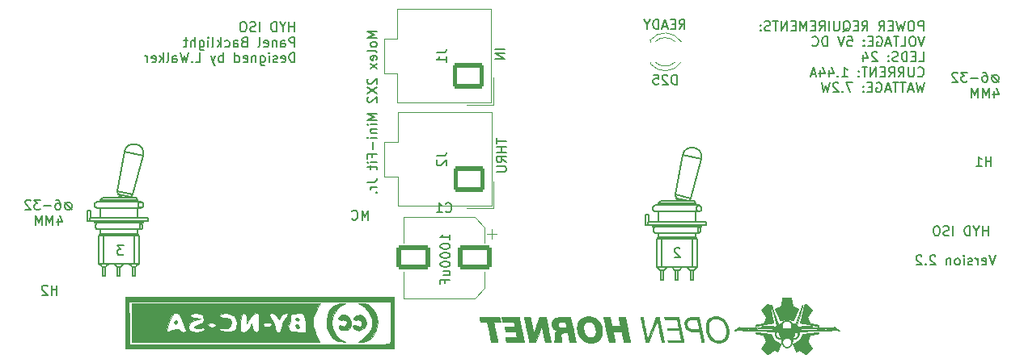
<source format=gbr>
%TF.GenerationSoftware,KiCad,Pcbnew,(6.0.9)*%
%TF.CreationDate,2022-12-26T18:29:37-09:00*%
%TF.ProjectId,PCB_ HYD ISO PANEL,5043422c-2048-4594-9420-49534f205041,rev?*%
%TF.SameCoordinates,Original*%
%TF.FileFunction,Legend,Bot*%
%TF.FilePolarity,Positive*%
%FSLAX46Y46*%
G04 Gerber Fmt 4.6, Leading zero omitted, Abs format (unit mm)*
G04 Created by KiCad (PCBNEW (6.0.9)) date 2022-12-26 18:29:37*
%MOMM*%
%LPD*%
G01*
G04 APERTURE LIST*
G04 Aperture macros list*
%AMRoundRect*
0 Rectangle with rounded corners*
0 $1 Rounding radius*
0 $2 $3 $4 $5 $6 $7 $8 $9 X,Y pos of 4 corners*
0 Add a 4 corners polygon primitive as box body*
4,1,4,$2,$3,$4,$5,$6,$7,$8,$9,$2,$3,0*
0 Add four circle primitives for the rounded corners*
1,1,$1+$1,$2,$3*
1,1,$1+$1,$4,$5*
1,1,$1+$1,$6,$7*
1,1,$1+$1,$8,$9*
0 Add four rect primitives between the rounded corners*
20,1,$1+$1,$2,$3,$4,$5,0*
20,1,$1+$1,$4,$5,$6,$7,0*
20,1,$1+$1,$6,$7,$8,$9,0*
20,1,$1+$1,$8,$9,$2,$3,0*%
G04 Aperture macros list end*
%ADD10C,0.150000*%
%ADD11C,0.120000*%
%ADD12C,0.200000*%
%ADD13C,0.010000*%
%ADD14RoundRect,0.250001X1.399999X-1.099999X1.399999X1.099999X-1.399999X1.099999X-1.399999X-1.099999X0*%
%ADD15O,3.300000X2.700000*%
%ADD16R,1.800000X1.800000*%
%ADD17C,1.800000*%
%ADD18RoundRect,0.250000X1.500000X1.000000X-1.500000X1.000000X-1.500000X-1.000000X1.500000X-1.000000X0*%
%ADD19C,12.700000*%
%ADD20C,3.572000*%
%ADD21C,4.300000*%
G04 APERTURE END LIST*
D10*
X170090476Y-87352380D02*
X169757142Y-88352380D01*
X169423809Y-87352380D01*
X168709523Y-88304761D02*
X168804761Y-88352380D01*
X168995238Y-88352380D01*
X169090476Y-88304761D01*
X169138095Y-88209523D01*
X169138095Y-87828571D01*
X169090476Y-87733333D01*
X168995238Y-87685714D01*
X168804761Y-87685714D01*
X168709523Y-87733333D01*
X168661904Y-87828571D01*
X168661904Y-87923809D01*
X169138095Y-88019047D01*
X168233333Y-88352380D02*
X168233333Y-87685714D01*
X168233333Y-87876190D02*
X168185714Y-87780952D01*
X168138095Y-87733333D01*
X168042857Y-87685714D01*
X167947619Y-87685714D01*
X167661904Y-88304761D02*
X167566666Y-88352380D01*
X167376190Y-88352380D01*
X167280952Y-88304761D01*
X167233333Y-88209523D01*
X167233333Y-88161904D01*
X167280952Y-88066666D01*
X167376190Y-88019047D01*
X167519047Y-88019047D01*
X167614285Y-87971428D01*
X167661904Y-87876190D01*
X167661904Y-87828571D01*
X167614285Y-87733333D01*
X167519047Y-87685714D01*
X167376190Y-87685714D01*
X167280952Y-87733333D01*
X166804761Y-88352380D02*
X166804761Y-87685714D01*
X166804761Y-87352380D02*
X166852380Y-87400000D01*
X166804761Y-87447619D01*
X166757142Y-87400000D01*
X166804761Y-87352380D01*
X166804761Y-87447619D01*
X166185714Y-88352380D02*
X166280952Y-88304761D01*
X166328571Y-88257142D01*
X166376190Y-88161904D01*
X166376190Y-87876190D01*
X166328571Y-87780952D01*
X166280952Y-87733333D01*
X166185714Y-87685714D01*
X166042857Y-87685714D01*
X165947619Y-87733333D01*
X165900000Y-87780952D01*
X165852380Y-87876190D01*
X165852380Y-88161904D01*
X165900000Y-88257142D01*
X165947619Y-88304761D01*
X166042857Y-88352380D01*
X166185714Y-88352380D01*
X165423809Y-87685714D02*
X165423809Y-88352380D01*
X165423809Y-87780952D02*
X165376190Y-87733333D01*
X165280952Y-87685714D01*
X165138095Y-87685714D01*
X165042857Y-87733333D01*
X164995238Y-87828571D01*
X164995238Y-88352380D01*
X163804761Y-87447619D02*
X163757142Y-87400000D01*
X163661904Y-87352380D01*
X163423809Y-87352380D01*
X163328571Y-87400000D01*
X163280952Y-87447619D01*
X163233333Y-87542857D01*
X163233333Y-87638095D01*
X163280952Y-87780952D01*
X163852380Y-88352380D01*
X163233333Y-88352380D01*
X162804761Y-88257142D02*
X162757142Y-88304761D01*
X162804761Y-88352380D01*
X162852380Y-88304761D01*
X162804761Y-88257142D01*
X162804761Y-88352380D01*
X162376190Y-87447619D02*
X162328571Y-87400000D01*
X162233333Y-87352380D01*
X161995238Y-87352380D01*
X161900000Y-87400000D01*
X161852380Y-87447619D01*
X161804761Y-87542857D01*
X161804761Y-87638095D01*
X161852380Y-87780952D01*
X162423809Y-88352380D01*
X161804761Y-88352380D01*
X137064714Y-86669619D02*
X137017095Y-86622000D01*
X136921857Y-86574380D01*
X136683761Y-86574380D01*
X136588523Y-86622000D01*
X136540904Y-86669619D01*
X136493285Y-86764857D01*
X136493285Y-86860095D01*
X136540904Y-87002952D01*
X137112333Y-87574380D01*
X136493285Y-87574380D01*
X104465333Y-83637380D02*
X104465333Y-82637380D01*
X104132000Y-83351666D01*
X103798666Y-82637380D01*
X103798666Y-83637380D01*
X102751047Y-83542142D02*
X102798666Y-83589761D01*
X102941523Y-83637380D01*
X103036761Y-83637380D01*
X103179619Y-83589761D01*
X103274857Y-83494523D01*
X103322476Y-83399285D01*
X103370095Y-83208809D01*
X103370095Y-83065952D01*
X103322476Y-82875476D01*
X103274857Y-82780238D01*
X103179619Y-82685000D01*
X103036761Y-82637380D01*
X102941523Y-82637380D01*
X102798666Y-82685000D01*
X102751047Y-82732619D01*
X118702380Y-65701190D02*
X117702380Y-65701190D01*
X118702380Y-66177380D02*
X117702380Y-66177380D01*
X118702380Y-66748809D01*
X117702380Y-66748809D01*
X169952380Y-70135714D02*
X169952380Y-70802380D01*
X170190476Y-69754761D02*
X170428571Y-70469047D01*
X169809523Y-70469047D01*
X169428571Y-70802380D02*
X169428571Y-69802380D01*
X169095238Y-70516666D01*
X168761904Y-69802380D01*
X168761904Y-70802380D01*
X168285714Y-70802380D02*
X168285714Y-69802380D01*
X167952380Y-70516666D01*
X167619047Y-69802380D01*
X167619047Y-70802380D01*
X105352380Y-63872619D02*
X104352380Y-63872619D01*
X105066666Y-64205952D01*
X104352380Y-64539285D01*
X105352380Y-64539285D01*
X105352380Y-65158333D02*
X105304761Y-65063095D01*
X105257142Y-65015476D01*
X105161904Y-64967857D01*
X104876190Y-64967857D01*
X104780952Y-65015476D01*
X104733333Y-65063095D01*
X104685714Y-65158333D01*
X104685714Y-65301190D01*
X104733333Y-65396428D01*
X104780952Y-65444047D01*
X104876190Y-65491666D01*
X105161904Y-65491666D01*
X105257142Y-65444047D01*
X105304761Y-65396428D01*
X105352380Y-65301190D01*
X105352380Y-65158333D01*
X105352380Y-66063095D02*
X105304761Y-65967857D01*
X105209523Y-65920238D01*
X104352380Y-65920238D01*
X105304761Y-66825000D02*
X105352380Y-66729761D01*
X105352380Y-66539285D01*
X105304761Y-66444047D01*
X105209523Y-66396428D01*
X104828571Y-66396428D01*
X104733333Y-66444047D01*
X104685714Y-66539285D01*
X104685714Y-66729761D01*
X104733333Y-66825000D01*
X104828571Y-66872619D01*
X104923809Y-66872619D01*
X105019047Y-66396428D01*
X105352380Y-67205952D02*
X104685714Y-67729761D01*
X104685714Y-67205952D02*
X105352380Y-67729761D01*
X104447619Y-68825000D02*
X104400000Y-68872619D01*
X104352380Y-68967857D01*
X104352380Y-69205952D01*
X104400000Y-69301190D01*
X104447619Y-69348809D01*
X104542857Y-69396428D01*
X104638095Y-69396428D01*
X104780952Y-69348809D01*
X105352380Y-68777380D01*
X105352380Y-69396428D01*
X104352380Y-69729761D02*
X105352380Y-70396428D01*
X104352380Y-70396428D02*
X105352380Y-69729761D01*
X104447619Y-70729761D02*
X104400000Y-70777380D01*
X104352380Y-70872619D01*
X104352380Y-71110714D01*
X104400000Y-71205952D01*
X104447619Y-71253571D01*
X104542857Y-71301190D01*
X104638095Y-71301190D01*
X104780952Y-71253571D01*
X105352380Y-70682142D01*
X105352380Y-71301190D01*
X105352380Y-72491666D02*
X104352380Y-72491666D01*
X105066666Y-72825000D01*
X104352380Y-73158333D01*
X105352380Y-73158333D01*
X105352380Y-73634523D02*
X104685714Y-73634523D01*
X104352380Y-73634523D02*
X104400000Y-73586904D01*
X104447619Y-73634523D01*
X104400000Y-73682142D01*
X104352380Y-73634523D01*
X104447619Y-73634523D01*
X104685714Y-74110714D02*
X105352380Y-74110714D01*
X104780952Y-74110714D02*
X104733333Y-74158333D01*
X104685714Y-74253571D01*
X104685714Y-74396428D01*
X104733333Y-74491666D01*
X104828571Y-74539285D01*
X105352380Y-74539285D01*
X105352380Y-75015476D02*
X104685714Y-75015476D01*
X104352380Y-75015476D02*
X104400000Y-74967857D01*
X104447619Y-75015476D01*
X104400000Y-75063095D01*
X104352380Y-75015476D01*
X104447619Y-75015476D01*
X104971428Y-75491666D02*
X104971428Y-76253571D01*
X104828571Y-77063095D02*
X104828571Y-76729761D01*
X105352380Y-76729761D02*
X104352380Y-76729761D01*
X104352380Y-77205952D01*
X105352380Y-77586904D02*
X104685714Y-77586904D01*
X104352380Y-77586904D02*
X104400000Y-77539285D01*
X104447619Y-77586904D01*
X104400000Y-77634523D01*
X104352380Y-77586904D01*
X104447619Y-77586904D01*
X104685714Y-77920238D02*
X104685714Y-78301190D01*
X104352380Y-78063095D02*
X105209523Y-78063095D01*
X105304761Y-78110714D01*
X105352380Y-78205952D01*
X105352380Y-78301190D01*
X104352380Y-79682142D02*
X105066666Y-79682142D01*
X105209523Y-79634523D01*
X105304761Y-79539285D01*
X105352380Y-79396428D01*
X105352380Y-79301190D01*
X105352380Y-80158333D02*
X104685714Y-80158333D01*
X104876190Y-80158333D02*
X104780952Y-80205952D01*
X104733333Y-80253571D01*
X104685714Y-80348809D01*
X104685714Y-80444047D01*
X105257142Y-80777380D02*
X105304761Y-80825000D01*
X105352380Y-80777380D01*
X105304761Y-80729761D01*
X105257142Y-80777380D01*
X105352380Y-80777380D01*
X113002380Y-85726190D02*
X113002380Y-85154761D01*
X113002380Y-85440476D02*
X112002380Y-85440476D01*
X112145238Y-85345238D01*
X112240476Y-85250000D01*
X112288095Y-85154761D01*
X112002380Y-86345238D02*
X112002380Y-86440476D01*
X112050000Y-86535714D01*
X112097619Y-86583333D01*
X112192857Y-86630952D01*
X112383333Y-86678571D01*
X112621428Y-86678571D01*
X112811904Y-86630952D01*
X112907142Y-86583333D01*
X112954761Y-86535714D01*
X113002380Y-86440476D01*
X113002380Y-86345238D01*
X112954761Y-86250000D01*
X112907142Y-86202380D01*
X112811904Y-86154761D01*
X112621428Y-86107142D01*
X112383333Y-86107142D01*
X112192857Y-86154761D01*
X112097619Y-86202380D01*
X112050000Y-86250000D01*
X112002380Y-86345238D01*
X112002380Y-87297619D02*
X112002380Y-87392857D01*
X112050000Y-87488095D01*
X112097619Y-87535714D01*
X112192857Y-87583333D01*
X112383333Y-87630952D01*
X112621428Y-87630952D01*
X112811904Y-87583333D01*
X112907142Y-87535714D01*
X112954761Y-87488095D01*
X113002380Y-87392857D01*
X113002380Y-87297619D01*
X112954761Y-87202380D01*
X112907142Y-87154761D01*
X112811904Y-87107142D01*
X112621428Y-87059523D01*
X112383333Y-87059523D01*
X112192857Y-87107142D01*
X112097619Y-87154761D01*
X112050000Y-87202380D01*
X112002380Y-87297619D01*
X112002380Y-88250000D02*
X112002380Y-88345238D01*
X112050000Y-88440476D01*
X112097619Y-88488095D01*
X112192857Y-88535714D01*
X112383333Y-88583333D01*
X112621428Y-88583333D01*
X112811904Y-88535714D01*
X112907142Y-88488095D01*
X112954761Y-88440476D01*
X113002380Y-88345238D01*
X113002380Y-88250000D01*
X112954761Y-88154761D01*
X112907142Y-88107142D01*
X112811904Y-88059523D01*
X112621428Y-88011904D01*
X112383333Y-88011904D01*
X112192857Y-88059523D01*
X112097619Y-88107142D01*
X112050000Y-88154761D01*
X112002380Y-88250000D01*
X112335714Y-89440476D02*
X113002380Y-89440476D01*
X112335714Y-89011904D02*
X112859523Y-89011904D01*
X112954761Y-89059523D01*
X113002380Y-89154761D01*
X113002380Y-89297619D01*
X112954761Y-89392857D01*
X112907142Y-89440476D01*
X112478571Y-90250000D02*
X112478571Y-89916666D01*
X113002380Y-89916666D02*
X112002380Y-89916666D01*
X112002380Y-90392857D01*
X169330333Y-85288380D02*
X169330333Y-84288380D01*
X169330333Y-84764571D02*
X168758904Y-84764571D01*
X168758904Y-85288380D02*
X168758904Y-84288380D01*
X168092238Y-84812190D02*
X168092238Y-85288380D01*
X168425571Y-84288380D02*
X168092238Y-84812190D01*
X167758904Y-84288380D01*
X167425571Y-85288380D02*
X167425571Y-84288380D01*
X167187476Y-84288380D01*
X167044619Y-84336000D01*
X166949380Y-84431238D01*
X166901761Y-84526476D01*
X166854142Y-84716952D01*
X166854142Y-84859809D01*
X166901761Y-85050285D01*
X166949380Y-85145523D01*
X167044619Y-85240761D01*
X167187476Y-85288380D01*
X167425571Y-85288380D01*
X165663666Y-85288380D02*
X165663666Y-84288380D01*
X165235095Y-85240761D02*
X165092238Y-85288380D01*
X164854142Y-85288380D01*
X164758904Y-85240761D01*
X164711285Y-85193142D01*
X164663666Y-85097904D01*
X164663666Y-85002666D01*
X164711285Y-84907428D01*
X164758904Y-84859809D01*
X164854142Y-84812190D01*
X165044619Y-84764571D01*
X165139857Y-84716952D01*
X165187476Y-84669333D01*
X165235095Y-84574095D01*
X165235095Y-84478857D01*
X165187476Y-84383619D01*
X165139857Y-84336000D01*
X165044619Y-84288380D01*
X164806523Y-84288380D01*
X164663666Y-84336000D01*
X164044619Y-84288380D02*
X163854142Y-84288380D01*
X163758904Y-84336000D01*
X163663666Y-84431238D01*
X163616047Y-84621714D01*
X163616047Y-84955047D01*
X163663666Y-85145523D01*
X163758904Y-85240761D01*
X163854142Y-85288380D01*
X164044619Y-85288380D01*
X164139857Y-85240761D01*
X164235095Y-85145523D01*
X164282714Y-84955047D01*
X164282714Y-84621714D01*
X164235095Y-84431238D01*
X164139857Y-84336000D01*
X164044619Y-84288380D01*
X71963489Y-83535714D02*
X71963489Y-84202380D01*
X72201585Y-83154761D02*
X72439680Y-83869047D01*
X71820632Y-83869047D01*
X71439680Y-84202380D02*
X71439680Y-83202380D01*
X71106347Y-83916666D01*
X70773013Y-83202380D01*
X70773013Y-84202380D01*
X70296823Y-84202380D02*
X70296823Y-83202380D01*
X69963489Y-83916666D01*
X69630156Y-83202380D01*
X69630156Y-84202380D01*
X78819333Y-86320380D02*
X78200285Y-86320380D01*
X78533619Y-86701333D01*
X78390761Y-86701333D01*
X78295523Y-86748952D01*
X78247904Y-86796571D01*
X78200285Y-86891809D01*
X78200285Y-87129904D01*
X78247904Y-87225142D01*
X78295523Y-87272761D01*
X78390761Y-87320380D01*
X78676476Y-87320380D01*
X78771714Y-87272761D01*
X78819333Y-87225142D01*
X117902380Y-75066666D02*
X117902380Y-75638095D01*
X118902380Y-75352380D02*
X117902380Y-75352380D01*
X118902380Y-75971428D02*
X117902380Y-75971428D01*
X118378571Y-75971428D02*
X118378571Y-76542857D01*
X118902380Y-76542857D02*
X117902380Y-76542857D01*
X118902380Y-77590476D02*
X118426190Y-77257142D01*
X118902380Y-77019047D02*
X117902380Y-77019047D01*
X117902380Y-77400000D01*
X117950000Y-77495238D01*
X117997619Y-77542857D01*
X118092857Y-77590476D01*
X118235714Y-77590476D01*
X118330952Y-77542857D01*
X118378571Y-77495238D01*
X118426190Y-77400000D01*
X118426190Y-77019047D01*
X117902380Y-78019047D02*
X118711904Y-78019047D01*
X118807142Y-78066666D01*
X118854761Y-78114285D01*
X118902380Y-78209523D01*
X118902380Y-78400000D01*
X118854761Y-78495238D01*
X118807142Y-78542857D01*
X118711904Y-78590476D01*
X117902380Y-78590476D01*
X162566004Y-63783180D02*
X162566004Y-62783180D01*
X162185052Y-62783180D01*
X162089814Y-62830800D01*
X162042195Y-62878419D01*
X161994576Y-62973657D01*
X161994576Y-63116514D01*
X162042195Y-63211752D01*
X162089814Y-63259371D01*
X162185052Y-63306990D01*
X162566004Y-63306990D01*
X161375528Y-62783180D02*
X161185052Y-62783180D01*
X161089814Y-62830800D01*
X160994576Y-62926038D01*
X160946957Y-63116514D01*
X160946957Y-63449847D01*
X160994576Y-63640323D01*
X161089814Y-63735561D01*
X161185052Y-63783180D01*
X161375528Y-63783180D01*
X161470766Y-63735561D01*
X161566004Y-63640323D01*
X161613623Y-63449847D01*
X161613623Y-63116514D01*
X161566004Y-62926038D01*
X161470766Y-62830800D01*
X161375528Y-62783180D01*
X160613623Y-62783180D02*
X160375528Y-63783180D01*
X160185052Y-63068895D01*
X159994576Y-63783180D01*
X159756480Y-62783180D01*
X159375528Y-63259371D02*
X159042195Y-63259371D01*
X158899338Y-63783180D02*
X159375528Y-63783180D01*
X159375528Y-62783180D01*
X158899338Y-62783180D01*
X157899338Y-63783180D02*
X158232671Y-63306990D01*
X158470766Y-63783180D02*
X158470766Y-62783180D01*
X158089814Y-62783180D01*
X157994576Y-62830800D01*
X157946957Y-62878419D01*
X157899338Y-62973657D01*
X157899338Y-63116514D01*
X157946957Y-63211752D01*
X157994576Y-63259371D01*
X158089814Y-63306990D01*
X158470766Y-63306990D01*
X156137433Y-63783180D02*
X156470766Y-63306990D01*
X156708861Y-63783180D02*
X156708861Y-62783180D01*
X156327909Y-62783180D01*
X156232671Y-62830800D01*
X156185052Y-62878419D01*
X156137433Y-62973657D01*
X156137433Y-63116514D01*
X156185052Y-63211752D01*
X156232671Y-63259371D01*
X156327909Y-63306990D01*
X156708861Y-63306990D01*
X155708861Y-63259371D02*
X155375528Y-63259371D01*
X155232671Y-63783180D02*
X155708861Y-63783180D01*
X155708861Y-62783180D01*
X155232671Y-62783180D01*
X154137433Y-63878419D02*
X154232671Y-63830800D01*
X154327909Y-63735561D01*
X154470766Y-63592704D01*
X154566004Y-63545085D01*
X154661242Y-63545085D01*
X154613623Y-63783180D02*
X154708861Y-63735561D01*
X154804100Y-63640323D01*
X154851719Y-63449847D01*
X154851719Y-63116514D01*
X154804100Y-62926038D01*
X154708861Y-62830800D01*
X154613623Y-62783180D01*
X154423147Y-62783180D01*
X154327909Y-62830800D01*
X154232671Y-62926038D01*
X154185052Y-63116514D01*
X154185052Y-63449847D01*
X154232671Y-63640323D01*
X154327909Y-63735561D01*
X154423147Y-63783180D01*
X154613623Y-63783180D01*
X153756480Y-62783180D02*
X153756480Y-63592704D01*
X153708861Y-63687942D01*
X153661242Y-63735561D01*
X153566004Y-63783180D01*
X153375528Y-63783180D01*
X153280290Y-63735561D01*
X153232671Y-63687942D01*
X153185052Y-63592704D01*
X153185052Y-62783180D01*
X152708861Y-63783180D02*
X152708861Y-62783180D01*
X151661242Y-63783180D02*
X151994576Y-63306990D01*
X152232671Y-63783180D02*
X152232671Y-62783180D01*
X151851719Y-62783180D01*
X151756480Y-62830800D01*
X151708861Y-62878419D01*
X151661242Y-62973657D01*
X151661242Y-63116514D01*
X151708861Y-63211752D01*
X151756480Y-63259371D01*
X151851719Y-63306990D01*
X152232671Y-63306990D01*
X151232671Y-63259371D02*
X150899338Y-63259371D01*
X150756480Y-63783180D02*
X151232671Y-63783180D01*
X151232671Y-62783180D01*
X150756480Y-62783180D01*
X150327909Y-63783180D02*
X150327909Y-62783180D01*
X149994576Y-63497466D01*
X149661242Y-62783180D01*
X149661242Y-63783180D01*
X149185052Y-63259371D02*
X148851719Y-63259371D01*
X148708861Y-63783180D02*
X149185052Y-63783180D01*
X149185052Y-62783180D01*
X148708861Y-62783180D01*
X148280290Y-63783180D02*
X148280290Y-62783180D01*
X147708861Y-63783180D01*
X147708861Y-62783180D01*
X147375528Y-62783180D02*
X146804100Y-62783180D01*
X147089814Y-63783180D02*
X147089814Y-62783180D01*
X146518385Y-63735561D02*
X146375528Y-63783180D01*
X146137433Y-63783180D01*
X146042195Y-63735561D01*
X145994576Y-63687942D01*
X145946957Y-63592704D01*
X145946957Y-63497466D01*
X145994576Y-63402228D01*
X146042195Y-63354609D01*
X146137433Y-63306990D01*
X146327909Y-63259371D01*
X146423147Y-63211752D01*
X146470766Y-63164133D01*
X146518385Y-63068895D01*
X146518385Y-62973657D01*
X146470766Y-62878419D01*
X146423147Y-62830800D01*
X146327909Y-62783180D01*
X146089814Y-62783180D01*
X145946957Y-62830800D01*
X145518385Y-63687942D02*
X145470766Y-63735561D01*
X145518385Y-63783180D01*
X145566004Y-63735561D01*
X145518385Y-63687942D01*
X145518385Y-63783180D01*
X145518385Y-63164133D02*
X145470766Y-63211752D01*
X145518385Y-63259371D01*
X145566004Y-63211752D01*
X145518385Y-63164133D01*
X145518385Y-63259371D01*
X162708861Y-64393180D02*
X162375528Y-65393180D01*
X162042195Y-64393180D01*
X161518385Y-64393180D02*
X161327909Y-64393180D01*
X161232671Y-64440800D01*
X161137433Y-64536038D01*
X161089814Y-64726514D01*
X161089814Y-65059847D01*
X161137433Y-65250323D01*
X161232671Y-65345561D01*
X161327909Y-65393180D01*
X161518385Y-65393180D01*
X161613623Y-65345561D01*
X161708861Y-65250323D01*
X161756480Y-65059847D01*
X161756480Y-64726514D01*
X161708861Y-64536038D01*
X161613623Y-64440800D01*
X161518385Y-64393180D01*
X160185052Y-65393180D02*
X160661242Y-65393180D01*
X160661242Y-64393180D01*
X159994576Y-64393180D02*
X159423147Y-64393180D01*
X159708861Y-65393180D02*
X159708861Y-64393180D01*
X159137433Y-65107466D02*
X158661242Y-65107466D01*
X159232671Y-65393180D02*
X158899338Y-64393180D01*
X158566004Y-65393180D01*
X157708861Y-64440800D02*
X157804100Y-64393180D01*
X157946957Y-64393180D01*
X158089814Y-64440800D01*
X158185052Y-64536038D01*
X158232671Y-64631276D01*
X158280290Y-64821752D01*
X158280290Y-64964609D01*
X158232671Y-65155085D01*
X158185052Y-65250323D01*
X158089814Y-65345561D01*
X157946957Y-65393180D01*
X157851719Y-65393180D01*
X157708861Y-65345561D01*
X157661242Y-65297942D01*
X157661242Y-64964609D01*
X157851719Y-64964609D01*
X157232671Y-64869371D02*
X156899338Y-64869371D01*
X156756480Y-65393180D02*
X157232671Y-65393180D01*
X157232671Y-64393180D01*
X156756480Y-64393180D01*
X156327909Y-65297942D02*
X156280290Y-65345561D01*
X156327909Y-65393180D01*
X156375528Y-65345561D01*
X156327909Y-65297942D01*
X156327909Y-65393180D01*
X156327909Y-64774133D02*
X156280290Y-64821752D01*
X156327909Y-64869371D01*
X156375528Y-64821752D01*
X156327909Y-64774133D01*
X156327909Y-64869371D01*
X154613623Y-64393180D02*
X155089814Y-64393180D01*
X155137433Y-64869371D01*
X155089814Y-64821752D01*
X154994576Y-64774133D01*
X154756480Y-64774133D01*
X154661242Y-64821752D01*
X154613623Y-64869371D01*
X154566004Y-64964609D01*
X154566004Y-65202704D01*
X154613623Y-65297942D01*
X154661242Y-65345561D01*
X154756480Y-65393180D01*
X154994576Y-65393180D01*
X155089814Y-65345561D01*
X155137433Y-65297942D01*
X154280290Y-64393180D02*
X153946957Y-65393180D01*
X153613623Y-64393180D01*
X152518385Y-65393180D02*
X152518385Y-64393180D01*
X152280290Y-64393180D01*
X152137433Y-64440800D01*
X152042195Y-64536038D01*
X151994576Y-64631276D01*
X151946957Y-64821752D01*
X151946957Y-64964609D01*
X151994576Y-65155085D01*
X152042195Y-65250323D01*
X152137433Y-65345561D01*
X152280290Y-65393180D01*
X152518385Y-65393180D01*
X150946957Y-65297942D02*
X150994576Y-65345561D01*
X151137433Y-65393180D01*
X151232671Y-65393180D01*
X151375528Y-65345561D01*
X151470766Y-65250323D01*
X151518385Y-65155085D01*
X151566004Y-64964609D01*
X151566004Y-64821752D01*
X151518385Y-64631276D01*
X151470766Y-64536038D01*
X151375528Y-64440800D01*
X151232671Y-64393180D01*
X151137433Y-64393180D01*
X150994576Y-64440800D01*
X150946957Y-64488419D01*
X162089814Y-67003180D02*
X162566004Y-67003180D01*
X162566004Y-66003180D01*
X161756480Y-66479371D02*
X161423147Y-66479371D01*
X161280290Y-67003180D02*
X161756480Y-67003180D01*
X161756480Y-66003180D01*
X161280290Y-66003180D01*
X160851719Y-67003180D02*
X160851719Y-66003180D01*
X160613623Y-66003180D01*
X160470766Y-66050800D01*
X160375528Y-66146038D01*
X160327909Y-66241276D01*
X160280290Y-66431752D01*
X160280290Y-66574609D01*
X160327909Y-66765085D01*
X160375528Y-66860323D01*
X160470766Y-66955561D01*
X160613623Y-67003180D01*
X160851719Y-67003180D01*
X159899338Y-66955561D02*
X159756480Y-67003180D01*
X159518385Y-67003180D01*
X159423147Y-66955561D01*
X159375528Y-66907942D01*
X159327909Y-66812704D01*
X159327909Y-66717466D01*
X159375528Y-66622228D01*
X159423147Y-66574609D01*
X159518385Y-66526990D01*
X159708861Y-66479371D01*
X159804100Y-66431752D01*
X159851719Y-66384133D01*
X159899338Y-66288895D01*
X159899338Y-66193657D01*
X159851719Y-66098419D01*
X159804100Y-66050800D01*
X159708861Y-66003180D01*
X159470766Y-66003180D01*
X159327909Y-66050800D01*
X158899338Y-66907942D02*
X158851719Y-66955561D01*
X158899338Y-67003180D01*
X158946957Y-66955561D01*
X158899338Y-66907942D01*
X158899338Y-67003180D01*
X158899338Y-66384133D02*
X158851719Y-66431752D01*
X158899338Y-66479371D01*
X158946957Y-66431752D01*
X158899338Y-66384133D01*
X158899338Y-66479371D01*
X157708861Y-66098419D02*
X157661242Y-66050800D01*
X157566004Y-66003180D01*
X157327909Y-66003180D01*
X157232671Y-66050800D01*
X157185052Y-66098419D01*
X157137433Y-66193657D01*
X157137433Y-66288895D01*
X157185052Y-66431752D01*
X157756480Y-67003180D01*
X157137433Y-67003180D01*
X156280290Y-66336514D02*
X156280290Y-67003180D01*
X156518385Y-65955561D02*
X156756480Y-66669847D01*
X156137433Y-66669847D01*
X161994576Y-68517942D02*
X162042195Y-68565561D01*
X162185052Y-68613180D01*
X162280290Y-68613180D01*
X162423147Y-68565561D01*
X162518385Y-68470323D01*
X162566004Y-68375085D01*
X162613623Y-68184609D01*
X162613623Y-68041752D01*
X162566004Y-67851276D01*
X162518385Y-67756038D01*
X162423147Y-67660800D01*
X162280290Y-67613180D01*
X162185052Y-67613180D01*
X162042195Y-67660800D01*
X161994576Y-67708419D01*
X161566004Y-67613180D02*
X161566004Y-68422704D01*
X161518385Y-68517942D01*
X161470766Y-68565561D01*
X161375528Y-68613180D01*
X161185052Y-68613180D01*
X161089814Y-68565561D01*
X161042195Y-68517942D01*
X160994576Y-68422704D01*
X160994576Y-67613180D01*
X159946957Y-68613180D02*
X160280290Y-68136990D01*
X160518385Y-68613180D02*
X160518385Y-67613180D01*
X160137433Y-67613180D01*
X160042195Y-67660800D01*
X159994576Y-67708419D01*
X159946957Y-67803657D01*
X159946957Y-67946514D01*
X159994576Y-68041752D01*
X160042195Y-68089371D01*
X160137433Y-68136990D01*
X160518385Y-68136990D01*
X158946957Y-68613180D02*
X159280290Y-68136990D01*
X159518385Y-68613180D02*
X159518385Y-67613180D01*
X159137433Y-67613180D01*
X159042195Y-67660800D01*
X158994576Y-67708419D01*
X158946957Y-67803657D01*
X158946957Y-67946514D01*
X158994576Y-68041752D01*
X159042195Y-68089371D01*
X159137433Y-68136990D01*
X159518385Y-68136990D01*
X158518385Y-68089371D02*
X158185052Y-68089371D01*
X158042195Y-68613180D02*
X158518385Y-68613180D01*
X158518385Y-67613180D01*
X158042195Y-67613180D01*
X157613623Y-68613180D02*
X157613623Y-67613180D01*
X157042195Y-68613180D01*
X157042195Y-67613180D01*
X156708861Y-67613180D02*
X156137433Y-67613180D01*
X156423147Y-68613180D02*
X156423147Y-67613180D01*
X155804100Y-68517942D02*
X155756480Y-68565561D01*
X155804100Y-68613180D01*
X155851719Y-68565561D01*
X155804100Y-68517942D01*
X155804100Y-68613180D01*
X155804100Y-67994133D02*
X155756480Y-68041752D01*
X155804100Y-68089371D01*
X155851719Y-68041752D01*
X155804100Y-67994133D01*
X155804100Y-68089371D01*
X154042195Y-68613180D02*
X154613623Y-68613180D01*
X154327909Y-68613180D02*
X154327909Y-67613180D01*
X154423147Y-67756038D01*
X154518385Y-67851276D01*
X154613623Y-67898895D01*
X153613623Y-68517942D02*
X153566004Y-68565561D01*
X153613623Y-68613180D01*
X153661242Y-68565561D01*
X153613623Y-68517942D01*
X153613623Y-68613180D01*
X152708861Y-67946514D02*
X152708861Y-68613180D01*
X152946957Y-67565561D02*
X153185052Y-68279847D01*
X152566004Y-68279847D01*
X151756480Y-67946514D02*
X151756480Y-68613180D01*
X151994576Y-67565561D02*
X152232671Y-68279847D01*
X151613623Y-68279847D01*
X151280290Y-68327466D02*
X150804100Y-68327466D01*
X151375528Y-68613180D02*
X151042195Y-67613180D01*
X150708861Y-68613180D01*
X162661242Y-69223180D02*
X162423147Y-70223180D01*
X162232671Y-69508895D01*
X162042195Y-70223180D01*
X161804100Y-69223180D01*
X161470766Y-69937466D02*
X160994576Y-69937466D01*
X161566004Y-70223180D02*
X161232671Y-69223180D01*
X160899338Y-70223180D01*
X160708861Y-69223180D02*
X160137433Y-69223180D01*
X160423147Y-70223180D02*
X160423147Y-69223180D01*
X159946957Y-69223180D02*
X159375528Y-69223180D01*
X159661242Y-70223180D02*
X159661242Y-69223180D01*
X159089814Y-69937466D02*
X158613623Y-69937466D01*
X159185052Y-70223180D02*
X158851719Y-69223180D01*
X158518385Y-70223180D01*
X157661242Y-69270800D02*
X157756480Y-69223180D01*
X157899338Y-69223180D01*
X158042195Y-69270800D01*
X158137433Y-69366038D01*
X158185052Y-69461276D01*
X158232671Y-69651752D01*
X158232671Y-69794609D01*
X158185052Y-69985085D01*
X158137433Y-70080323D01*
X158042195Y-70175561D01*
X157899338Y-70223180D01*
X157804100Y-70223180D01*
X157661242Y-70175561D01*
X157613623Y-70127942D01*
X157613623Y-69794609D01*
X157804100Y-69794609D01*
X157185052Y-69699371D02*
X156851719Y-69699371D01*
X156708861Y-70223180D02*
X157185052Y-70223180D01*
X157185052Y-69223180D01*
X156708861Y-69223180D01*
X156280290Y-70127942D02*
X156232671Y-70175561D01*
X156280290Y-70223180D01*
X156327909Y-70175561D01*
X156280290Y-70127942D01*
X156280290Y-70223180D01*
X156280290Y-69604133D02*
X156232671Y-69651752D01*
X156280290Y-69699371D01*
X156327909Y-69651752D01*
X156280290Y-69604133D01*
X156280290Y-69699371D01*
X155137433Y-69223180D02*
X154470766Y-69223180D01*
X154899338Y-70223180D01*
X154089814Y-70127942D02*
X154042195Y-70175561D01*
X154089814Y-70223180D01*
X154137433Y-70175561D01*
X154089814Y-70127942D01*
X154089814Y-70223180D01*
X153661242Y-69318419D02*
X153613623Y-69270800D01*
X153518385Y-69223180D01*
X153280290Y-69223180D01*
X153185052Y-69270800D01*
X153137433Y-69318419D01*
X153089814Y-69413657D01*
X153089814Y-69508895D01*
X153137433Y-69651752D01*
X153708861Y-70223180D01*
X153089814Y-70223180D01*
X152756480Y-69223180D02*
X152518385Y-70223180D01*
X152327909Y-69508895D01*
X152137433Y-70223180D01*
X151899338Y-69223180D01*
X96739404Y-63867380D02*
X96739404Y-62867380D01*
X96739404Y-63343571D02*
X96167976Y-63343571D01*
X96167976Y-63867380D02*
X96167976Y-62867380D01*
X95501309Y-63391190D02*
X95501309Y-63867380D01*
X95834642Y-62867380D02*
X95501309Y-63391190D01*
X95167976Y-62867380D01*
X94834642Y-63867380D02*
X94834642Y-62867380D01*
X94596547Y-62867380D01*
X94453690Y-62915000D01*
X94358452Y-63010238D01*
X94310833Y-63105476D01*
X94263214Y-63295952D01*
X94263214Y-63438809D01*
X94310833Y-63629285D01*
X94358452Y-63724523D01*
X94453690Y-63819761D01*
X94596547Y-63867380D01*
X94834642Y-63867380D01*
X93072738Y-63867380D02*
X93072738Y-62867380D01*
X92644166Y-63819761D02*
X92501309Y-63867380D01*
X92263214Y-63867380D01*
X92167976Y-63819761D01*
X92120357Y-63772142D01*
X92072738Y-63676904D01*
X92072738Y-63581666D01*
X92120357Y-63486428D01*
X92167976Y-63438809D01*
X92263214Y-63391190D01*
X92453690Y-63343571D01*
X92548928Y-63295952D01*
X92596547Y-63248333D01*
X92644166Y-63153095D01*
X92644166Y-63057857D01*
X92596547Y-62962619D01*
X92548928Y-62915000D01*
X92453690Y-62867380D01*
X92215595Y-62867380D01*
X92072738Y-62915000D01*
X91453690Y-62867380D02*
X91263214Y-62867380D01*
X91167976Y-62915000D01*
X91072738Y-63010238D01*
X91025119Y-63200714D01*
X91025119Y-63534047D01*
X91072738Y-63724523D01*
X91167976Y-63819761D01*
X91263214Y-63867380D01*
X91453690Y-63867380D01*
X91548928Y-63819761D01*
X91644166Y-63724523D01*
X91691785Y-63534047D01*
X91691785Y-63200714D01*
X91644166Y-63010238D01*
X91548928Y-62915000D01*
X91453690Y-62867380D01*
X96739404Y-65477380D02*
X96739404Y-64477380D01*
X96358452Y-64477380D01*
X96263214Y-64525000D01*
X96215595Y-64572619D01*
X96167976Y-64667857D01*
X96167976Y-64810714D01*
X96215595Y-64905952D01*
X96263214Y-64953571D01*
X96358452Y-65001190D01*
X96739404Y-65001190D01*
X95310833Y-65477380D02*
X95310833Y-64953571D01*
X95358452Y-64858333D01*
X95453690Y-64810714D01*
X95644166Y-64810714D01*
X95739404Y-64858333D01*
X95310833Y-65429761D02*
X95406071Y-65477380D01*
X95644166Y-65477380D01*
X95739404Y-65429761D01*
X95787023Y-65334523D01*
X95787023Y-65239285D01*
X95739404Y-65144047D01*
X95644166Y-65096428D01*
X95406071Y-65096428D01*
X95310833Y-65048809D01*
X94834642Y-64810714D02*
X94834642Y-65477380D01*
X94834642Y-64905952D02*
X94787023Y-64858333D01*
X94691785Y-64810714D01*
X94548928Y-64810714D01*
X94453690Y-64858333D01*
X94406071Y-64953571D01*
X94406071Y-65477380D01*
X93548928Y-65429761D02*
X93644166Y-65477380D01*
X93834642Y-65477380D01*
X93929880Y-65429761D01*
X93977500Y-65334523D01*
X93977500Y-64953571D01*
X93929880Y-64858333D01*
X93834642Y-64810714D01*
X93644166Y-64810714D01*
X93548928Y-64858333D01*
X93501309Y-64953571D01*
X93501309Y-65048809D01*
X93977500Y-65144047D01*
X92929880Y-65477380D02*
X93025119Y-65429761D01*
X93072738Y-65334523D01*
X93072738Y-64477380D01*
X91453690Y-64953571D02*
X91310833Y-65001190D01*
X91263214Y-65048809D01*
X91215595Y-65144047D01*
X91215595Y-65286904D01*
X91263214Y-65382142D01*
X91310833Y-65429761D01*
X91406071Y-65477380D01*
X91787023Y-65477380D01*
X91787023Y-64477380D01*
X91453690Y-64477380D01*
X91358452Y-64525000D01*
X91310833Y-64572619D01*
X91263214Y-64667857D01*
X91263214Y-64763095D01*
X91310833Y-64858333D01*
X91358452Y-64905952D01*
X91453690Y-64953571D01*
X91787023Y-64953571D01*
X90358452Y-65477380D02*
X90358452Y-64953571D01*
X90406071Y-64858333D01*
X90501309Y-64810714D01*
X90691785Y-64810714D01*
X90787023Y-64858333D01*
X90358452Y-65429761D02*
X90453690Y-65477380D01*
X90691785Y-65477380D01*
X90787023Y-65429761D01*
X90834642Y-65334523D01*
X90834642Y-65239285D01*
X90787023Y-65144047D01*
X90691785Y-65096428D01*
X90453690Y-65096428D01*
X90358452Y-65048809D01*
X89453690Y-65429761D02*
X89548928Y-65477380D01*
X89739404Y-65477380D01*
X89834642Y-65429761D01*
X89882261Y-65382142D01*
X89929880Y-65286904D01*
X89929880Y-65001190D01*
X89882261Y-64905952D01*
X89834642Y-64858333D01*
X89739404Y-64810714D01*
X89548928Y-64810714D01*
X89453690Y-64858333D01*
X89025119Y-65477380D02*
X89025119Y-64477380D01*
X88929880Y-65096428D02*
X88644166Y-65477380D01*
X88644166Y-64810714D02*
X89025119Y-65191666D01*
X88072738Y-65477380D02*
X88167976Y-65429761D01*
X88215595Y-65334523D01*
X88215595Y-64477380D01*
X87691785Y-65477380D02*
X87691785Y-64810714D01*
X87691785Y-64477380D02*
X87739404Y-64525000D01*
X87691785Y-64572619D01*
X87644166Y-64525000D01*
X87691785Y-64477380D01*
X87691785Y-64572619D01*
X86787023Y-64810714D02*
X86787023Y-65620238D01*
X86834642Y-65715476D01*
X86882261Y-65763095D01*
X86977499Y-65810714D01*
X87120357Y-65810714D01*
X87215595Y-65763095D01*
X86787023Y-65429761D02*
X86882261Y-65477380D01*
X87072738Y-65477380D01*
X87167976Y-65429761D01*
X87215595Y-65382142D01*
X87263214Y-65286904D01*
X87263214Y-65001190D01*
X87215595Y-64905952D01*
X87167976Y-64858333D01*
X87072738Y-64810714D01*
X86882261Y-64810714D01*
X86787023Y-64858333D01*
X86310833Y-65477380D02*
X86310833Y-64477380D01*
X85882261Y-65477380D02*
X85882261Y-64953571D01*
X85929880Y-64858333D01*
X86025119Y-64810714D01*
X86167976Y-64810714D01*
X86263214Y-64858333D01*
X86310833Y-64905952D01*
X85548928Y-64810714D02*
X85167976Y-64810714D01*
X85406071Y-64477380D02*
X85406071Y-65334523D01*
X85358452Y-65429761D01*
X85263214Y-65477380D01*
X85167976Y-65477380D01*
X96739404Y-67087380D02*
X96739404Y-66087380D01*
X96501309Y-66087380D01*
X96358452Y-66135000D01*
X96263214Y-66230238D01*
X96215595Y-66325476D01*
X96167976Y-66515952D01*
X96167976Y-66658809D01*
X96215595Y-66849285D01*
X96263214Y-66944523D01*
X96358452Y-67039761D01*
X96501309Y-67087380D01*
X96739404Y-67087380D01*
X95358452Y-67039761D02*
X95453690Y-67087380D01*
X95644166Y-67087380D01*
X95739404Y-67039761D01*
X95787023Y-66944523D01*
X95787023Y-66563571D01*
X95739404Y-66468333D01*
X95644166Y-66420714D01*
X95453690Y-66420714D01*
X95358452Y-66468333D01*
X95310833Y-66563571D01*
X95310833Y-66658809D01*
X95787023Y-66754047D01*
X94929880Y-67039761D02*
X94834642Y-67087380D01*
X94644166Y-67087380D01*
X94548928Y-67039761D01*
X94501309Y-66944523D01*
X94501309Y-66896904D01*
X94548928Y-66801666D01*
X94644166Y-66754047D01*
X94787023Y-66754047D01*
X94882261Y-66706428D01*
X94929880Y-66611190D01*
X94929880Y-66563571D01*
X94882261Y-66468333D01*
X94787023Y-66420714D01*
X94644166Y-66420714D01*
X94548928Y-66468333D01*
X94072738Y-67087380D02*
X94072738Y-66420714D01*
X94072738Y-66087380D02*
X94120357Y-66135000D01*
X94072738Y-66182619D01*
X94025119Y-66135000D01*
X94072738Y-66087380D01*
X94072738Y-66182619D01*
X93167976Y-66420714D02*
X93167976Y-67230238D01*
X93215595Y-67325476D01*
X93263214Y-67373095D01*
X93358452Y-67420714D01*
X93501309Y-67420714D01*
X93596547Y-67373095D01*
X93167976Y-67039761D02*
X93263214Y-67087380D01*
X93453690Y-67087380D01*
X93548928Y-67039761D01*
X93596547Y-66992142D01*
X93644166Y-66896904D01*
X93644166Y-66611190D01*
X93596547Y-66515952D01*
X93548928Y-66468333D01*
X93453690Y-66420714D01*
X93263214Y-66420714D01*
X93167976Y-66468333D01*
X92691785Y-66420714D02*
X92691785Y-67087380D01*
X92691785Y-66515952D02*
X92644166Y-66468333D01*
X92548928Y-66420714D01*
X92406071Y-66420714D01*
X92310833Y-66468333D01*
X92263214Y-66563571D01*
X92263214Y-67087380D01*
X91406071Y-67039761D02*
X91501309Y-67087380D01*
X91691785Y-67087380D01*
X91787023Y-67039761D01*
X91834642Y-66944523D01*
X91834642Y-66563571D01*
X91787023Y-66468333D01*
X91691785Y-66420714D01*
X91501309Y-66420714D01*
X91406071Y-66468333D01*
X91358452Y-66563571D01*
X91358452Y-66658809D01*
X91834642Y-66754047D01*
X90501309Y-67087380D02*
X90501309Y-66087380D01*
X90501309Y-67039761D02*
X90596547Y-67087380D01*
X90787023Y-67087380D01*
X90882261Y-67039761D01*
X90929880Y-66992142D01*
X90977500Y-66896904D01*
X90977500Y-66611190D01*
X90929880Y-66515952D01*
X90882261Y-66468333D01*
X90787023Y-66420714D01*
X90596547Y-66420714D01*
X90501309Y-66468333D01*
X89263214Y-67087380D02*
X89263214Y-66087380D01*
X89263214Y-66468333D02*
X89167976Y-66420714D01*
X88977500Y-66420714D01*
X88882261Y-66468333D01*
X88834642Y-66515952D01*
X88787023Y-66611190D01*
X88787023Y-66896904D01*
X88834642Y-66992142D01*
X88882261Y-67039761D01*
X88977500Y-67087380D01*
X89167976Y-67087380D01*
X89263214Y-67039761D01*
X88453690Y-66420714D02*
X88215595Y-67087380D01*
X87977500Y-66420714D02*
X88215595Y-67087380D01*
X88310833Y-67325476D01*
X88358452Y-67373095D01*
X88453690Y-67420714D01*
X86358452Y-67087380D02*
X86834642Y-67087380D01*
X86834642Y-66087380D01*
X86025119Y-66992142D02*
X85977500Y-67039761D01*
X86025119Y-67087380D01*
X86072738Y-67039761D01*
X86025119Y-66992142D01*
X86025119Y-67087380D01*
X85644166Y-66087380D02*
X85406071Y-67087380D01*
X85215595Y-66373095D01*
X85025119Y-67087380D01*
X84787023Y-66087380D01*
X83977500Y-67087380D02*
X83977500Y-66563571D01*
X84025119Y-66468333D01*
X84120357Y-66420714D01*
X84310833Y-66420714D01*
X84406071Y-66468333D01*
X83977500Y-67039761D02*
X84072738Y-67087380D01*
X84310833Y-67087380D01*
X84406071Y-67039761D01*
X84453690Y-66944523D01*
X84453690Y-66849285D01*
X84406071Y-66754047D01*
X84310833Y-66706428D01*
X84072738Y-66706428D01*
X83977500Y-66658809D01*
X83358452Y-67087380D02*
X83453690Y-67039761D01*
X83501309Y-66944523D01*
X83501309Y-66087380D01*
X82977500Y-67087380D02*
X82977500Y-66087380D01*
X82882261Y-66706428D02*
X82596547Y-67087380D01*
X82596547Y-66420714D02*
X82977500Y-66801666D01*
X81787023Y-67039761D02*
X81882261Y-67087380D01*
X82072738Y-67087380D01*
X82167976Y-67039761D01*
X82215595Y-66944523D01*
X82215595Y-66563571D01*
X82167976Y-66468333D01*
X82072738Y-66420714D01*
X81882261Y-66420714D01*
X81787023Y-66468333D01*
X81739404Y-66563571D01*
X81739404Y-66658809D01*
X82215595Y-66754047D01*
X81310833Y-67087380D02*
X81310833Y-66420714D01*
X81310833Y-66611190D02*
X81263214Y-66515952D01*
X81215595Y-66468333D01*
X81120357Y-66420714D01*
X81025119Y-66420714D01*
X137000000Y-63602380D02*
X137333333Y-63126190D01*
X137571428Y-63602380D02*
X137571428Y-62602380D01*
X137190476Y-62602380D01*
X137095238Y-62650000D01*
X137047619Y-62697619D01*
X137000000Y-62792857D01*
X137000000Y-62935714D01*
X137047619Y-63030952D01*
X137095238Y-63078571D01*
X137190476Y-63126190D01*
X137571428Y-63126190D01*
X136571428Y-63078571D02*
X136238095Y-63078571D01*
X136095238Y-63602380D02*
X136571428Y-63602380D01*
X136571428Y-62602380D01*
X136095238Y-62602380D01*
X135714285Y-63316666D02*
X135238095Y-63316666D01*
X135809523Y-63602380D02*
X135476190Y-62602380D01*
X135142857Y-63602380D01*
X134809523Y-63602380D02*
X134809523Y-62602380D01*
X134571428Y-62602380D01*
X134428571Y-62650000D01*
X134333333Y-62745238D01*
X134285714Y-62840476D01*
X134238095Y-63030952D01*
X134238095Y-63173809D01*
X134285714Y-63364285D01*
X134333333Y-63459523D01*
X134428571Y-63554761D01*
X134571428Y-63602380D01*
X134809523Y-63602380D01*
X133619047Y-63126190D02*
X133619047Y-63602380D01*
X133952380Y-62602380D02*
X133619047Y-63126190D01*
X133285714Y-62602380D01*
%TO.C,J2*%
X111617556Y-76931506D02*
X112331842Y-76931506D01*
X112474699Y-76883887D01*
X112569937Y-76788649D01*
X112617556Y-76645792D01*
X112617556Y-76550554D01*
X111712795Y-77360078D02*
X111665176Y-77407697D01*
X111617556Y-77502935D01*
X111617556Y-77741030D01*
X111665176Y-77836268D01*
X111712795Y-77883887D01*
X111808033Y-77931506D01*
X111903271Y-77931506D01*
X112046128Y-77883887D01*
X112617556Y-77312459D01*
X112617556Y-77931506D01*
%TO.C,J1*%
X111600676Y-66087086D02*
X112314962Y-66087086D01*
X112457819Y-66039467D01*
X112553057Y-65944229D01*
X112600676Y-65801372D01*
X112600676Y-65706134D01*
X112600676Y-67087086D02*
X112600676Y-66515658D01*
X112600676Y-66801372D02*
X111600676Y-66801372D01*
X111743534Y-66706134D01*
X111838772Y-66610896D01*
X111886391Y-66515658D01*
%TO.C,D25*%
X136744285Y-69412380D02*
X136744285Y-68412380D01*
X136506190Y-68412380D01*
X136363333Y-68460000D01*
X136268095Y-68555238D01*
X136220476Y-68650476D01*
X136172857Y-68840952D01*
X136172857Y-68983809D01*
X136220476Y-69174285D01*
X136268095Y-69269523D01*
X136363333Y-69364761D01*
X136506190Y-69412380D01*
X136744285Y-69412380D01*
X135791904Y-68507619D02*
X135744285Y-68460000D01*
X135649047Y-68412380D01*
X135410952Y-68412380D01*
X135315714Y-68460000D01*
X135268095Y-68507619D01*
X135220476Y-68602857D01*
X135220476Y-68698095D01*
X135268095Y-68840952D01*
X135839523Y-69412380D01*
X135220476Y-69412380D01*
X134315714Y-68412380D02*
X134791904Y-68412380D01*
X134839523Y-68888571D01*
X134791904Y-68840952D01*
X134696666Y-68793333D01*
X134458571Y-68793333D01*
X134363333Y-68840952D01*
X134315714Y-68888571D01*
X134268095Y-68983809D01*
X134268095Y-69221904D01*
X134315714Y-69317142D01*
X134363333Y-69364761D01*
X134458571Y-69412380D01*
X134696666Y-69412380D01*
X134791904Y-69364761D01*
X134839523Y-69317142D01*
%TO.C,C1*%
X112559126Y-82749042D02*
X112606745Y-82796661D01*
X112749602Y-82844280D01*
X112844840Y-82844280D01*
X112987698Y-82796661D01*
X113082936Y-82701423D01*
X113130555Y-82606185D01*
X113178174Y-82415709D01*
X113178174Y-82272852D01*
X113130555Y-82082376D01*
X113082936Y-81987138D01*
X112987698Y-81891900D01*
X112844840Y-81844280D01*
X112749602Y-81844280D01*
X112606745Y-81891900D01*
X112559126Y-81939519D01*
X111606745Y-82844280D02*
X112178174Y-82844280D01*
X111892460Y-82844280D02*
X111892460Y-81844280D01*
X111987698Y-81987138D01*
X112082936Y-82082376D01*
X112178174Y-82129995D01*
%TO.C,REF\u002A\u002A*%
X73153966Y-81780752D02*
X72963489Y-81780752D01*
X72773013Y-81875990D01*
X72677775Y-82066466D01*
X72677775Y-82256942D01*
X72773013Y-82447418D01*
X72963489Y-82542656D01*
X73153966Y-82542656D01*
X73344442Y-82447418D01*
X73439680Y-82256942D01*
X73439680Y-82066466D01*
X73344442Y-81875990D01*
X73153966Y-81780752D01*
X72677775Y-81780752D02*
X73439680Y-82542656D01*
X71773013Y-81542656D02*
X71963489Y-81542656D01*
X72058728Y-81590276D01*
X72106347Y-81637895D01*
X72201585Y-81780752D01*
X72249204Y-81971228D01*
X72249204Y-82352180D01*
X72201585Y-82447418D01*
X72153966Y-82495037D01*
X72058728Y-82542656D01*
X71868251Y-82542656D01*
X71773013Y-82495037D01*
X71725394Y-82447418D01*
X71677775Y-82352180D01*
X71677775Y-82114085D01*
X71725394Y-82018847D01*
X71773013Y-81971228D01*
X71868251Y-81923609D01*
X72058728Y-81923609D01*
X72153966Y-81971228D01*
X72201585Y-82018847D01*
X72249204Y-82114085D01*
X71249204Y-82161704D02*
X70487299Y-82161704D01*
X70106347Y-81542656D02*
X69487299Y-81542656D01*
X69820632Y-81923609D01*
X69677775Y-81923609D01*
X69582537Y-81971228D01*
X69534918Y-82018847D01*
X69487299Y-82114085D01*
X69487299Y-82352180D01*
X69534918Y-82447418D01*
X69582537Y-82495037D01*
X69677775Y-82542656D01*
X69963489Y-82542656D01*
X70058728Y-82495037D01*
X70106347Y-82447418D01*
X69106347Y-81637895D02*
X69058728Y-81590276D01*
X68963489Y-81542656D01*
X68725394Y-81542656D01*
X68630156Y-81590276D01*
X68582537Y-81637895D01*
X68534918Y-81733133D01*
X68534918Y-81828371D01*
X68582537Y-81971228D01*
X69153966Y-82542656D01*
X68534918Y-82542656D01*
X71873013Y-91512656D02*
X71873013Y-90512656D01*
X71873013Y-90988847D02*
X71301585Y-90988847D01*
X71301585Y-91512656D02*
X71301585Y-90512656D01*
X70873013Y-90607895D02*
X70825394Y-90560276D01*
X70730156Y-90512656D01*
X70492061Y-90512656D01*
X70396823Y-90560276D01*
X70349204Y-90607895D01*
X70301585Y-90703133D01*
X70301585Y-90798371D01*
X70349204Y-90941228D01*
X70920632Y-91512656D01*
X70301585Y-91512656D01*
X169663013Y-77987156D02*
X169663013Y-76987156D01*
X169663013Y-77463347D02*
X169091585Y-77463347D01*
X169091585Y-77987156D02*
X169091585Y-76987156D01*
X168091585Y-77987156D02*
X168663013Y-77987156D01*
X168377299Y-77987156D02*
X168377299Y-76987156D01*
X168472537Y-77130014D01*
X168567775Y-77225252D01*
X168663013Y-77272871D01*
X170192857Y-68390476D02*
X170002380Y-68390476D01*
X169811904Y-68485714D01*
X169716666Y-68676190D01*
X169716666Y-68866666D01*
X169811904Y-69057142D01*
X170002380Y-69152380D01*
X170192857Y-69152380D01*
X170383333Y-69057142D01*
X170478571Y-68866666D01*
X170478571Y-68676190D01*
X170383333Y-68485714D01*
X170192857Y-68390476D01*
X169716666Y-68390476D02*
X170478571Y-69152380D01*
X168811904Y-68152380D02*
X169002380Y-68152380D01*
X169097619Y-68200000D01*
X169145238Y-68247619D01*
X169240476Y-68390476D01*
X169288095Y-68580952D01*
X169288095Y-68961904D01*
X169240476Y-69057142D01*
X169192857Y-69104761D01*
X169097619Y-69152380D01*
X168907142Y-69152380D01*
X168811904Y-69104761D01*
X168764285Y-69057142D01*
X168716666Y-68961904D01*
X168716666Y-68723809D01*
X168764285Y-68628571D01*
X168811904Y-68580952D01*
X168907142Y-68533333D01*
X169097619Y-68533333D01*
X169192857Y-68580952D01*
X169240476Y-68628571D01*
X169288095Y-68723809D01*
X168288095Y-68771428D02*
X167526190Y-68771428D01*
X167145238Y-68152380D02*
X166526190Y-68152380D01*
X166859523Y-68533333D01*
X166716666Y-68533333D01*
X166621428Y-68580952D01*
X166573809Y-68628571D01*
X166526190Y-68723809D01*
X166526190Y-68961904D01*
X166573809Y-69057142D01*
X166621428Y-69104761D01*
X166716666Y-69152380D01*
X167002380Y-69152380D01*
X167097619Y-69104761D01*
X167145238Y-69057142D01*
X166145238Y-68247619D02*
X166097619Y-68200000D01*
X166002380Y-68152380D01*
X165764285Y-68152380D01*
X165669047Y-68200000D01*
X165621428Y-68247619D01*
X165573809Y-68342857D01*
X165573809Y-68438095D01*
X165621428Y-68580952D01*
X166192857Y-69152380D01*
X165573809Y-69152380D01*
D11*
%TO.C,J2*%
X106125800Y-75454840D02*
X106125800Y-77264840D01*
X117345800Y-72354840D02*
X107525800Y-72354840D01*
X106125800Y-79074840D02*
X106125800Y-77264840D01*
X107525800Y-79074840D02*
X106125800Y-79074840D01*
X117345800Y-82174840D02*
X107525800Y-82174840D01*
X107525800Y-75454840D02*
X106125800Y-75454840D01*
X117585800Y-79564840D02*
X117585800Y-82414840D01*
X117585800Y-82414840D02*
X114735800Y-82414840D01*
X107525800Y-82174840D02*
X107525800Y-79074840D01*
X107525800Y-72354840D02*
X107525800Y-75454840D01*
X117345800Y-77264840D02*
X117345800Y-82174840D01*
X117345800Y-77264840D02*
X117345800Y-72354840D01*
%TO.C,J1*%
X106108920Y-64610420D02*
X106108920Y-66420420D01*
X117328920Y-61510420D02*
X107508920Y-61510420D01*
X106108920Y-68230420D02*
X106108920Y-66420420D01*
X107508920Y-68230420D02*
X106108920Y-68230420D01*
X117328920Y-71330420D02*
X107508920Y-71330420D01*
X107508920Y-64610420D02*
X106108920Y-64610420D01*
X117568920Y-68720420D02*
X117568920Y-71570420D01*
X117568920Y-71570420D02*
X114718920Y-71570420D01*
X107508920Y-71330420D02*
X107508920Y-68230420D01*
X107508920Y-61510420D02*
X107508920Y-64610420D01*
X117328920Y-66420420D02*
X117328920Y-71330420D01*
X117328920Y-66420420D02*
X117328920Y-61510420D01*
%TO.C,D25*%
X133970000Y-67236000D02*
X133970000Y-67080000D01*
X133970000Y-64920000D02*
X133970000Y-64764000D01*
X134489039Y-67080000D02*
G75*
G03*
X136571130Y-67079837I1040961J1080000D01*
G01*
X137202335Y-64921392D02*
G75*
G03*
X133970000Y-64764484I-1672335J-1078608D01*
G01*
X136571130Y-64920163D02*
G75*
G03*
X134489039Y-64920000I-1041130J-1079837D01*
G01*
X133970000Y-67235516D02*
G75*
G03*
X137202335Y-67078608I1560000J1235516D01*
G01*
%TO.C,C1*%
X116652460Y-90787463D02*
X116652460Y-89101900D01*
X115588023Y-91851900D02*
X108132460Y-91851900D01*
X116652460Y-90787463D02*
X115588023Y-91851900D01*
X117392460Y-84581900D02*
X117392460Y-85581900D01*
X108132460Y-83331900D02*
X108132460Y-86081900D01*
X116652460Y-84396337D02*
X115588023Y-83331900D01*
X108132460Y-91851900D02*
X108132460Y-89101900D01*
X117892460Y-85081900D02*
X116892460Y-85081900D01*
X115588023Y-83331900D02*
X108132460Y-83331900D01*
X116652460Y-84396337D02*
X116652460Y-86081900D01*
D12*
%TO.C,G\u002A\u002A\u002A*%
X76394772Y-82380667D02*
X76394772Y-83439000D01*
X80567572Y-84118014D02*
X80567572Y-84470253D01*
X76767200Y-87990267D02*
X76767200Y-85513600D01*
X75917468Y-84118014D02*
X75917468Y-84470253D01*
X76394772Y-81533600D02*
X76394772Y-81720267D01*
X75323099Y-83439000D02*
X81390067Y-83439000D01*
X80467200Y-85430267D02*
X80467200Y-85260267D01*
X78168460Y-84624334D02*
X76080451Y-84624334D01*
X80860900Y-83963934D02*
X80860900Y-83777667D01*
X79367200Y-88223600D02*
X79933867Y-88223600D01*
X80690639Y-83989420D02*
X80620616Y-83963934D01*
X76910533Y-89276934D02*
X76910533Y-89543600D01*
X75057000Y-83777667D02*
X75323099Y-83777667D01*
X79933867Y-87990267D02*
X79933867Y-85513600D01*
X77865969Y-88223600D02*
X77823867Y-88223600D01*
X76767200Y-85430267D02*
X76767200Y-88223600D01*
X78647803Y-81046635D02*
X78592313Y-81296934D01*
X80424655Y-81874348D02*
X80424655Y-82226586D01*
X76233867Y-88223600D02*
X76233867Y-85430267D01*
X79790533Y-89543600D02*
X80043867Y-89543600D01*
X78477200Y-88556934D02*
X78477200Y-89276934D01*
X80325533Y-81533600D02*
X76394772Y-81533600D01*
X80325533Y-83439000D02*
X80325533Y-82380667D01*
X75323099Y-83777667D02*
X81390067Y-83777667D01*
X78877200Y-88223600D02*
X78835097Y-88223600D01*
X77970403Y-82380667D02*
X76080451Y-82380667D01*
X80620616Y-84624334D02*
X80690639Y-84598847D01*
X76329154Y-85090267D02*
X80390533Y-85090267D01*
X77970403Y-81720267D02*
X76080451Y-81720267D01*
X79591556Y-81255860D02*
X79826418Y-80966501D01*
X80043867Y-89276934D02*
X80043867Y-89543600D01*
X80875674Y-81874348D02*
X80875674Y-82226586D01*
X79826418Y-80966501D02*
X80916793Y-76887479D01*
X75840167Y-83963934D02*
X80860900Y-83963934D01*
X78223867Y-89543600D02*
X78223867Y-89276934D01*
X76645762Y-88556934D02*
X76921971Y-88556934D01*
X78835097Y-88223600D02*
X78783867Y-88223600D01*
X80916793Y-76887479D02*
X78934912Y-76448106D01*
X78477200Y-89276934D02*
X78477200Y-89543600D01*
X76514913Y-85260267D02*
X76233867Y-85260267D01*
X79367200Y-88223600D02*
X79305385Y-88223600D01*
X80716507Y-81755168D02*
X80620616Y-81720267D01*
X80620616Y-82380667D02*
X80716507Y-82345765D01*
X80467200Y-88223600D02*
X80467200Y-85430267D01*
X77333867Y-88223600D02*
X77395682Y-88223600D01*
X79933867Y-88223600D02*
X79933867Y-85430267D01*
X78934912Y-76448106D02*
X78199258Y-80605768D01*
X80390533Y-85260267D02*
X80390533Y-85090267D01*
X80325533Y-81720267D02*
X80325533Y-81533600D01*
X76394772Y-81533600D02*
X76634090Y-81296934D01*
X78452544Y-81003347D02*
X78387457Y-81296934D01*
X77865969Y-88223600D02*
X77917200Y-88223600D01*
X77395682Y-88223600D02*
X77823867Y-88223600D01*
X76767200Y-85260267D02*
X76767200Y-85430267D01*
X77310533Y-88223600D02*
X77016252Y-88517881D01*
X75395667Y-82677000D02*
X75395667Y-83439000D01*
X78877200Y-88223600D02*
X79305385Y-88223600D01*
X78118147Y-88517881D02*
X77823867Y-88223600D01*
X79790533Y-89543600D02*
X79790533Y-89276934D01*
X76394772Y-84624334D02*
X76394772Y-85090267D01*
X75840167Y-83777667D02*
X75840167Y-83963934D01*
X76080451Y-83963934D02*
X76010428Y-83989420D01*
X76910533Y-88556934D02*
X76910533Y-89276934D01*
X80467200Y-85260267D02*
X80186153Y-85260267D01*
X80325533Y-81533600D02*
X80088867Y-81296934D01*
X79206881Y-81296934D02*
X79233581Y-81176498D01*
X78877200Y-88223600D02*
X78582919Y-88517881D01*
X79790533Y-89276934D02*
X79790533Y-88556934D01*
X79684814Y-88517881D02*
X79390533Y-88223600D01*
X76010428Y-84598847D02*
X76080451Y-84624334D01*
X79411737Y-81296934D02*
X79428840Y-81219786D01*
X76514913Y-85260267D02*
X80186153Y-85260267D01*
X76329154Y-85260267D02*
X76329154Y-85090267D01*
X80443867Y-88223600D02*
X80149586Y-88517881D01*
X80783598Y-84118014D02*
X80783598Y-84470253D01*
X75825393Y-81874348D02*
X75825393Y-82226586D01*
X76657200Y-89543600D02*
X76910533Y-89543600D01*
X79933867Y-85430267D02*
X79933867Y-85260267D01*
X75057000Y-82677000D02*
X75395667Y-82677000D01*
X79933867Y-88223600D02*
X80467200Y-88223600D01*
X80325533Y-85090267D02*
X80325533Y-84624334D01*
X76767200Y-88223600D02*
X77333867Y-88223600D01*
X78223867Y-89543600D02*
X78477200Y-89543600D01*
X76233867Y-85430267D02*
X76233867Y-85260267D01*
X76657200Y-89276934D02*
X76657200Y-88556934D01*
X75057000Y-82677000D02*
X75057000Y-83777667D01*
X76551481Y-88517881D02*
X76257200Y-88223600D01*
X77917200Y-88223600D02*
X78783867Y-88223600D01*
X80043867Y-88556934D02*
X80043867Y-89276934D01*
X80620616Y-82380667D02*
X77970403Y-82380667D01*
X80620616Y-81720267D02*
X77970403Y-81720267D01*
X78212428Y-88556934D02*
X78488638Y-88556934D01*
X76080451Y-81720267D02*
X75984559Y-81755168D01*
X78199258Y-80605768D02*
X78289828Y-80967273D01*
X76233867Y-88223600D02*
X76767200Y-88223600D01*
X78199258Y-80605768D02*
X79826418Y-80966501D01*
X80088867Y-81296934D02*
X76634090Y-81296934D01*
X76657200Y-89543600D02*
X76657200Y-89276934D01*
X81390067Y-83777667D02*
X81390067Y-83439000D01*
X79779095Y-88556934D02*
X80055305Y-88556934D01*
X75984559Y-82345765D02*
X76080451Y-82380667D01*
X78223867Y-89276934D02*
X78223867Y-88556934D01*
X80620616Y-84624334D02*
X78168460Y-84624334D01*
X75323099Y-83439000D02*
X75323099Y-83777667D01*
X78289828Y-80967273D02*
X79591556Y-81255860D01*
X78118147Y-88517881D02*
G75*
G03*
X78212428Y-88556933I94281J94281D01*
G01*
X76551481Y-88517881D02*
G75*
G03*
X76645762Y-88556933I94281J94281D01*
G01*
X79684817Y-88517878D02*
G75*
G03*
X79779095Y-88556933I94283J94278D01*
G01*
X80055305Y-88556937D02*
G75*
G03*
X80149586Y-88517881I-5J133337D01*
G01*
X80916793Y-76887479D02*
G75*
G03*
X78934913Y-76448107I-990940J219686D01*
G01*
X76921971Y-88556934D02*
G75*
G03*
X77016252Y-88517881I-1J133335D01*
G01*
X78488638Y-88556934D02*
G75*
G03*
X78582919Y-88517881I-1J133335D01*
G01*
X80780790Y-84476563D02*
X80750434Y-84536026D01*
X76010444Y-83990708D02*
X76007564Y-83990888D01*
X80625313Y-84017057D02*
X80655969Y-83991619D01*
X75882289Y-82282197D02*
X75945944Y-82327544D01*
X75944720Y-84525864D02*
X75975209Y-84571210D01*
X75882289Y-81818737D02*
X75825393Y-81874348D01*
X80806434Y-82292359D02*
X80742638Y-82334287D01*
X80545207Y-81773390D02*
X80609210Y-81747952D01*
X80567572Y-84118014D02*
X80594824Y-84062403D01*
X80678612Y-82355676D02*
X80612757Y-82353713D01*
X80718183Y-84008600D02*
X80749592Y-84050851D01*
X75947710Y-81772438D02*
X75882289Y-81818737D01*
X75976055Y-84016104D02*
X75944720Y-84062403D01*
X80609210Y-81747952D02*
X80673292Y-81744496D01*
X80719878Y-84577954D02*
X80689211Y-84599343D01*
X75984651Y-81758277D02*
X75947710Y-81772438D01*
X80742638Y-82334287D02*
X80678612Y-82355676D01*
X80546972Y-82328496D02*
X80481552Y-82282197D01*
X80780790Y-84111705D02*
X80783598Y-84118014D01*
X75917468Y-84470253D02*
X75944720Y-84525864D01*
X80481552Y-81818737D02*
X80545207Y-81773390D01*
X80657668Y-84597380D02*
X80626159Y-84572163D01*
X76005865Y-84596649D02*
X76010444Y-84597164D01*
X80655969Y-83991619D02*
X80686663Y-83988163D01*
X80424655Y-81874348D02*
X80481552Y-81818737D01*
X80869810Y-81868038D02*
X80875674Y-81874348D01*
X75944720Y-84062403D02*
X75917468Y-84118014D01*
X80875674Y-82226586D02*
X80869810Y-82232896D01*
X80783598Y-84470253D02*
X80780790Y-84476563D01*
X80804675Y-81807185D02*
X80869810Y-81868038D01*
X80594824Y-84525864D02*
X80567572Y-84470253D01*
X76007564Y-83990888D02*
X75976055Y-84016104D01*
X80749592Y-84050851D02*
X80780790Y-84111705D01*
X80673292Y-81744496D02*
X80739099Y-81764934D01*
X80869810Y-82232896D02*
X80806434Y-82292359D01*
X80686663Y-83988163D02*
X80718183Y-84008600D01*
X80481552Y-82282197D02*
X80424655Y-82226586D01*
X75975209Y-84571210D02*
X76005865Y-84596649D01*
X75945944Y-82327544D02*
X75984653Y-82342929D01*
X80594824Y-84062403D02*
X80625313Y-84017057D01*
X80689211Y-84599343D02*
X80657668Y-84597380D01*
X80626159Y-84572163D02*
X80594824Y-84525864D01*
X80612757Y-82353713D02*
X80546972Y-82328496D01*
X80739099Y-81764934D02*
X80804675Y-81807185D01*
X75825393Y-82226586D02*
X75882289Y-82282197D01*
X80750434Y-84536026D02*
X80719878Y-84577954D01*
X138810533Y-85641267D02*
X138810533Y-85471267D01*
X139336793Y-77268479D02*
X137354912Y-76829106D01*
X138745533Y-81914600D02*
X134814772Y-81914600D01*
X137255097Y-88604600D02*
X137203867Y-88604600D01*
X134814772Y-81914600D02*
X134814772Y-82101267D01*
X138353867Y-88371267D02*
X138353867Y-85894600D01*
X136285969Y-88604600D02*
X136243867Y-88604600D01*
X136619258Y-80986768D02*
X138246418Y-81347501D01*
X138887200Y-88604600D02*
X138887200Y-85811267D01*
X139040616Y-82101267D02*
X136390403Y-82101267D01*
X134749154Y-85471267D02*
X138810533Y-85471267D01*
X134749154Y-85641267D02*
X134749154Y-85471267D01*
X134500451Y-82101267D02*
X134404559Y-82136168D01*
X134814772Y-85005334D02*
X134814772Y-85471267D01*
X137354912Y-76829106D02*
X136619258Y-80986768D01*
X139040616Y-82761667D02*
X136390403Y-82761667D01*
X133477000Y-83058000D02*
X133815667Y-83058000D01*
X134430428Y-84979847D02*
X134500451Y-85005334D01*
X133743099Y-83820000D02*
X133743099Y-84158667D01*
X136872544Y-81384347D02*
X136807457Y-81677934D01*
X139040616Y-85005334D02*
X136588460Y-85005334D01*
X137787200Y-88604600D02*
X138353867Y-88604600D01*
X138353867Y-88604600D02*
X138353867Y-85811267D01*
X136632428Y-88937934D02*
X136908638Y-88937934D01*
X134971481Y-88898881D02*
X134677200Y-88604600D01*
X136390403Y-82761667D02*
X134500451Y-82761667D01*
X133477000Y-83058000D02*
X133477000Y-84158667D01*
X136390403Y-82101267D02*
X134500451Y-82101267D01*
X134814772Y-82761667D02*
X134814772Y-83820000D01*
X134934913Y-85641267D02*
X138606153Y-85641267D01*
X138463867Y-88937934D02*
X138463867Y-89657934D01*
X138199095Y-88937934D02*
X138475305Y-88937934D01*
X136643867Y-89924600D02*
X136897200Y-89924600D01*
X138353867Y-85811267D02*
X138353867Y-85641267D01*
X137626881Y-81677934D02*
X137653581Y-81557498D01*
X138210533Y-89924600D02*
X138210533Y-89657934D01*
X139040616Y-82761667D02*
X139136507Y-82726765D01*
X139136507Y-82136168D02*
X139040616Y-82101267D01*
X133477000Y-84158667D02*
X133743099Y-84158667D01*
X135730533Y-88604600D02*
X135436252Y-88898881D01*
X138508867Y-81677934D02*
X135054090Y-81677934D01*
X136588460Y-85005334D02*
X134500451Y-85005334D01*
X138104814Y-88898881D02*
X137810533Y-88604600D01*
X135077200Y-89924600D02*
X135077200Y-89657934D01*
X136619258Y-80986768D02*
X136709828Y-81348273D01*
X138844655Y-82255348D02*
X138844655Y-82607586D01*
X138887200Y-85641267D02*
X138606153Y-85641267D01*
X138745533Y-83820000D02*
X138745533Y-82761667D01*
X134245393Y-82255348D02*
X134245393Y-82607586D01*
X135187200Y-85641267D02*
X135187200Y-85811267D01*
X138246418Y-81347501D02*
X139336793Y-77268479D01*
X137297200Y-88604600D02*
X137725385Y-88604600D01*
X136285969Y-88604600D02*
X136337200Y-88604600D01*
X138987572Y-84499014D02*
X138987572Y-84851253D01*
X134653867Y-88604600D02*
X135187200Y-88604600D01*
X134934913Y-85641267D02*
X134653867Y-85641267D01*
X136337200Y-88604600D02*
X137203867Y-88604600D01*
X137297200Y-88604600D02*
X137255097Y-88604600D01*
X133743099Y-84158667D02*
X139810067Y-84158667D01*
X137787200Y-88604600D02*
X137725385Y-88604600D01*
X138745533Y-85471267D02*
X138745533Y-85005334D01*
X136709828Y-81348273D02*
X138011556Y-81636860D01*
X134337468Y-84499014D02*
X134337468Y-84851253D01*
X136643867Y-89657934D02*
X136643867Y-88937934D01*
X137831737Y-81677934D02*
X137848840Y-81600786D01*
X135077200Y-89924600D02*
X135330533Y-89924600D01*
X134653867Y-88604600D02*
X134653867Y-85811267D01*
X139280900Y-84344934D02*
X139280900Y-84158667D01*
X134500451Y-84344934D02*
X134430428Y-84370420D01*
X134260167Y-84344934D02*
X139280900Y-84344934D01*
X135330533Y-89657934D02*
X135330533Y-89924600D01*
X139295674Y-82255348D02*
X139295674Y-82607586D01*
X134404559Y-82726765D02*
X134500451Y-82761667D01*
X138210533Y-89657934D02*
X138210533Y-88937934D01*
X137297200Y-88604600D02*
X137002919Y-88898881D01*
X138887200Y-85811267D02*
X138887200Y-85641267D01*
X138210533Y-89924600D02*
X138463867Y-89924600D01*
X134260167Y-84158667D02*
X134260167Y-84344934D01*
X136643867Y-89924600D02*
X136643867Y-89657934D01*
X137067803Y-81427635D02*
X137012313Y-81677934D01*
X138011556Y-81636860D02*
X138246418Y-81347501D01*
X135815682Y-88604600D02*
X136243867Y-88604600D01*
X136538147Y-88898881D02*
X136243867Y-88604600D01*
X138353867Y-88604600D02*
X138887200Y-88604600D01*
X135330533Y-88937934D02*
X135330533Y-89657934D01*
X139203598Y-84499014D02*
X139203598Y-84851253D01*
X135077200Y-89657934D02*
X135077200Y-88937934D01*
X135187200Y-88371267D02*
X135187200Y-85894600D01*
X134814772Y-81914600D02*
X135054090Y-81677934D01*
X138745533Y-82101267D02*
X138745533Y-81914600D01*
X139110639Y-84370420D02*
X139040616Y-84344934D01*
X136897200Y-89657934D02*
X136897200Y-89924600D01*
X139040616Y-85005334D02*
X139110639Y-84979847D01*
X138863867Y-88604600D02*
X138569586Y-88898881D01*
X135187200Y-85811267D02*
X135187200Y-88604600D01*
X138463867Y-89657934D02*
X138463867Y-89924600D01*
X139810067Y-84158667D02*
X139810067Y-83820000D01*
X133815667Y-83058000D02*
X133815667Y-83820000D01*
X135065762Y-88937934D02*
X135341971Y-88937934D01*
X138745533Y-81914600D02*
X138508867Y-81677934D01*
X135187200Y-88604600D02*
X135753867Y-88604600D01*
X136897200Y-88937934D02*
X136897200Y-89657934D01*
X133743099Y-83820000D02*
X139810067Y-83820000D01*
X134653867Y-85811267D02*
X134653867Y-85641267D01*
X135753867Y-88604600D02*
X135815682Y-88604600D01*
X136908638Y-88937934D02*
G75*
G03*
X137002919Y-88898881I-1J133335D01*
G01*
X139336793Y-77268479D02*
G75*
G03*
X137354913Y-76829107I-990940J219686D01*
G01*
X138104817Y-88898878D02*
G75*
G03*
X138199095Y-88937933I94283J94278D01*
G01*
X138475305Y-88937937D02*
G75*
G03*
X138569586Y-88898881I-5J133337D01*
G01*
X134971481Y-88898881D02*
G75*
G03*
X135065762Y-88937933I94281J94281D01*
G01*
X136538147Y-88898881D02*
G75*
G03*
X136632428Y-88937933I94281J94281D01*
G01*
X135341971Y-88937934D02*
G75*
G03*
X135436252Y-88898881I-1J133335D01*
G01*
X139295674Y-82607586D02*
X139289810Y-82613896D01*
X139046159Y-84953163D02*
X139014824Y-84906864D01*
X134427564Y-84371888D02*
X134396055Y-84397104D01*
X139159099Y-82145934D02*
X139224675Y-82188185D01*
X139139878Y-84958954D02*
X139109211Y-84980343D01*
X138901552Y-82663197D02*
X138844655Y-82607586D01*
X138965207Y-82154390D02*
X139029210Y-82128952D01*
X139014824Y-84443403D02*
X139045313Y-84398057D01*
X139289810Y-82613896D02*
X139226434Y-82673359D01*
X139093292Y-82125496D02*
X139159099Y-82145934D01*
X134302289Y-82199737D02*
X134245393Y-82255348D01*
X134395209Y-84952210D02*
X134425865Y-84977649D01*
X139170434Y-84917026D02*
X139139878Y-84958954D01*
X139098612Y-82736676D02*
X139032757Y-82734713D01*
X134430444Y-84371708D02*
X134427564Y-84371888D01*
X134396055Y-84397104D02*
X134364720Y-84443403D01*
X138966972Y-82709496D02*
X138901552Y-82663197D01*
X139029210Y-82128952D02*
X139093292Y-82125496D01*
X139169592Y-84431851D02*
X139200790Y-84492705D01*
X134364720Y-84906864D02*
X134395209Y-84952210D01*
X139014824Y-84906864D02*
X138987572Y-84851253D01*
X134425865Y-84977649D02*
X134430444Y-84978164D01*
X134365944Y-82708544D02*
X134404653Y-82723929D01*
X139106663Y-84369163D02*
X139138183Y-84389600D01*
X134404651Y-82139277D02*
X134367710Y-82153438D01*
X139162638Y-82715287D02*
X139098612Y-82736676D01*
X139226434Y-82673359D02*
X139162638Y-82715287D01*
X134364720Y-84443403D02*
X134337468Y-84499014D01*
X138987572Y-84499014D02*
X139014824Y-84443403D01*
X139077668Y-84978380D02*
X139046159Y-84953163D01*
X134337468Y-84851253D02*
X134364720Y-84906864D01*
X138901552Y-82199737D02*
X138965207Y-82154390D01*
X134367710Y-82153438D02*
X134302289Y-82199737D01*
X134302289Y-82663197D02*
X134365944Y-82708544D01*
X139109211Y-84980343D02*
X139077668Y-84978380D01*
X139138183Y-84389600D02*
X139169592Y-84431851D01*
X139203598Y-84851253D02*
X139200790Y-84857563D01*
X139200790Y-84492705D02*
X139203598Y-84499014D01*
X139075969Y-84372619D02*
X139106663Y-84369163D01*
X134245393Y-82607586D02*
X134302289Y-82663197D01*
X139289810Y-82249038D02*
X139295674Y-82255348D01*
X138844655Y-82255348D02*
X138901552Y-82199737D01*
X139224675Y-82188185D02*
X139289810Y-82249038D01*
X139032757Y-82734713D02*
X138966972Y-82709496D01*
X139045313Y-84398057D02*
X139075969Y-84372619D01*
X139200790Y-84857563D02*
X139170434Y-84917026D01*
%TO.C,G3*%
G36*
X136223595Y-93843668D02*
G01*
X136301441Y-93843690D01*
X136376801Y-93843734D01*
X136449247Y-93843799D01*
X136518352Y-93843884D01*
X136583688Y-93843988D01*
X136644830Y-93844109D01*
X136701348Y-93844246D01*
X136752818Y-93844399D01*
X136798810Y-93844566D01*
X136838898Y-93844745D01*
X136872656Y-93844936D01*
X136899655Y-93845136D01*
X136919469Y-93845346D01*
X136931671Y-93845564D01*
X136935833Y-93845788D01*
X136936045Y-93846889D01*
X136937734Y-93855152D01*
X136941054Y-93871232D01*
X136945940Y-93894813D01*
X136952326Y-93925579D01*
X136960147Y-93963217D01*
X136969336Y-94007411D01*
X136979829Y-94057845D01*
X136991559Y-94114205D01*
X137004461Y-94176176D01*
X137018470Y-94243442D01*
X137033519Y-94315688D01*
X137049543Y-94392599D01*
X137066477Y-94473860D01*
X137084254Y-94559156D01*
X137102810Y-94648171D01*
X137122078Y-94740591D01*
X137141993Y-94836100D01*
X137162489Y-94934384D01*
X137183501Y-95035126D01*
X137204963Y-95138013D01*
X137215325Y-95187683D01*
X137236610Y-95289722D01*
X137257428Y-95389519D01*
X137277711Y-95486756D01*
X137297393Y-95581115D01*
X137316408Y-95672278D01*
X137334689Y-95759926D01*
X137352170Y-95843741D01*
X137368785Y-95923406D01*
X137384467Y-95998601D01*
X137399150Y-96069009D01*
X137412767Y-96134311D01*
X137425252Y-96194188D01*
X137436540Y-96248324D01*
X137446562Y-96296399D01*
X137455254Y-96338096D01*
X137462548Y-96373095D01*
X137468379Y-96401079D01*
X137472680Y-96421730D01*
X137475384Y-96434729D01*
X137476425Y-96439758D01*
X137478758Y-96451400D01*
X135831094Y-96451400D01*
X135828899Y-96441875D01*
X135828192Y-96438602D01*
X135825803Y-96426322D01*
X135822557Y-96408638D01*
X135818715Y-96387076D01*
X135814539Y-96363162D01*
X135810288Y-96338424D01*
X135806224Y-96314387D01*
X135802610Y-96292578D01*
X135799704Y-96274523D01*
X135797769Y-96261750D01*
X135797066Y-96255784D01*
X135797087Y-96255474D01*
X135797546Y-96254524D01*
X135798897Y-96253661D01*
X135801518Y-96252880D01*
X135805787Y-96252177D01*
X135812085Y-96251548D01*
X135820789Y-96250989D01*
X135832278Y-96250495D01*
X135846931Y-96250063D01*
X135865127Y-96249689D01*
X135887244Y-96249369D01*
X135913662Y-96249097D01*
X135944759Y-96248871D01*
X135980914Y-96248687D01*
X136022505Y-96248539D01*
X136069911Y-96248424D01*
X136123512Y-96248339D01*
X136183685Y-96248278D01*
X136250811Y-96248237D01*
X136325266Y-96248214D01*
X136407431Y-96248202D01*
X136497683Y-96248200D01*
X136518517Y-96248199D01*
X136616680Y-96248170D01*
X136706570Y-96248101D01*
X136788346Y-96247990D01*
X136862169Y-96247835D01*
X136928200Y-96247637D01*
X136986599Y-96247393D01*
X137037527Y-96247103D01*
X137081144Y-96246766D01*
X137117610Y-96246380D01*
X137147086Y-96245945D01*
X137169733Y-96245460D01*
X137185710Y-96244924D01*
X137195179Y-96244335D01*
X137198300Y-96243693D01*
X137197517Y-96239407D01*
X137195101Y-96227300D01*
X137191152Y-96207891D01*
X137185777Y-96181682D01*
X137179078Y-96149177D01*
X137171159Y-96110877D01*
X137162127Y-96067286D01*
X137152083Y-96018906D01*
X137141133Y-95966240D01*
X137129380Y-95909791D01*
X137116929Y-95850061D01*
X137103885Y-95787553D01*
X137090350Y-95722770D01*
X137077277Y-95660218D01*
X137064220Y-95597715D01*
X137051753Y-95538006D01*
X137039980Y-95481591D01*
X137029005Y-95428970D01*
X137018931Y-95380641D01*
X137009863Y-95337104D01*
X137001905Y-95298858D01*
X136995160Y-95266403D01*
X136989734Y-95240238D01*
X136985729Y-95220862D01*
X136983249Y-95208774D01*
X136982400Y-95204474D01*
X136978447Y-95204254D01*
X136966489Y-95204021D01*
X136946995Y-95203784D01*
X136920437Y-95203544D01*
X136887285Y-95203305D01*
X136848011Y-95203067D01*
X136803086Y-95202835D01*
X136752980Y-95202609D01*
X136698166Y-95202392D01*
X136639115Y-95202186D01*
X136576297Y-95201994D01*
X136510184Y-95201818D01*
X136441248Y-95201660D01*
X136369958Y-95201522D01*
X135757517Y-95200449D01*
X135737296Y-95103083D01*
X135733871Y-95086501D01*
X135728454Y-95059870D01*
X135723798Y-95036472D01*
X135720148Y-95017571D01*
X135717751Y-95004428D01*
X135716854Y-94998308D01*
X135716952Y-94997645D01*
X135717763Y-94996686D01*
X135719735Y-94995822D01*
X135723273Y-94995049D01*
X135728783Y-94994361D01*
X135736672Y-94993753D01*
X135747344Y-94993220D01*
X135761206Y-94992758D01*
X135778665Y-94992361D01*
X135800124Y-94992025D01*
X135825992Y-94991744D01*
X135856673Y-94991514D01*
X135892573Y-94991330D01*
X135934099Y-94991186D01*
X135981656Y-94991078D01*
X136035650Y-94991000D01*
X136096488Y-94990949D01*
X136164574Y-94990918D01*
X136240315Y-94990903D01*
X136324116Y-94990900D01*
X136931600Y-94990900D01*
X136931437Y-94981375D01*
X136931406Y-94981011D01*
X136930226Y-94974243D01*
X136927427Y-94959832D01*
X136923123Y-94938318D01*
X136917425Y-94910246D01*
X136910444Y-94876157D01*
X136902293Y-94836594D01*
X136893084Y-94792100D01*
X136882929Y-94743218D01*
X136871940Y-94690489D01*
X136860228Y-94634456D01*
X136847907Y-94575662D01*
X136835087Y-94514650D01*
X136738899Y-94057450D01*
X136117980Y-94056377D01*
X136050762Y-94056259D01*
X135972326Y-94056111D01*
X135901637Y-94055962D01*
X135838293Y-94055806D01*
X135781890Y-94055638D01*
X135732026Y-94055452D01*
X135688298Y-94055243D01*
X135650302Y-94055004D01*
X135617637Y-94054732D01*
X135589898Y-94054420D01*
X135566683Y-94054063D01*
X135547588Y-94053655D01*
X135532212Y-94053191D01*
X135520151Y-94052665D01*
X135511002Y-94052072D01*
X135504361Y-94051407D01*
X135499827Y-94050664D01*
X135496996Y-94049837D01*
X135495465Y-94048921D01*
X135494831Y-94047910D01*
X135494393Y-94046305D01*
X135492096Y-94037140D01*
X135488310Y-94021572D01*
X135483347Y-94000906D01*
X135477523Y-93976447D01*
X135471150Y-93949500D01*
X135468489Y-93938223D01*
X135462299Y-93912137D01*
X135456781Y-93889075D01*
X135452252Y-93870340D01*
X135449024Y-93857238D01*
X135447414Y-93851075D01*
X135447366Y-93850327D01*
X135448039Y-93849465D01*
X135449869Y-93848680D01*
X135453220Y-93847970D01*
X135458459Y-93847329D01*
X135465951Y-93846755D01*
X135476061Y-93846245D01*
X135489156Y-93845793D01*
X135505600Y-93845398D01*
X135525758Y-93845054D01*
X135549998Y-93844759D01*
X135578683Y-93844508D01*
X135612180Y-93844299D01*
X135650854Y-93844128D01*
X135695071Y-93843990D01*
X135745195Y-93843882D01*
X135801593Y-93843801D01*
X135864631Y-93843743D01*
X135934673Y-93843704D01*
X136012085Y-93843680D01*
X136097232Y-93843669D01*
X136190481Y-93843666D01*
X136223595Y-93843668D01*
G37*
D13*
X136223595Y-93843668D02*
X136301441Y-93843690D01*
X136376801Y-93843734D01*
X136449247Y-93843799D01*
X136518352Y-93843884D01*
X136583688Y-93843988D01*
X136644830Y-93844109D01*
X136701348Y-93844246D01*
X136752818Y-93844399D01*
X136798810Y-93844566D01*
X136838898Y-93844745D01*
X136872656Y-93844936D01*
X136899655Y-93845136D01*
X136919469Y-93845346D01*
X136931671Y-93845564D01*
X136935833Y-93845788D01*
X136936045Y-93846889D01*
X136937734Y-93855152D01*
X136941054Y-93871232D01*
X136945940Y-93894813D01*
X136952326Y-93925579D01*
X136960147Y-93963217D01*
X136969336Y-94007411D01*
X136979829Y-94057845D01*
X136991559Y-94114205D01*
X137004461Y-94176176D01*
X137018470Y-94243442D01*
X137033519Y-94315688D01*
X137049543Y-94392599D01*
X137066477Y-94473860D01*
X137084254Y-94559156D01*
X137102810Y-94648171D01*
X137122078Y-94740591D01*
X137141993Y-94836100D01*
X137162489Y-94934384D01*
X137183501Y-95035126D01*
X137204963Y-95138013D01*
X137215325Y-95187683D01*
X137236610Y-95289722D01*
X137257428Y-95389519D01*
X137277711Y-95486756D01*
X137297393Y-95581115D01*
X137316408Y-95672278D01*
X137334689Y-95759926D01*
X137352170Y-95843741D01*
X137368785Y-95923406D01*
X137384467Y-95998601D01*
X137399150Y-96069009D01*
X137412767Y-96134311D01*
X137425252Y-96194188D01*
X137436540Y-96248324D01*
X137446562Y-96296399D01*
X137455254Y-96338096D01*
X137462548Y-96373095D01*
X137468379Y-96401079D01*
X137472680Y-96421730D01*
X137475384Y-96434729D01*
X137476425Y-96439758D01*
X137478758Y-96451400D01*
X135831094Y-96451400D01*
X135828899Y-96441875D01*
X135828192Y-96438602D01*
X135825803Y-96426322D01*
X135822557Y-96408638D01*
X135818715Y-96387076D01*
X135814539Y-96363162D01*
X135810288Y-96338424D01*
X135806224Y-96314387D01*
X135802610Y-96292578D01*
X135799704Y-96274523D01*
X135797769Y-96261750D01*
X135797066Y-96255784D01*
X135797087Y-96255474D01*
X135797546Y-96254524D01*
X135798897Y-96253661D01*
X135801518Y-96252880D01*
X135805787Y-96252177D01*
X135812085Y-96251548D01*
X135820789Y-96250989D01*
X135832278Y-96250495D01*
X135846931Y-96250063D01*
X135865127Y-96249689D01*
X135887244Y-96249369D01*
X135913662Y-96249097D01*
X135944759Y-96248871D01*
X135980914Y-96248687D01*
X136022505Y-96248539D01*
X136069911Y-96248424D01*
X136123512Y-96248339D01*
X136183685Y-96248278D01*
X136250811Y-96248237D01*
X136325266Y-96248214D01*
X136407431Y-96248202D01*
X136497683Y-96248200D01*
X136518517Y-96248199D01*
X136616680Y-96248170D01*
X136706570Y-96248101D01*
X136788346Y-96247990D01*
X136862169Y-96247835D01*
X136928200Y-96247637D01*
X136986599Y-96247393D01*
X137037527Y-96247103D01*
X137081144Y-96246766D01*
X137117610Y-96246380D01*
X137147086Y-96245945D01*
X137169733Y-96245460D01*
X137185710Y-96244924D01*
X137195179Y-96244335D01*
X137198300Y-96243693D01*
X137197517Y-96239407D01*
X137195101Y-96227300D01*
X137191152Y-96207891D01*
X137185777Y-96181682D01*
X137179078Y-96149177D01*
X137171159Y-96110877D01*
X137162127Y-96067286D01*
X137152083Y-96018906D01*
X137141133Y-95966240D01*
X137129380Y-95909791D01*
X137116929Y-95850061D01*
X137103885Y-95787553D01*
X137090350Y-95722770D01*
X137077277Y-95660218D01*
X137064220Y-95597715D01*
X137051753Y-95538006D01*
X137039980Y-95481591D01*
X137029005Y-95428970D01*
X137018931Y-95380641D01*
X137009863Y-95337104D01*
X137001905Y-95298858D01*
X136995160Y-95266403D01*
X136989734Y-95240238D01*
X136985729Y-95220862D01*
X136983249Y-95208774D01*
X136982400Y-95204474D01*
X136978447Y-95204254D01*
X136966489Y-95204021D01*
X136946995Y-95203784D01*
X136920437Y-95203544D01*
X136887285Y-95203305D01*
X136848011Y-95203067D01*
X136803086Y-95202835D01*
X136752980Y-95202609D01*
X136698166Y-95202392D01*
X136639115Y-95202186D01*
X136576297Y-95201994D01*
X136510184Y-95201818D01*
X136441248Y-95201660D01*
X136369958Y-95201522D01*
X135757517Y-95200449D01*
X135737296Y-95103083D01*
X135733871Y-95086501D01*
X135728454Y-95059870D01*
X135723798Y-95036472D01*
X135720148Y-95017571D01*
X135717751Y-95004428D01*
X135716854Y-94998308D01*
X135716952Y-94997645D01*
X135717763Y-94996686D01*
X135719735Y-94995822D01*
X135723273Y-94995049D01*
X135728783Y-94994361D01*
X135736672Y-94993753D01*
X135747344Y-94993220D01*
X135761206Y-94992758D01*
X135778665Y-94992361D01*
X135800124Y-94992025D01*
X135825992Y-94991744D01*
X135856673Y-94991514D01*
X135892573Y-94991330D01*
X135934099Y-94991186D01*
X135981656Y-94991078D01*
X136035650Y-94991000D01*
X136096488Y-94990949D01*
X136164574Y-94990918D01*
X136240315Y-94990903D01*
X136324116Y-94990900D01*
X136931600Y-94990900D01*
X136931437Y-94981375D01*
X136931406Y-94981011D01*
X136930226Y-94974243D01*
X136927427Y-94959832D01*
X136923123Y-94938318D01*
X136917425Y-94910246D01*
X136910444Y-94876157D01*
X136902293Y-94836594D01*
X136893084Y-94792100D01*
X136882929Y-94743218D01*
X136871940Y-94690489D01*
X136860228Y-94634456D01*
X136847907Y-94575662D01*
X136835087Y-94514650D01*
X136738899Y-94057450D01*
X136117980Y-94056377D01*
X136050762Y-94056259D01*
X135972326Y-94056111D01*
X135901637Y-94055962D01*
X135838293Y-94055806D01*
X135781890Y-94055638D01*
X135732026Y-94055452D01*
X135688298Y-94055243D01*
X135650302Y-94055004D01*
X135617637Y-94054732D01*
X135589898Y-94054420D01*
X135566683Y-94054063D01*
X135547588Y-94053655D01*
X135532212Y-94053191D01*
X135520151Y-94052665D01*
X135511002Y-94052072D01*
X135504361Y-94051407D01*
X135499827Y-94050664D01*
X135496996Y-94049837D01*
X135495465Y-94048921D01*
X135494831Y-94047910D01*
X135494393Y-94046305D01*
X135492096Y-94037140D01*
X135488310Y-94021572D01*
X135483347Y-94000906D01*
X135477523Y-93976447D01*
X135471150Y-93949500D01*
X135468489Y-93938223D01*
X135462299Y-93912137D01*
X135456781Y-93889075D01*
X135452252Y-93870340D01*
X135449024Y-93857238D01*
X135447414Y-93851075D01*
X135447366Y-93850327D01*
X135448039Y-93849465D01*
X135449869Y-93848680D01*
X135453220Y-93847970D01*
X135458459Y-93847329D01*
X135465951Y-93846755D01*
X135476061Y-93846245D01*
X135489156Y-93845793D01*
X135505600Y-93845398D01*
X135525758Y-93845054D01*
X135549998Y-93844759D01*
X135578683Y-93844508D01*
X135612180Y-93844299D01*
X135650854Y-93844128D01*
X135695071Y-93843990D01*
X135745195Y-93843882D01*
X135801593Y-93843801D01*
X135864631Y-93843743D01*
X135934673Y-93843704D01*
X136012085Y-93843680D01*
X136097232Y-93843669D01*
X136190481Y-93843666D01*
X136223595Y-93843668D01*
G36*
X146259694Y-92464327D02*
G01*
X146260081Y-92464398D01*
X146267198Y-92467602D01*
X146280121Y-92474971D01*
X146297837Y-92485872D01*
X146319338Y-92499670D01*
X146343615Y-92515730D01*
X146369656Y-92533419D01*
X146468067Y-92601121D01*
X146655487Y-93471102D01*
X146656157Y-93474214D01*
X146678646Y-93578581D01*
X146699432Y-93675001D01*
X146718588Y-93763797D01*
X146736183Y-93845292D01*
X146752289Y-93919809D01*
X146766977Y-93987669D01*
X146780318Y-94049197D01*
X146792382Y-94104715D01*
X146803240Y-94154545D01*
X146812963Y-94199010D01*
X146821622Y-94238432D01*
X146829288Y-94273136D01*
X146836032Y-94303443D01*
X146841925Y-94329675D01*
X146847037Y-94352157D01*
X146851440Y-94371209D01*
X146855204Y-94387156D01*
X146858400Y-94400320D01*
X146861099Y-94411023D01*
X146863373Y-94419589D01*
X146865291Y-94426339D01*
X146865912Y-94431239D01*
X146863197Y-94435243D01*
X146855466Y-94439166D01*
X146841146Y-94444171D01*
X146840006Y-94444503D01*
X146830343Y-94446685D01*
X146813035Y-94450123D01*
X146788649Y-94454719D01*
X146757753Y-94460372D01*
X146720916Y-94466982D01*
X146678706Y-94474449D01*
X146631691Y-94482673D01*
X146580438Y-94491555D01*
X146525517Y-94500993D01*
X146467494Y-94510889D01*
X146406938Y-94521141D01*
X146344417Y-94531651D01*
X146338324Y-94532671D01*
X146274650Y-94543354D01*
X146212170Y-94553864D01*
X146151535Y-94564092D01*
X146093395Y-94573927D01*
X146038402Y-94583257D01*
X145987206Y-94591971D01*
X145940457Y-94599959D01*
X145898807Y-94607109D01*
X145862905Y-94613312D01*
X145833403Y-94618455D01*
X145810951Y-94622427D01*
X145796200Y-94625119D01*
X145777708Y-94628661D01*
X145730866Y-94638058D01*
X145678374Y-94649143D01*
X145619874Y-94661997D01*
X145555007Y-94676702D01*
X145483414Y-94693339D01*
X145404738Y-94711992D01*
X145318619Y-94732742D01*
X145224700Y-94755670D01*
X145180954Y-94766378D01*
X145138540Y-94776700D01*
X145099119Y-94786232D01*
X145063438Y-94794797D01*
X145032242Y-94802217D01*
X145006279Y-94808315D01*
X144986295Y-94812914D01*
X144973037Y-94815835D01*
X144967252Y-94816901D01*
X144957454Y-94817333D01*
X144960116Y-94669307D01*
X144972816Y-94656705D01*
X144972955Y-94656568D01*
X144975169Y-94654488D01*
X144977746Y-94652535D01*
X144981181Y-94650604D01*
X144985973Y-94648591D01*
X144992619Y-94646390D01*
X145001618Y-94643899D01*
X145013466Y-94641011D01*
X145028662Y-94637622D01*
X145047703Y-94633628D01*
X145071086Y-94628924D01*
X145099311Y-94623406D01*
X145132873Y-94616969D01*
X145172271Y-94609509D01*
X145218003Y-94600921D01*
X145270566Y-94591100D01*
X145330458Y-94579942D01*
X145398176Y-94567342D01*
X145429340Y-94561535D01*
X145486367Y-94550851D01*
X145540873Y-94540568D01*
X145592278Y-94530799D01*
X145640001Y-94521656D01*
X145683461Y-94513253D01*
X145722078Y-94505703D01*
X145755271Y-94499119D01*
X145782460Y-94493615D01*
X145803064Y-94489303D01*
X145816502Y-94486296D01*
X145822194Y-94484709D01*
X145831929Y-94478055D01*
X145841901Y-94468221D01*
X145841967Y-94468133D01*
X145844912Y-94462469D01*
X145850827Y-94449784D01*
X145859396Y-94430813D01*
X145870303Y-94406293D01*
X145883231Y-94376958D01*
X145897862Y-94343546D01*
X145913882Y-94306791D01*
X145930972Y-94267429D01*
X145948816Y-94226196D01*
X145967098Y-94183828D01*
X145985501Y-94141061D01*
X146003709Y-94098630D01*
X146021404Y-94057271D01*
X146038270Y-94017721D01*
X146053991Y-93980714D01*
X146068250Y-93946986D01*
X146080730Y-93917274D01*
X146091114Y-93892313D01*
X146099087Y-93872838D01*
X146104330Y-93859586D01*
X146106529Y-93853293D01*
X146106605Y-93852930D01*
X146107018Y-93842028D01*
X146105311Y-93829195D01*
X146103496Y-93825312D01*
X146097003Y-93814324D01*
X146086033Y-93796936D01*
X146070794Y-93773459D01*
X146051494Y-93744203D01*
X146028339Y-93709479D01*
X146001537Y-93669596D01*
X145971294Y-93624866D01*
X145937819Y-93575598D01*
X145901317Y-93522103D01*
X145861997Y-93464691D01*
X145817080Y-93399115D01*
X145776447Y-93339566D01*
X145740406Y-93286497D01*
X145708993Y-93239963D01*
X145682245Y-93200017D01*
X145660198Y-93166715D01*
X145642888Y-93140111D01*
X145630353Y-93120260D01*
X145622627Y-93107217D01*
X145619748Y-93101036D01*
X145619479Y-93090912D01*
X145624018Y-93074913D01*
X145624196Y-93074608D01*
X145629047Y-93068657D01*
X145639326Y-93057410D01*
X145654539Y-93041359D01*
X145674189Y-93020994D01*
X145697783Y-92996809D01*
X145724825Y-92969295D01*
X145754820Y-92938945D01*
X145787274Y-92906249D01*
X145821691Y-92871701D01*
X145857577Y-92835791D01*
X145894437Y-92799013D01*
X145931775Y-92761857D01*
X145969097Y-92724816D01*
X146005908Y-92688382D01*
X146041712Y-92653047D01*
X146076016Y-92619302D01*
X146108323Y-92587639D01*
X146138140Y-92558551D01*
X146164971Y-92532530D01*
X146188321Y-92510067D01*
X146207695Y-92491654D01*
X146222598Y-92477783D01*
X146232536Y-92468947D01*
X146237013Y-92465636D01*
X146246278Y-92464276D01*
X146259694Y-92464327D01*
G37*
X146259694Y-92464327D02*
X146260081Y-92464398D01*
X146267198Y-92467602D01*
X146280121Y-92474971D01*
X146297837Y-92485872D01*
X146319338Y-92499670D01*
X146343615Y-92515730D01*
X146369656Y-92533419D01*
X146468067Y-92601121D01*
X146655487Y-93471102D01*
X146656157Y-93474214D01*
X146678646Y-93578581D01*
X146699432Y-93675001D01*
X146718588Y-93763797D01*
X146736183Y-93845292D01*
X146752289Y-93919809D01*
X146766977Y-93987669D01*
X146780318Y-94049197D01*
X146792382Y-94104715D01*
X146803240Y-94154545D01*
X146812963Y-94199010D01*
X146821622Y-94238432D01*
X146829288Y-94273136D01*
X146836032Y-94303443D01*
X146841925Y-94329675D01*
X146847037Y-94352157D01*
X146851440Y-94371209D01*
X146855204Y-94387156D01*
X146858400Y-94400320D01*
X146861099Y-94411023D01*
X146863373Y-94419589D01*
X146865291Y-94426339D01*
X146865912Y-94431239D01*
X146863197Y-94435243D01*
X146855466Y-94439166D01*
X146841146Y-94444171D01*
X146840006Y-94444503D01*
X146830343Y-94446685D01*
X146813035Y-94450123D01*
X146788649Y-94454719D01*
X146757753Y-94460372D01*
X146720916Y-94466982D01*
X146678706Y-94474449D01*
X146631691Y-94482673D01*
X146580438Y-94491555D01*
X146525517Y-94500993D01*
X146467494Y-94510889D01*
X146406938Y-94521141D01*
X146344417Y-94531651D01*
X146338324Y-94532671D01*
X146274650Y-94543354D01*
X146212170Y-94553864D01*
X146151535Y-94564092D01*
X146093395Y-94573927D01*
X146038402Y-94583257D01*
X145987206Y-94591971D01*
X145940457Y-94599959D01*
X145898807Y-94607109D01*
X145862905Y-94613312D01*
X145833403Y-94618455D01*
X145810951Y-94622427D01*
X145796200Y-94625119D01*
X145777708Y-94628661D01*
X145730866Y-94638058D01*
X145678374Y-94649143D01*
X145619874Y-94661997D01*
X145555007Y-94676702D01*
X145483414Y-94693339D01*
X145404738Y-94711992D01*
X145318619Y-94732742D01*
X145224700Y-94755670D01*
X145180954Y-94766378D01*
X145138540Y-94776700D01*
X145099119Y-94786232D01*
X145063438Y-94794797D01*
X145032242Y-94802217D01*
X145006279Y-94808315D01*
X144986295Y-94812914D01*
X144973037Y-94815835D01*
X144967252Y-94816901D01*
X144957454Y-94817333D01*
X144960116Y-94669307D01*
X144972816Y-94656705D01*
X144972955Y-94656568D01*
X144975169Y-94654488D01*
X144977746Y-94652535D01*
X144981181Y-94650604D01*
X144985973Y-94648591D01*
X144992619Y-94646390D01*
X145001618Y-94643899D01*
X145013466Y-94641011D01*
X145028662Y-94637622D01*
X145047703Y-94633628D01*
X145071086Y-94628924D01*
X145099311Y-94623406D01*
X145132873Y-94616969D01*
X145172271Y-94609509D01*
X145218003Y-94600921D01*
X145270566Y-94591100D01*
X145330458Y-94579942D01*
X145398176Y-94567342D01*
X145429340Y-94561535D01*
X145486367Y-94550851D01*
X145540873Y-94540568D01*
X145592278Y-94530799D01*
X145640001Y-94521656D01*
X145683461Y-94513253D01*
X145722078Y-94505703D01*
X145755271Y-94499119D01*
X145782460Y-94493615D01*
X145803064Y-94489303D01*
X145816502Y-94486296D01*
X145822194Y-94484709D01*
X145831929Y-94478055D01*
X145841901Y-94468221D01*
X145841967Y-94468133D01*
X145844912Y-94462469D01*
X145850827Y-94449784D01*
X145859396Y-94430813D01*
X145870303Y-94406293D01*
X145883231Y-94376958D01*
X145897862Y-94343546D01*
X145913882Y-94306791D01*
X145930972Y-94267429D01*
X145948816Y-94226196D01*
X145967098Y-94183828D01*
X145985501Y-94141061D01*
X146003709Y-94098630D01*
X146021404Y-94057271D01*
X146038270Y-94017721D01*
X146053991Y-93980714D01*
X146068250Y-93946986D01*
X146080730Y-93917274D01*
X146091114Y-93892313D01*
X146099087Y-93872838D01*
X146104330Y-93859586D01*
X146106529Y-93853293D01*
X146106605Y-93852930D01*
X146107018Y-93842028D01*
X146105311Y-93829195D01*
X146103496Y-93825312D01*
X146097003Y-93814324D01*
X146086033Y-93796936D01*
X146070794Y-93773459D01*
X146051494Y-93744203D01*
X146028339Y-93709479D01*
X146001537Y-93669596D01*
X145971294Y-93624866D01*
X145937819Y-93575598D01*
X145901317Y-93522103D01*
X145861997Y-93464691D01*
X145817080Y-93399115D01*
X145776447Y-93339566D01*
X145740406Y-93286497D01*
X145708993Y-93239963D01*
X145682245Y-93200017D01*
X145660198Y-93166715D01*
X145642888Y-93140111D01*
X145630353Y-93120260D01*
X145622627Y-93107217D01*
X145619748Y-93101036D01*
X145619479Y-93090912D01*
X145624018Y-93074913D01*
X145624196Y-93074608D01*
X145629047Y-93068657D01*
X145639326Y-93057410D01*
X145654539Y-93041359D01*
X145674189Y-93020994D01*
X145697783Y-92996809D01*
X145724825Y-92969295D01*
X145754820Y-92938945D01*
X145787274Y-92906249D01*
X145821691Y-92871701D01*
X145857577Y-92835791D01*
X145894437Y-92799013D01*
X145931775Y-92761857D01*
X145969097Y-92724816D01*
X146005908Y-92688382D01*
X146041712Y-92653047D01*
X146076016Y-92619302D01*
X146108323Y-92587639D01*
X146138140Y-92558551D01*
X146164971Y-92532530D01*
X146188321Y-92510067D01*
X146207695Y-92491654D01*
X146222598Y-92477783D01*
X146232536Y-92468947D01*
X146237013Y-92465636D01*
X146246278Y-92464276D01*
X146259694Y-92464327D01*
G36*
X129744754Y-93845783D02*
G01*
X129843030Y-94310189D01*
X129846759Y-94327808D01*
X129859649Y-94388648D01*
X129872047Y-94447074D01*
X129883838Y-94502552D01*
X129894908Y-94554549D01*
X129905144Y-94602530D01*
X129914430Y-94645962D01*
X129922653Y-94684312D01*
X129929698Y-94717045D01*
X129935452Y-94743629D01*
X129939799Y-94763530D01*
X129942627Y-94776214D01*
X129943820Y-94781147D01*
X129944655Y-94782066D01*
X129947035Y-94783011D01*
X129951376Y-94783846D01*
X129958145Y-94784577D01*
X129967804Y-94785211D01*
X129980820Y-94785754D01*
X129997657Y-94786214D01*
X130018779Y-94786598D01*
X130044651Y-94786911D01*
X130075737Y-94787160D01*
X130112502Y-94787353D01*
X130155411Y-94787496D01*
X130204929Y-94787595D01*
X130261519Y-94787657D01*
X130325646Y-94787690D01*
X130397776Y-94787700D01*
X130849218Y-94787700D01*
X130846776Y-94777973D01*
X130846000Y-94774488D01*
X130843569Y-94763217D01*
X130839648Y-94744886D01*
X130834372Y-94720134D01*
X130827877Y-94689601D01*
X130820297Y-94653925D01*
X130811768Y-94613747D01*
X130802425Y-94569704D01*
X130792404Y-94522438D01*
X130781839Y-94472586D01*
X130770867Y-94420788D01*
X130759622Y-94367683D01*
X130748240Y-94313911D01*
X130736856Y-94260111D01*
X130725605Y-94206922D01*
X130714622Y-94154983D01*
X130704044Y-94104934D01*
X130694004Y-94057414D01*
X130684639Y-94013063D01*
X130676084Y-93972518D01*
X130668474Y-93936421D01*
X130661944Y-93905410D01*
X130656630Y-93880124D01*
X130652666Y-93861202D01*
X130650189Y-93849285D01*
X130649333Y-93845010D01*
X130649833Y-93844937D01*
X130656733Y-93844730D01*
X130671245Y-93844534D01*
X130692730Y-93844351D01*
X130720552Y-93844185D01*
X130754076Y-93844037D01*
X130792663Y-93843910D01*
X130835679Y-93843807D01*
X130882485Y-93843731D01*
X130932446Y-93843683D01*
X130984925Y-93843666D01*
X131320517Y-93843666D01*
X131582497Y-95082974D01*
X131603578Y-95182703D01*
X131624682Y-95282536D01*
X131645340Y-95380262D01*
X131665480Y-95475539D01*
X131685029Y-95568025D01*
X131703916Y-95657374D01*
X131722067Y-95743245D01*
X131739410Y-95825294D01*
X131755872Y-95903177D01*
X131771381Y-95976553D01*
X131785864Y-96045076D01*
X131799249Y-96108405D01*
X131811463Y-96166196D01*
X131822434Y-96218106D01*
X131832089Y-96263792D01*
X131840355Y-96302910D01*
X131847160Y-96335117D01*
X131852432Y-96360070D01*
X131856098Y-96377426D01*
X131858085Y-96386841D01*
X131871695Y-96451400D01*
X131200584Y-96451400D01*
X131198230Y-96441875D01*
X131198161Y-96441581D01*
X131196743Y-96435059D01*
X131193700Y-96420833D01*
X131189139Y-96399402D01*
X131183166Y-96371268D01*
X131175887Y-96336930D01*
X131167407Y-96296889D01*
X131157832Y-96251645D01*
X131147269Y-96201699D01*
X131135822Y-96147551D01*
X131123599Y-96089702D01*
X131110705Y-96028652D01*
X131097246Y-95964901D01*
X131083328Y-95898949D01*
X131081015Y-95887989D01*
X131067171Y-95822414D01*
X131053805Y-95759150D01*
X131041023Y-95698694D01*
X131028929Y-95641546D01*
X131017630Y-95588201D01*
X131007230Y-95539159D01*
X130997837Y-95494917D01*
X130989556Y-95455972D01*
X130982492Y-95422823D01*
X130976750Y-95395968D01*
X130972438Y-95375904D01*
X130969659Y-95363129D01*
X130968521Y-95358141D01*
X130967983Y-95357143D01*
X130966502Y-95356076D01*
X130963661Y-95355134D01*
X130958984Y-95354310D01*
X130952000Y-95353595D01*
X130942233Y-95352981D01*
X130929210Y-95352462D01*
X130912458Y-95352029D01*
X130891503Y-95351674D01*
X130865871Y-95351390D01*
X130835088Y-95351169D01*
X130798680Y-95351004D01*
X130756175Y-95350885D01*
X130707098Y-95350807D01*
X130650975Y-95350761D01*
X130587333Y-95350738D01*
X130515698Y-95350733D01*
X130467987Y-95350742D01*
X130396920Y-95350796D01*
X130333781Y-95350901D01*
X130278238Y-95351063D01*
X130229957Y-95351284D01*
X130188604Y-95351567D01*
X130153847Y-95351917D01*
X130125351Y-95352338D01*
X130102784Y-95352831D01*
X130085812Y-95353403D01*
X130074101Y-95354055D01*
X130067320Y-95354792D01*
X130065133Y-95355616D01*
X130065195Y-95356071D01*
X130066505Y-95362864D01*
X130069438Y-95377318D01*
X130073891Y-95398943D01*
X130079762Y-95427246D01*
X130086948Y-95461738D01*
X130095346Y-95501928D01*
X130104853Y-95547323D01*
X130115367Y-95597434D01*
X130126784Y-95651769D01*
X130139002Y-95709838D01*
X130151918Y-95771149D01*
X130165429Y-95835211D01*
X130179433Y-95901534D01*
X130183226Y-95919489D01*
X130197107Y-95985244D01*
X130210467Y-96048601D01*
X130223206Y-96109070D01*
X130235218Y-96166161D01*
X130246403Y-96219382D01*
X130256657Y-96268244D01*
X130265877Y-96312255D01*
X130273960Y-96350927D01*
X130280804Y-96383767D01*
X130286307Y-96410286D01*
X130290364Y-96429993D01*
X130292874Y-96442398D01*
X130293733Y-96447010D01*
X130292746Y-96447509D01*
X130285572Y-96448337D01*
X130271310Y-96449033D01*
X130249789Y-96449599D01*
X130220836Y-96450037D01*
X130184278Y-96450349D01*
X130139943Y-96450536D01*
X130087660Y-96450600D01*
X130027255Y-96450543D01*
X129958557Y-96450367D01*
X129623380Y-96449283D01*
X129351317Y-95162349D01*
X129341412Y-95115496D01*
X129319852Y-95013496D01*
X129298763Y-94913703D01*
X129278213Y-94816439D01*
X129258267Y-94722021D01*
X129238994Y-94630771D01*
X129220462Y-94543008D01*
X129202738Y-94459051D01*
X129185888Y-94379221D01*
X129169982Y-94303837D01*
X129155085Y-94233219D01*
X129141267Y-94167686D01*
X129128593Y-94107560D01*
X129117131Y-94053158D01*
X129106950Y-94004802D01*
X129098116Y-93962810D01*
X129090697Y-93927503D01*
X129084760Y-93899200D01*
X129080372Y-93878222D01*
X129077602Y-93864887D01*
X129076517Y-93859516D01*
X129073780Y-93843615D01*
X129744754Y-93845783D01*
G37*
X129744754Y-93845783D02*
X129843030Y-94310189D01*
X129846759Y-94327808D01*
X129859649Y-94388648D01*
X129872047Y-94447074D01*
X129883838Y-94502552D01*
X129894908Y-94554549D01*
X129905144Y-94602530D01*
X129914430Y-94645962D01*
X129922653Y-94684312D01*
X129929698Y-94717045D01*
X129935452Y-94743629D01*
X129939799Y-94763530D01*
X129942627Y-94776214D01*
X129943820Y-94781147D01*
X129944655Y-94782066D01*
X129947035Y-94783011D01*
X129951376Y-94783846D01*
X129958145Y-94784577D01*
X129967804Y-94785211D01*
X129980820Y-94785754D01*
X129997657Y-94786214D01*
X130018779Y-94786598D01*
X130044651Y-94786911D01*
X130075737Y-94787160D01*
X130112502Y-94787353D01*
X130155411Y-94787496D01*
X130204929Y-94787595D01*
X130261519Y-94787657D01*
X130325646Y-94787690D01*
X130397776Y-94787700D01*
X130849218Y-94787700D01*
X130846776Y-94777973D01*
X130846000Y-94774488D01*
X130843569Y-94763217D01*
X130839648Y-94744886D01*
X130834372Y-94720134D01*
X130827877Y-94689601D01*
X130820297Y-94653925D01*
X130811768Y-94613747D01*
X130802425Y-94569704D01*
X130792404Y-94522438D01*
X130781839Y-94472586D01*
X130770867Y-94420788D01*
X130759622Y-94367683D01*
X130748240Y-94313911D01*
X130736856Y-94260111D01*
X130725605Y-94206922D01*
X130714622Y-94154983D01*
X130704044Y-94104934D01*
X130694004Y-94057414D01*
X130684639Y-94013063D01*
X130676084Y-93972518D01*
X130668474Y-93936421D01*
X130661944Y-93905410D01*
X130656630Y-93880124D01*
X130652666Y-93861202D01*
X130650189Y-93849285D01*
X130649333Y-93845010D01*
X130649833Y-93844937D01*
X130656733Y-93844730D01*
X130671245Y-93844534D01*
X130692730Y-93844351D01*
X130720552Y-93844185D01*
X130754076Y-93844037D01*
X130792663Y-93843910D01*
X130835679Y-93843807D01*
X130882485Y-93843731D01*
X130932446Y-93843683D01*
X130984925Y-93843666D01*
X131320517Y-93843666D01*
X131582497Y-95082974D01*
X131603578Y-95182703D01*
X131624682Y-95282536D01*
X131645340Y-95380262D01*
X131665480Y-95475539D01*
X131685029Y-95568025D01*
X131703916Y-95657374D01*
X131722067Y-95743245D01*
X131739410Y-95825294D01*
X131755872Y-95903177D01*
X131771381Y-95976553D01*
X131785864Y-96045076D01*
X131799249Y-96108405D01*
X131811463Y-96166196D01*
X131822434Y-96218106D01*
X131832089Y-96263792D01*
X131840355Y-96302910D01*
X131847160Y-96335117D01*
X131852432Y-96360070D01*
X131856098Y-96377426D01*
X131858085Y-96386841D01*
X131871695Y-96451400D01*
X131200584Y-96451400D01*
X131198230Y-96441875D01*
X131198161Y-96441581D01*
X131196743Y-96435059D01*
X131193700Y-96420833D01*
X131189139Y-96399402D01*
X131183166Y-96371268D01*
X131175887Y-96336930D01*
X131167407Y-96296889D01*
X131157832Y-96251645D01*
X131147269Y-96201699D01*
X131135822Y-96147551D01*
X131123599Y-96089702D01*
X131110705Y-96028652D01*
X131097246Y-95964901D01*
X131083328Y-95898949D01*
X131081015Y-95887989D01*
X131067171Y-95822414D01*
X131053805Y-95759150D01*
X131041023Y-95698694D01*
X131028929Y-95641546D01*
X131017630Y-95588201D01*
X131007230Y-95539159D01*
X130997837Y-95494917D01*
X130989556Y-95455972D01*
X130982492Y-95422823D01*
X130976750Y-95395968D01*
X130972438Y-95375904D01*
X130969659Y-95363129D01*
X130968521Y-95358141D01*
X130967983Y-95357143D01*
X130966502Y-95356076D01*
X130963661Y-95355134D01*
X130958984Y-95354310D01*
X130952000Y-95353595D01*
X130942233Y-95352981D01*
X130929210Y-95352462D01*
X130912458Y-95352029D01*
X130891503Y-95351674D01*
X130865871Y-95351390D01*
X130835088Y-95351169D01*
X130798680Y-95351004D01*
X130756175Y-95350885D01*
X130707098Y-95350807D01*
X130650975Y-95350761D01*
X130587333Y-95350738D01*
X130515698Y-95350733D01*
X130467987Y-95350742D01*
X130396920Y-95350796D01*
X130333781Y-95350901D01*
X130278238Y-95351063D01*
X130229957Y-95351284D01*
X130188604Y-95351567D01*
X130153847Y-95351917D01*
X130125351Y-95352338D01*
X130102784Y-95352831D01*
X130085812Y-95353403D01*
X130074101Y-95354055D01*
X130067320Y-95354792D01*
X130065133Y-95355616D01*
X130065195Y-95356071D01*
X130066505Y-95362864D01*
X130069438Y-95377318D01*
X130073891Y-95398943D01*
X130079762Y-95427246D01*
X130086948Y-95461738D01*
X130095346Y-95501928D01*
X130104853Y-95547323D01*
X130115367Y-95597434D01*
X130126784Y-95651769D01*
X130139002Y-95709838D01*
X130151918Y-95771149D01*
X130165429Y-95835211D01*
X130179433Y-95901534D01*
X130183226Y-95919489D01*
X130197107Y-95985244D01*
X130210467Y-96048601D01*
X130223206Y-96109070D01*
X130235218Y-96166161D01*
X130246403Y-96219382D01*
X130256657Y-96268244D01*
X130265877Y-96312255D01*
X130273960Y-96350927D01*
X130280804Y-96383767D01*
X130286307Y-96410286D01*
X130290364Y-96429993D01*
X130292874Y-96442398D01*
X130293733Y-96447010D01*
X130292746Y-96447509D01*
X130285572Y-96448337D01*
X130271310Y-96449033D01*
X130249789Y-96449599D01*
X130220836Y-96450037D01*
X130184278Y-96450349D01*
X130139943Y-96450536D01*
X130087660Y-96450600D01*
X130027255Y-96450543D01*
X129958557Y-96450367D01*
X129623380Y-96449283D01*
X129351317Y-95162349D01*
X129341412Y-95115496D01*
X129319852Y-95013496D01*
X129298763Y-94913703D01*
X129278213Y-94816439D01*
X129258267Y-94722021D01*
X129238994Y-94630771D01*
X129220462Y-94543008D01*
X129202738Y-94459051D01*
X129185888Y-94379221D01*
X129169982Y-94303837D01*
X129155085Y-94233219D01*
X129141267Y-94167686D01*
X129128593Y-94107560D01*
X129117131Y-94053158D01*
X129106950Y-94004802D01*
X129098116Y-93962810D01*
X129090697Y-93927503D01*
X129084760Y-93899200D01*
X129080372Y-93878222D01*
X129077602Y-93864887D01*
X129076517Y-93859516D01*
X129073780Y-93843615D01*
X129744754Y-93845783D01*
G36*
X121096290Y-93843670D02*
G01*
X121155162Y-93843718D01*
X121206214Y-93843829D01*
X121249922Y-93844011D01*
X121286760Y-93844272D01*
X121317201Y-93844619D01*
X121341720Y-93845060D01*
X121360792Y-93845604D01*
X121374891Y-93846258D01*
X121384491Y-93847029D01*
X121390066Y-93847927D01*
X121392091Y-93848958D01*
X121392564Y-93850928D01*
X121394704Y-93860562D01*
X121398474Y-93877838D01*
X121403793Y-93902368D01*
X121410575Y-93933761D01*
X121418737Y-93971626D01*
X121428195Y-94015574D01*
X121438865Y-94065214D01*
X121450664Y-94120157D01*
X121463509Y-94180012D01*
X121477314Y-94244388D01*
X121491996Y-94312897D01*
X121507472Y-94385147D01*
X121523658Y-94460749D01*
X121540470Y-94539312D01*
X121557823Y-94620446D01*
X121575636Y-94703761D01*
X121587306Y-94758324D01*
X121604816Y-94840046D01*
X121621820Y-94919248D01*
X121638236Y-94995545D01*
X121653980Y-95068553D01*
X121668968Y-95137887D01*
X121683115Y-95203164D01*
X121696339Y-95264001D01*
X121708555Y-95320012D01*
X121719680Y-95370813D01*
X121729630Y-95416022D01*
X121738320Y-95455253D01*
X121745668Y-95488123D01*
X121751589Y-95514248D01*
X121756000Y-95533244D01*
X121758816Y-95544726D01*
X121759954Y-95548311D01*
X121761197Y-95544993D01*
X121765129Y-95534012D01*
X121771610Y-95515728D01*
X121780511Y-95490512D01*
X121791699Y-95458736D01*
X121805046Y-95420770D01*
X121820422Y-95376988D01*
X121837695Y-95327759D01*
X121856736Y-95273455D01*
X121877414Y-95214448D01*
X121899600Y-95151110D01*
X121923162Y-95083811D01*
X121947972Y-95012924D01*
X121973897Y-94938819D01*
X122000809Y-94861869D01*
X122028577Y-94782444D01*
X122057071Y-94700916D01*
X122081420Y-94631240D01*
X122109312Y-94551429D01*
X122136368Y-94474017D01*
X122162457Y-94399378D01*
X122187449Y-94327885D01*
X122211214Y-94259911D01*
X122233620Y-94195827D01*
X122254538Y-94136008D01*
X122273837Y-94080826D01*
X122291387Y-94030654D01*
X122307058Y-93985865D01*
X122320718Y-93946831D01*
X122332238Y-93913926D01*
X122341487Y-93887523D01*
X122348334Y-93867993D01*
X122352650Y-93855711D01*
X122354304Y-93851049D01*
X122354620Y-93850398D01*
X122355905Y-93849121D01*
X122358462Y-93848020D01*
X122362847Y-93847084D01*
X122369611Y-93846302D01*
X122379309Y-93845666D01*
X122392493Y-93845162D01*
X122409718Y-93844783D01*
X122431536Y-93844516D01*
X122458500Y-93844351D01*
X122491165Y-93844279D01*
X122530082Y-93844288D01*
X122575807Y-93844368D01*
X122628891Y-93844508D01*
X122689889Y-93844699D01*
X123022619Y-93845783D01*
X123296684Y-95141183D01*
X123308429Y-95196704D01*
X123330008Y-95298742D01*
X123351097Y-95398500D01*
X123371629Y-95495661D01*
X123391536Y-95589909D01*
X123410754Y-95680928D01*
X123429215Y-95768404D01*
X123446853Y-95852019D01*
X123463601Y-95931458D01*
X123479393Y-96006404D01*
X123494162Y-96076543D01*
X123507842Y-96141558D01*
X123520367Y-96201133D01*
X123531669Y-96254952D01*
X123541682Y-96302700D01*
X123550340Y-96344060D01*
X123557577Y-96378716D01*
X123563325Y-96406354D01*
X123567518Y-96426656D01*
X123570090Y-96439307D01*
X123570974Y-96443991D01*
X123570706Y-96445302D01*
X123569370Y-96446532D01*
X123566392Y-96447585D01*
X123561204Y-96448475D01*
X123553236Y-96449215D01*
X123541921Y-96449819D01*
X123526688Y-96450301D01*
X123506970Y-96450675D01*
X123482198Y-96450953D01*
X123451803Y-96451150D01*
X123415217Y-96451280D01*
X123371870Y-96451355D01*
X123321194Y-96451391D01*
X123262619Y-96451400D01*
X123249759Y-96451398D01*
X123190460Y-96451358D01*
X123139051Y-96451255D01*
X123095051Y-96451079D01*
X123057978Y-96450824D01*
X123027354Y-96450480D01*
X123002697Y-96450040D01*
X122983526Y-96449496D01*
X122969360Y-96448838D01*
X122959720Y-96448060D01*
X122954123Y-96447153D01*
X122952091Y-96446108D01*
X122951649Y-96444254D01*
X122949563Y-96434781D01*
X122945859Y-96417655D01*
X122940621Y-96393265D01*
X122933931Y-96362004D01*
X122925872Y-96324261D01*
X122916527Y-96280427D01*
X122905980Y-96230894D01*
X122894314Y-96176053D01*
X122881611Y-96116293D01*
X122867956Y-96052006D01*
X122853430Y-95983582D01*
X122838118Y-95911413D01*
X122822102Y-95835889D01*
X122805465Y-95757401D01*
X122788291Y-95676340D01*
X122770663Y-95593097D01*
X122759651Y-95541104D01*
X122742305Y-95459282D01*
X122725463Y-95379931D01*
X122709207Y-95303437D01*
X122693622Y-95230189D01*
X122678789Y-95160573D01*
X122664792Y-95094978D01*
X122651714Y-95033791D01*
X122639639Y-94977400D01*
X122628648Y-94926192D01*
X122618825Y-94880555D01*
X122610253Y-94840877D01*
X122603015Y-94807544D01*
X122597195Y-94780945D01*
X122592875Y-94761467D01*
X122590137Y-94749498D01*
X122589067Y-94745426D01*
X122589066Y-94745426D01*
X122587450Y-94749359D01*
X122583103Y-94760894D01*
X122576157Y-94779669D01*
X122566745Y-94805317D01*
X122554998Y-94837476D01*
X122541049Y-94875779D01*
X122525030Y-94919862D01*
X122507073Y-94969362D01*
X122487310Y-95023912D01*
X122465872Y-95083149D01*
X122442893Y-95146709D01*
X122418504Y-95214226D01*
X122392837Y-95285336D01*
X122366024Y-95359675D01*
X122338198Y-95436877D01*
X122309490Y-95516579D01*
X122280033Y-95598416D01*
X121973117Y-96451357D01*
X121642317Y-96451378D01*
X121311518Y-96451400D01*
X121309197Y-96441875D01*
X121308919Y-96440621D01*
X121307066Y-96432011D01*
X121303551Y-96415584D01*
X121298443Y-96391660D01*
X121291809Y-96360554D01*
X121283717Y-96322586D01*
X121274235Y-96278071D01*
X121263429Y-96227329D01*
X121251368Y-96170676D01*
X121238119Y-96108430D01*
X121223750Y-96040908D01*
X121208328Y-95968429D01*
X121191921Y-95891310D01*
X121174597Y-95809868D01*
X121156422Y-95724421D01*
X121137466Y-95635286D01*
X121117794Y-95542782D01*
X121097475Y-95447225D01*
X121076577Y-95348933D01*
X121055166Y-95248224D01*
X121033311Y-95145416D01*
X121022988Y-95096855D01*
X121001338Y-94995025D01*
X120980166Y-94895456D01*
X120959538Y-94798465D01*
X120939522Y-94704368D01*
X120920186Y-94613482D01*
X120901598Y-94526126D01*
X120883823Y-94442614D01*
X120866931Y-94363265D01*
X120850989Y-94288395D01*
X120836064Y-94218321D01*
X120822223Y-94153359D01*
X120809534Y-94093828D01*
X120798066Y-94040043D01*
X120787884Y-93992322D01*
X120779057Y-93950981D01*
X120771652Y-93916337D01*
X120765737Y-93888708D01*
X120761379Y-93868410D01*
X120758646Y-93855760D01*
X120757604Y-93851075D01*
X120757541Y-93850829D01*
X120757639Y-93849474D01*
X120758956Y-93848300D01*
X120762049Y-93847296D01*
X120767478Y-93846447D01*
X120775798Y-93845742D01*
X120787567Y-93845167D01*
X120803343Y-93844708D01*
X120823683Y-93844353D01*
X120849146Y-93844088D01*
X120880287Y-93843902D01*
X120917665Y-93843779D01*
X120961838Y-93843708D01*
X121013362Y-93843674D01*
X121072795Y-93843666D01*
X121096290Y-93843670D01*
G37*
X121096290Y-93843670D02*
X121155162Y-93843718D01*
X121206214Y-93843829D01*
X121249922Y-93844011D01*
X121286760Y-93844272D01*
X121317201Y-93844619D01*
X121341720Y-93845060D01*
X121360792Y-93845604D01*
X121374891Y-93846258D01*
X121384491Y-93847029D01*
X121390066Y-93847927D01*
X121392091Y-93848958D01*
X121392564Y-93850928D01*
X121394704Y-93860562D01*
X121398474Y-93877838D01*
X121403793Y-93902368D01*
X121410575Y-93933761D01*
X121418737Y-93971626D01*
X121428195Y-94015574D01*
X121438865Y-94065214D01*
X121450664Y-94120157D01*
X121463509Y-94180012D01*
X121477314Y-94244388D01*
X121491996Y-94312897D01*
X121507472Y-94385147D01*
X121523658Y-94460749D01*
X121540470Y-94539312D01*
X121557823Y-94620446D01*
X121575636Y-94703761D01*
X121587306Y-94758324D01*
X121604816Y-94840046D01*
X121621820Y-94919248D01*
X121638236Y-94995545D01*
X121653980Y-95068553D01*
X121668968Y-95137887D01*
X121683115Y-95203164D01*
X121696339Y-95264001D01*
X121708555Y-95320012D01*
X121719680Y-95370813D01*
X121729630Y-95416022D01*
X121738320Y-95455253D01*
X121745668Y-95488123D01*
X121751589Y-95514248D01*
X121756000Y-95533244D01*
X121758816Y-95544726D01*
X121759954Y-95548311D01*
X121761197Y-95544993D01*
X121765129Y-95534012D01*
X121771610Y-95515728D01*
X121780511Y-95490512D01*
X121791699Y-95458736D01*
X121805046Y-95420770D01*
X121820422Y-95376988D01*
X121837695Y-95327759D01*
X121856736Y-95273455D01*
X121877414Y-95214448D01*
X121899600Y-95151110D01*
X121923162Y-95083811D01*
X121947972Y-95012924D01*
X121973897Y-94938819D01*
X122000809Y-94861869D01*
X122028577Y-94782444D01*
X122057071Y-94700916D01*
X122081420Y-94631240D01*
X122109312Y-94551429D01*
X122136368Y-94474017D01*
X122162457Y-94399378D01*
X122187449Y-94327885D01*
X122211214Y-94259911D01*
X122233620Y-94195827D01*
X122254538Y-94136008D01*
X122273837Y-94080826D01*
X122291387Y-94030654D01*
X122307058Y-93985865D01*
X122320718Y-93946831D01*
X122332238Y-93913926D01*
X122341487Y-93887523D01*
X122348334Y-93867993D01*
X122352650Y-93855711D01*
X122354304Y-93851049D01*
X122354620Y-93850398D01*
X122355905Y-93849121D01*
X122358462Y-93848020D01*
X122362847Y-93847084D01*
X122369611Y-93846302D01*
X122379309Y-93845666D01*
X122392493Y-93845162D01*
X122409718Y-93844783D01*
X122431536Y-93844516D01*
X122458500Y-93844351D01*
X122491165Y-93844279D01*
X122530082Y-93844288D01*
X122575807Y-93844368D01*
X122628891Y-93844508D01*
X122689889Y-93844699D01*
X123022619Y-93845783D01*
X123296684Y-95141183D01*
X123308429Y-95196704D01*
X123330008Y-95298742D01*
X123351097Y-95398500D01*
X123371629Y-95495661D01*
X123391536Y-95589909D01*
X123410754Y-95680928D01*
X123429215Y-95768404D01*
X123446853Y-95852019D01*
X123463601Y-95931458D01*
X123479393Y-96006404D01*
X123494162Y-96076543D01*
X123507842Y-96141558D01*
X123520367Y-96201133D01*
X123531669Y-96254952D01*
X123541682Y-96302700D01*
X123550340Y-96344060D01*
X123557577Y-96378716D01*
X123563325Y-96406354D01*
X123567518Y-96426656D01*
X123570090Y-96439307D01*
X123570974Y-96443991D01*
X123570706Y-96445302D01*
X123569370Y-96446532D01*
X123566392Y-96447585D01*
X123561204Y-96448475D01*
X123553236Y-96449215D01*
X123541921Y-96449819D01*
X123526688Y-96450301D01*
X123506970Y-96450675D01*
X123482198Y-96450953D01*
X123451803Y-96451150D01*
X123415217Y-96451280D01*
X123371870Y-96451355D01*
X123321194Y-96451391D01*
X123262619Y-96451400D01*
X123249759Y-96451398D01*
X123190460Y-96451358D01*
X123139051Y-96451255D01*
X123095051Y-96451079D01*
X123057978Y-96450824D01*
X123027354Y-96450480D01*
X123002697Y-96450040D01*
X122983526Y-96449496D01*
X122969360Y-96448838D01*
X122959720Y-96448060D01*
X122954123Y-96447153D01*
X122952091Y-96446108D01*
X122951649Y-96444254D01*
X122949563Y-96434781D01*
X122945859Y-96417655D01*
X122940621Y-96393265D01*
X122933931Y-96362004D01*
X122925872Y-96324261D01*
X122916527Y-96280427D01*
X122905980Y-96230894D01*
X122894314Y-96176053D01*
X122881611Y-96116293D01*
X122867956Y-96052006D01*
X122853430Y-95983582D01*
X122838118Y-95911413D01*
X122822102Y-95835889D01*
X122805465Y-95757401D01*
X122788291Y-95676340D01*
X122770663Y-95593097D01*
X122759651Y-95541104D01*
X122742305Y-95459282D01*
X122725463Y-95379931D01*
X122709207Y-95303437D01*
X122693622Y-95230189D01*
X122678789Y-95160573D01*
X122664792Y-95094978D01*
X122651714Y-95033791D01*
X122639639Y-94977400D01*
X122628648Y-94926192D01*
X122618825Y-94880555D01*
X122610253Y-94840877D01*
X122603015Y-94807544D01*
X122597195Y-94780945D01*
X122592875Y-94761467D01*
X122590137Y-94749498D01*
X122589067Y-94745426D01*
X122589066Y-94745426D01*
X122587450Y-94749359D01*
X122583103Y-94760894D01*
X122576157Y-94779669D01*
X122566745Y-94805317D01*
X122554998Y-94837476D01*
X122541049Y-94875779D01*
X122525030Y-94919862D01*
X122507073Y-94969362D01*
X122487310Y-95023912D01*
X122465872Y-95083149D01*
X122442893Y-95146709D01*
X122418504Y-95214226D01*
X122392837Y-95285336D01*
X122366024Y-95359675D01*
X122338198Y-95436877D01*
X122309490Y-95516579D01*
X122280033Y-95598416D01*
X121973117Y-96451357D01*
X121642317Y-96451378D01*
X121311518Y-96451400D01*
X121309197Y-96441875D01*
X121308919Y-96440621D01*
X121307066Y-96432011D01*
X121303551Y-96415584D01*
X121298443Y-96391660D01*
X121291809Y-96360554D01*
X121283717Y-96322586D01*
X121274235Y-96278071D01*
X121263429Y-96227329D01*
X121251368Y-96170676D01*
X121238119Y-96108430D01*
X121223750Y-96040908D01*
X121208328Y-95968429D01*
X121191921Y-95891310D01*
X121174597Y-95809868D01*
X121156422Y-95724421D01*
X121137466Y-95635286D01*
X121117794Y-95542782D01*
X121097475Y-95447225D01*
X121076577Y-95348933D01*
X121055166Y-95248224D01*
X121033311Y-95145416D01*
X121022988Y-95096855D01*
X121001338Y-94995025D01*
X120980166Y-94895456D01*
X120959538Y-94798465D01*
X120939522Y-94704368D01*
X120920186Y-94613482D01*
X120901598Y-94526126D01*
X120883823Y-94442614D01*
X120866931Y-94363265D01*
X120850989Y-94288395D01*
X120836064Y-94218321D01*
X120822223Y-94153359D01*
X120809534Y-94093828D01*
X120798066Y-94040043D01*
X120787884Y-93992322D01*
X120779057Y-93950981D01*
X120771652Y-93916337D01*
X120765737Y-93888708D01*
X120761379Y-93868410D01*
X120758646Y-93855760D01*
X120757604Y-93851075D01*
X120757541Y-93850829D01*
X120757639Y-93849474D01*
X120758956Y-93848300D01*
X120762049Y-93847296D01*
X120767478Y-93846447D01*
X120775798Y-93845742D01*
X120787567Y-93845167D01*
X120803343Y-93844708D01*
X120823683Y-93844353D01*
X120849146Y-93844088D01*
X120880287Y-93843902D01*
X120917665Y-93843779D01*
X120961838Y-93843708D01*
X121013362Y-93843674D01*
X121072795Y-93843666D01*
X121096290Y-93843670D01*
G36*
X148407848Y-91803214D02*
G01*
X148461313Y-91803269D01*
X148507911Y-91803385D01*
X148548133Y-91803586D01*
X148582464Y-91803892D01*
X148611394Y-91804327D01*
X148635411Y-91804911D01*
X148655003Y-91805669D01*
X148670657Y-91806621D01*
X148682863Y-91807791D01*
X148692107Y-91809200D01*
X148698879Y-91810871D01*
X148703666Y-91812825D01*
X148706957Y-91815085D01*
X148709239Y-91817674D01*
X148711001Y-91820613D01*
X148712730Y-91823925D01*
X148713492Y-91826606D01*
X148715823Y-91837162D01*
X148719502Y-91855090D01*
X148724421Y-91879823D01*
X148730469Y-91910794D01*
X148737539Y-91947436D01*
X148745522Y-91989183D01*
X148754309Y-92035466D01*
X148763791Y-92085718D01*
X148773860Y-92139373D01*
X148784406Y-92195864D01*
X148795322Y-92254623D01*
X148806954Y-92317178D01*
X148818890Y-92380876D01*
X148830030Y-92439806D01*
X148840295Y-92493573D01*
X148849609Y-92541779D01*
X148857894Y-92584029D01*
X148865072Y-92619927D01*
X148871065Y-92649076D01*
X148875795Y-92671080D01*
X148879185Y-92685543D01*
X148881158Y-92692068D01*
X148881664Y-92693028D01*
X148890657Y-92705466D01*
X148901495Y-92715373D01*
X148906076Y-92717716D01*
X148918183Y-92723196D01*
X148936924Y-92731355D01*
X148961647Y-92741917D01*
X148991697Y-92754609D01*
X149026420Y-92769155D01*
X149065162Y-92785281D01*
X149107270Y-92802712D01*
X149152089Y-92821172D01*
X149198965Y-92840387D01*
X149210576Y-92845139D01*
X149263914Y-92867057D01*
X149312328Y-92887107D01*
X149355449Y-92905129D01*
X149392912Y-92920967D01*
X149424346Y-92934463D01*
X149449386Y-92945459D01*
X149467662Y-92953798D01*
X149478807Y-92959322D01*
X149482453Y-92961873D01*
X149481712Y-92963746D01*
X149477884Y-92972789D01*
X149470962Y-92988913D01*
X149461127Y-93011701D01*
X149448561Y-93040735D01*
X149433444Y-93075600D01*
X149415958Y-93115879D01*
X149396283Y-93161155D01*
X149374601Y-93211010D01*
X149351093Y-93265030D01*
X149325940Y-93322796D01*
X149299323Y-93383892D01*
X149271423Y-93447901D01*
X149242422Y-93514407D01*
X149212500Y-93582992D01*
X149193345Y-93626872D01*
X149163980Y-93694071D01*
X149135629Y-93758870D01*
X149108472Y-93820858D01*
X149082692Y-93879622D01*
X149058472Y-93934749D01*
X149035992Y-93985826D01*
X149015436Y-94032441D01*
X148996984Y-94074181D01*
X148980820Y-94110633D01*
X148967125Y-94141386D01*
X148956081Y-94166026D01*
X148947870Y-94184141D01*
X148942674Y-94195318D01*
X148940676Y-94199144D01*
X148937572Y-94198475D01*
X148927418Y-94195723D01*
X148911629Y-94191215D01*
X148891595Y-94185347D01*
X148868709Y-94178519D01*
X148825964Y-94166074D01*
X148764405Y-94149407D01*
X148700905Y-94133518D01*
X148637109Y-94118768D01*
X148574665Y-94105518D01*
X148515219Y-94094129D01*
X148460418Y-94084963D01*
X148411909Y-94078379D01*
X148395140Y-94076758D01*
X148363029Y-94074762D01*
X148325837Y-94073476D01*
X148285253Y-94072879D01*
X148242971Y-94072951D01*
X148200680Y-94073671D01*
X148160073Y-94075018D01*
X148122841Y-94076971D01*
X148090675Y-94079511D01*
X148065266Y-94082616D01*
X148021641Y-94090004D01*
X147960266Y-94101770D01*
X147894751Y-94115653D01*
X147827218Y-94131163D01*
X147759792Y-94147808D01*
X147694596Y-94165097D01*
X147633753Y-94182536D01*
X147620495Y-94186472D01*
X147600101Y-94192272D01*
X147585943Y-94195775D01*
X147576824Y-94197206D01*
X147571548Y-94196791D01*
X147568918Y-94194755D01*
X147567983Y-94192825D01*
X147563796Y-94183713D01*
X147556457Y-94167547D01*
X147546155Y-94144745D01*
X147533075Y-94115721D01*
X147517405Y-94080892D01*
X147499331Y-94040675D01*
X147479040Y-93995484D01*
X147456719Y-93945736D01*
X147432554Y-93891847D01*
X147406733Y-93834234D01*
X147379441Y-93773311D01*
X147350867Y-93709495D01*
X147321196Y-93643203D01*
X147290616Y-93574849D01*
X147283081Y-93558005D01*
X147246664Y-93476539D01*
X147213567Y-93402418D01*
X147183653Y-93335328D01*
X147156787Y-93274958D01*
X147132834Y-93220995D01*
X147111657Y-93173127D01*
X147093121Y-93131041D01*
X147077089Y-93094425D01*
X147063428Y-93062968D01*
X147051999Y-93036355D01*
X147042668Y-93014276D01*
X147035300Y-92996418D01*
X147029757Y-92982469D01*
X147025905Y-92972115D01*
X147023608Y-92965046D01*
X147022729Y-92960948D01*
X147023134Y-92959510D01*
X147026997Y-92958313D01*
X147038571Y-92954050D01*
X147056546Y-92947073D01*
X147080172Y-92937693D01*
X147108699Y-92926221D01*
X147141379Y-92912968D01*
X147177461Y-92898244D01*
X147216196Y-92882362D01*
X147256835Y-92865630D01*
X147298627Y-92848362D01*
X147340823Y-92830867D01*
X147382674Y-92813456D01*
X147423430Y-92796441D01*
X147462342Y-92780132D01*
X147498659Y-92764840D01*
X147531633Y-92750877D01*
X147560513Y-92738553D01*
X147584550Y-92728179D01*
X147602996Y-92720066D01*
X147615099Y-92714525D01*
X147620110Y-92711867D01*
X147628192Y-92702974D01*
X147635893Y-92691531D01*
X147636762Y-92688717D01*
X147639285Y-92677901D01*
X147643156Y-92659708D01*
X147648264Y-92634714D01*
X147654496Y-92603491D01*
X147661741Y-92566614D01*
X147669887Y-92524656D01*
X147678822Y-92478190D01*
X147688434Y-92427792D01*
X147698613Y-92374035D01*
X147709244Y-92317492D01*
X147720218Y-92258738D01*
X147727499Y-92219684D01*
X147738226Y-92162379D01*
X147748514Y-92107685D01*
X147758253Y-92056174D01*
X147767334Y-92008417D01*
X147775646Y-91964987D01*
X147783079Y-91926454D01*
X147789524Y-91893389D01*
X147794871Y-91866365D01*
X147799010Y-91845952D01*
X147801830Y-91832723D01*
X147803222Y-91827247D01*
X147809710Y-91818377D01*
X147819689Y-91810249D01*
X147821620Y-91809302D01*
X147824965Y-91808255D01*
X147829837Y-91807334D01*
X147836732Y-91806531D01*
X147846145Y-91805838D01*
X147858573Y-91805247D01*
X147874511Y-91804750D01*
X147894455Y-91804340D01*
X147918900Y-91804007D01*
X147948342Y-91803745D01*
X147983276Y-91803545D01*
X148024199Y-91803399D01*
X148071606Y-91803300D01*
X148125993Y-91803239D01*
X148187855Y-91803208D01*
X148257688Y-91803200D01*
X148278369Y-91803200D01*
X148347030Y-91803199D01*
X148407848Y-91803214D01*
G37*
X148407848Y-91803214D02*
X148461313Y-91803269D01*
X148507911Y-91803385D01*
X148548133Y-91803586D01*
X148582464Y-91803892D01*
X148611394Y-91804327D01*
X148635411Y-91804911D01*
X148655003Y-91805669D01*
X148670657Y-91806621D01*
X148682863Y-91807791D01*
X148692107Y-91809200D01*
X148698879Y-91810871D01*
X148703666Y-91812825D01*
X148706957Y-91815085D01*
X148709239Y-91817674D01*
X148711001Y-91820613D01*
X148712730Y-91823925D01*
X148713492Y-91826606D01*
X148715823Y-91837162D01*
X148719502Y-91855090D01*
X148724421Y-91879823D01*
X148730469Y-91910794D01*
X148737539Y-91947436D01*
X148745522Y-91989183D01*
X148754309Y-92035466D01*
X148763791Y-92085718D01*
X148773860Y-92139373D01*
X148784406Y-92195864D01*
X148795322Y-92254623D01*
X148806954Y-92317178D01*
X148818890Y-92380876D01*
X148830030Y-92439806D01*
X148840295Y-92493573D01*
X148849609Y-92541779D01*
X148857894Y-92584029D01*
X148865072Y-92619927D01*
X148871065Y-92649076D01*
X148875795Y-92671080D01*
X148879185Y-92685543D01*
X148881158Y-92692068D01*
X148881664Y-92693028D01*
X148890657Y-92705466D01*
X148901495Y-92715373D01*
X148906076Y-92717716D01*
X148918183Y-92723196D01*
X148936924Y-92731355D01*
X148961647Y-92741917D01*
X148991697Y-92754609D01*
X149026420Y-92769155D01*
X149065162Y-92785281D01*
X149107270Y-92802712D01*
X149152089Y-92821172D01*
X149198965Y-92840387D01*
X149210576Y-92845139D01*
X149263914Y-92867057D01*
X149312328Y-92887107D01*
X149355449Y-92905129D01*
X149392912Y-92920967D01*
X149424346Y-92934463D01*
X149449386Y-92945459D01*
X149467662Y-92953798D01*
X149478807Y-92959322D01*
X149482453Y-92961873D01*
X149481712Y-92963746D01*
X149477884Y-92972789D01*
X149470962Y-92988913D01*
X149461127Y-93011701D01*
X149448561Y-93040735D01*
X149433444Y-93075600D01*
X149415958Y-93115879D01*
X149396283Y-93161155D01*
X149374601Y-93211010D01*
X149351093Y-93265030D01*
X149325940Y-93322796D01*
X149299323Y-93383892D01*
X149271423Y-93447901D01*
X149242422Y-93514407D01*
X149212500Y-93582992D01*
X149193345Y-93626872D01*
X149163980Y-93694071D01*
X149135629Y-93758870D01*
X149108472Y-93820858D01*
X149082692Y-93879622D01*
X149058472Y-93934749D01*
X149035992Y-93985826D01*
X149015436Y-94032441D01*
X148996984Y-94074181D01*
X148980820Y-94110633D01*
X148967125Y-94141386D01*
X148956081Y-94166026D01*
X148947870Y-94184141D01*
X148942674Y-94195318D01*
X148940676Y-94199144D01*
X148937572Y-94198475D01*
X148927418Y-94195723D01*
X148911629Y-94191215D01*
X148891595Y-94185347D01*
X148868709Y-94178519D01*
X148825964Y-94166074D01*
X148764405Y-94149407D01*
X148700905Y-94133518D01*
X148637109Y-94118768D01*
X148574665Y-94105518D01*
X148515219Y-94094129D01*
X148460418Y-94084963D01*
X148411909Y-94078379D01*
X148395140Y-94076758D01*
X148363029Y-94074762D01*
X148325837Y-94073476D01*
X148285253Y-94072879D01*
X148242971Y-94072951D01*
X148200680Y-94073671D01*
X148160073Y-94075018D01*
X148122841Y-94076971D01*
X148090675Y-94079511D01*
X148065266Y-94082616D01*
X148021641Y-94090004D01*
X147960266Y-94101770D01*
X147894751Y-94115653D01*
X147827218Y-94131163D01*
X147759792Y-94147808D01*
X147694596Y-94165097D01*
X147633753Y-94182536D01*
X147620495Y-94186472D01*
X147600101Y-94192272D01*
X147585943Y-94195775D01*
X147576824Y-94197206D01*
X147571548Y-94196791D01*
X147568918Y-94194755D01*
X147567983Y-94192825D01*
X147563796Y-94183713D01*
X147556457Y-94167547D01*
X147546155Y-94144745D01*
X147533075Y-94115721D01*
X147517405Y-94080892D01*
X147499331Y-94040675D01*
X147479040Y-93995484D01*
X147456719Y-93945736D01*
X147432554Y-93891847D01*
X147406733Y-93834234D01*
X147379441Y-93773311D01*
X147350867Y-93709495D01*
X147321196Y-93643203D01*
X147290616Y-93574849D01*
X147283081Y-93558005D01*
X147246664Y-93476539D01*
X147213567Y-93402418D01*
X147183653Y-93335328D01*
X147156787Y-93274958D01*
X147132834Y-93220995D01*
X147111657Y-93173127D01*
X147093121Y-93131041D01*
X147077089Y-93094425D01*
X147063428Y-93062968D01*
X147051999Y-93036355D01*
X147042668Y-93014276D01*
X147035300Y-92996418D01*
X147029757Y-92982469D01*
X147025905Y-92972115D01*
X147023608Y-92965046D01*
X147022729Y-92960948D01*
X147023134Y-92959510D01*
X147026997Y-92958313D01*
X147038571Y-92954050D01*
X147056546Y-92947073D01*
X147080172Y-92937693D01*
X147108699Y-92926221D01*
X147141379Y-92912968D01*
X147177461Y-92898244D01*
X147216196Y-92882362D01*
X147256835Y-92865630D01*
X147298627Y-92848362D01*
X147340823Y-92830867D01*
X147382674Y-92813456D01*
X147423430Y-92796441D01*
X147462342Y-92780132D01*
X147498659Y-92764840D01*
X147531633Y-92750877D01*
X147560513Y-92738553D01*
X147584550Y-92728179D01*
X147602996Y-92720066D01*
X147615099Y-92714525D01*
X147620110Y-92711867D01*
X147628192Y-92702974D01*
X147635893Y-92691531D01*
X147636762Y-92688717D01*
X147639285Y-92677901D01*
X147643156Y-92659708D01*
X147648264Y-92634714D01*
X147654496Y-92603491D01*
X147661741Y-92566614D01*
X147669887Y-92524656D01*
X147678822Y-92478190D01*
X147688434Y-92427792D01*
X147698613Y-92374035D01*
X147709244Y-92317492D01*
X147720218Y-92258738D01*
X147727499Y-92219684D01*
X147738226Y-92162379D01*
X147748514Y-92107685D01*
X147758253Y-92056174D01*
X147767334Y-92008417D01*
X147775646Y-91964987D01*
X147783079Y-91926454D01*
X147789524Y-91893389D01*
X147794871Y-91866365D01*
X147799010Y-91845952D01*
X147801830Y-91832723D01*
X147803222Y-91827247D01*
X147809710Y-91818377D01*
X147819689Y-91810249D01*
X147821620Y-91809302D01*
X147824965Y-91808255D01*
X147829837Y-91807334D01*
X147836732Y-91806531D01*
X147846145Y-91805838D01*
X147858573Y-91805247D01*
X147874511Y-91804750D01*
X147894455Y-91804340D01*
X147918900Y-91804007D01*
X147948342Y-91803745D01*
X147983276Y-91803545D01*
X148024199Y-91803399D01*
X148071606Y-91803300D01*
X148125993Y-91803239D01*
X148187855Y-91803208D01*
X148257688Y-91803200D01*
X148278369Y-91803200D01*
X148347030Y-91803199D01*
X148407848Y-91803214D01*
G36*
X153568871Y-95110121D02*
G01*
X153602005Y-95134464D01*
X153632737Y-95157191D01*
X153660356Y-95177788D01*
X153684150Y-95195740D01*
X153703410Y-95210532D01*
X153717424Y-95221651D01*
X153725481Y-95228581D01*
X153738951Y-95242709D01*
X153748795Y-95256772D01*
X153754565Y-95271211D01*
X153756179Y-95277778D01*
X153758038Y-95289903D01*
X153757674Y-95297543D01*
X153756759Y-95299336D01*
X153748140Y-95305268D01*
X153732687Y-95307729D01*
X153711194Y-95306563D01*
X153704128Y-95305384D01*
X153696690Y-95303229D01*
X153688200Y-95299560D01*
X153677688Y-95293805D01*
X153664186Y-95285389D01*
X153646723Y-95273740D01*
X153624332Y-95258285D01*
X153596043Y-95238450D01*
X153589854Y-95234095D01*
X153563133Y-95215378D01*
X153542214Y-95200960D01*
X153526201Y-95190314D01*
X153514195Y-95182915D01*
X153505299Y-95178235D01*
X153498616Y-95175748D01*
X153493248Y-95174928D01*
X153488298Y-95175248D01*
X153485835Y-95175548D01*
X153474697Y-95176712D01*
X153456010Y-95178548D01*
X153430377Y-95181000D01*
X153398399Y-95184015D01*
X153360676Y-95187539D01*
X153317811Y-95191516D01*
X153270405Y-95195891D01*
X153219059Y-95200612D01*
X153164374Y-95205622D01*
X153106952Y-95210867D01*
X153047395Y-95216293D01*
X152986303Y-95221845D01*
X152924279Y-95227469D01*
X152861923Y-95233109D01*
X152799836Y-95238713D01*
X152738621Y-95244224D01*
X152678879Y-95249589D01*
X152621210Y-95254752D01*
X152566217Y-95259660D01*
X152514500Y-95264257D01*
X152466662Y-95268490D01*
X152423303Y-95272303D01*
X152385025Y-95275642D01*
X152352429Y-95278453D01*
X152326116Y-95280680D01*
X152315473Y-95281478D01*
X152292707Y-95282791D01*
X152264033Y-95284033D01*
X152229131Y-95285213D01*
X152187683Y-95286337D01*
X152139367Y-95287414D01*
X152083864Y-95288450D01*
X152020854Y-95289454D01*
X151950017Y-95290433D01*
X151871033Y-95291395D01*
X151807266Y-95292137D01*
X151737563Y-95292967D01*
X151664830Y-95293850D01*
X151590505Y-95294768D01*
X151516025Y-95295702D01*
X151442826Y-95296635D01*
X151372345Y-95297548D01*
X151306020Y-95298423D01*
X151245287Y-95299242D01*
X151191583Y-95299986D01*
X151144737Y-95300647D01*
X151014620Y-95302481D01*
X150892613Y-95304199D01*
X150778451Y-95305808D01*
X150671869Y-95307313D01*
X150572603Y-95308717D01*
X150480388Y-95310028D01*
X150394960Y-95311250D01*
X150316054Y-95312388D01*
X150243405Y-95313447D01*
X150176748Y-95314433D01*
X150115819Y-95315351D01*
X150060353Y-95316207D01*
X150010086Y-95317004D01*
X149964753Y-95317750D01*
X149924089Y-95318448D01*
X149887830Y-95319104D01*
X149855710Y-95319723D01*
X149827466Y-95320312D01*
X149802832Y-95320873D01*
X149781545Y-95321414D01*
X149763338Y-95321939D01*
X149747948Y-95322454D01*
X149735111Y-95322963D01*
X149724560Y-95323472D01*
X149716032Y-95323986D01*
X149709263Y-95324510D01*
X149703986Y-95325051D01*
X149699938Y-95325611D01*
X149696854Y-95326198D01*
X149694470Y-95326816D01*
X149692520Y-95327471D01*
X149690741Y-95328167D01*
X149688867Y-95328911D01*
X149686633Y-95329706D01*
X149668668Y-95334469D01*
X149640395Y-95339433D01*
X149607017Y-95343226D01*
X149570369Y-95345648D01*
X149532283Y-95346499D01*
X149514025Y-95346584D01*
X149498142Y-95346830D01*
X149487388Y-95347200D01*
X149483433Y-95347654D01*
X149483648Y-95348420D01*
X149486040Y-95355117D01*
X149490523Y-95367094D01*
X149496391Y-95382460D01*
X149505630Y-95408057D01*
X149522037Y-95465500D01*
X149532432Y-95522164D01*
X149536590Y-95576582D01*
X149534282Y-95627283D01*
X149532723Y-95639663D01*
X149529798Y-95657256D01*
X149528225Y-95666722D01*
X149522080Y-95692384D01*
X149513746Y-95718032D01*
X149502679Y-95745049D01*
X149488337Y-95774818D01*
X149470178Y-95808724D01*
X149447659Y-95848149D01*
X149432809Y-95872843D01*
X149414749Y-95900050D01*
X149396232Y-95924080D01*
X149375189Y-95947571D01*
X149349550Y-95973159D01*
X149312423Y-96006031D01*
X149260300Y-96043351D01*
X149204139Y-96073818D01*
X149142659Y-96098205D01*
X149109515Y-96108136D01*
X149051418Y-96119926D01*
X148994740Y-96124286D01*
X148940287Y-96121177D01*
X148888865Y-96110560D01*
X148880172Y-96108103D01*
X148865107Y-96104181D01*
X148854341Y-96101837D01*
X148849776Y-96101512D01*
X148849426Y-96102392D01*
X148848286Y-96109937D01*
X148846956Y-96123728D01*
X148845533Y-96142140D01*
X148844113Y-96163552D01*
X148842793Y-96186339D01*
X148841668Y-96208879D01*
X148840837Y-96229548D01*
X148840394Y-96246724D01*
X148840436Y-96258783D01*
X148841183Y-96281895D01*
X148841961Y-96324009D01*
X148841519Y-96360417D01*
X148839607Y-96392949D01*
X148836680Y-96417533D01*
X148835978Y-96423433D01*
X148830382Y-96453699D01*
X148822571Y-96485573D01*
X148812297Y-96520886D01*
X148799311Y-96561466D01*
X148786928Y-96596841D01*
X148765667Y-96649534D01*
X148742449Y-96698615D01*
X148718060Y-96742470D01*
X148693286Y-96779483D01*
X148683161Y-96792469D01*
X148659984Y-96819570D01*
X148633118Y-96848396D01*
X148604300Y-96877234D01*
X148575268Y-96904373D01*
X148547760Y-96928102D01*
X148523513Y-96946709D01*
X148511470Y-96954965D01*
X148461977Y-96984983D01*
X148411703Y-97009555D01*
X148362204Y-97027987D01*
X148315033Y-97039586D01*
X148290193Y-97042269D01*
X148257820Y-97042648D01*
X148223361Y-97040494D01*
X148189899Y-97036008D01*
X148160516Y-97029395D01*
X148128094Y-97018786D01*
X148068557Y-96992628D01*
X148010406Y-96958206D01*
X147953577Y-96915482D01*
X147898008Y-96864416D01*
X147868976Y-96834004D01*
X147832592Y-96790979D01*
X147801659Y-96747315D01*
X147774712Y-96700880D01*
X147750285Y-96649540D01*
X147735234Y-96613098D01*
X147715080Y-96557427D01*
X147698529Y-96502651D01*
X147685853Y-96449962D01*
X147682745Y-96431949D01*
X147793587Y-96431949D01*
X147798175Y-96482111D01*
X147808081Y-96535315D01*
X147823125Y-96590571D01*
X147843124Y-96646890D01*
X147867901Y-96703283D01*
X147886521Y-96738242D01*
X147917919Y-96786194D01*
X147954097Y-96831040D01*
X147994150Y-96872037D01*
X148037171Y-96908438D01*
X148082252Y-96939500D01*
X148128487Y-96964476D01*
X148174969Y-96982622D01*
X148220791Y-96993192D01*
X148234448Y-96994993D01*
X148256960Y-96996674D01*
X148277828Y-96995950D01*
X148301328Y-96992799D01*
X148332497Y-96985758D01*
X148378883Y-96968925D01*
X148425556Y-96944861D01*
X148471620Y-96914183D01*
X148516178Y-96877509D01*
X148558335Y-96835457D01*
X148597195Y-96788647D01*
X148602976Y-96780809D01*
X148634749Y-96730794D01*
X148662620Y-96674088D01*
X148686860Y-96610150D01*
X148689887Y-96600950D01*
X148703013Y-96557961D01*
X148712551Y-96520080D01*
X148718870Y-96485351D01*
X148722340Y-96451820D01*
X148723333Y-96417533D01*
X148723233Y-96402748D01*
X148722679Y-96383524D01*
X148721238Y-96368183D01*
X148718446Y-96353874D01*
X148713837Y-96337748D01*
X148706947Y-96316953D01*
X148692223Y-96279382D01*
X148673604Y-96241027D01*
X148652272Y-96203897D01*
X148629325Y-96169759D01*
X148605863Y-96140382D01*
X148582985Y-96117535D01*
X148564730Y-96103602D01*
X148529806Y-96082936D01*
X148488781Y-96064440D01*
X148443032Y-96048570D01*
X148393935Y-96035778D01*
X148342867Y-96026519D01*
X148291205Y-96021248D01*
X148265042Y-96020338D01*
X148209221Y-96022498D01*
X148152814Y-96029792D01*
X148097514Y-96041813D01*
X148045015Y-96058152D01*
X147997009Y-96078402D01*
X147955191Y-96102155D01*
X147947032Y-96107998D01*
X147922512Y-96130036D01*
X147897645Y-96158353D01*
X147873398Y-96191442D01*
X147850739Y-96227792D01*
X147830633Y-96265897D01*
X147814047Y-96304246D01*
X147801948Y-96341333D01*
X147801083Y-96344705D01*
X147794496Y-96385817D01*
X147793587Y-96431949D01*
X147682745Y-96431949D01*
X147677327Y-96400552D01*
X147673225Y-96355613D01*
X147673819Y-96316336D01*
X147674089Y-96313056D01*
X147675399Y-96293061D01*
X147676081Y-96272485D01*
X147676121Y-96249757D01*
X147675503Y-96223306D01*
X147674211Y-96191561D01*
X147672230Y-96152950D01*
X147671131Y-96134859D01*
X147669717Y-96118727D01*
X147668057Y-96108838D01*
X147665927Y-96103952D01*
X147663100Y-96102831D01*
X147661921Y-96103007D01*
X147653213Y-96104868D01*
X147639399Y-96108210D01*
X147622883Y-96112457D01*
X147575958Y-96121475D01*
X147520765Y-96124404D01*
X147463859Y-96119850D01*
X147406062Y-96107985D01*
X147348194Y-96088986D01*
X147291078Y-96063026D01*
X147235533Y-96030278D01*
X147216354Y-96016095D01*
X147193655Y-95996796D01*
X147169595Y-95974370D01*
X147145804Y-95950457D01*
X147123910Y-95926694D01*
X147105542Y-95904720D01*
X147092328Y-95886175D01*
X147067187Y-95844838D01*
X147043757Y-95804056D01*
X147024783Y-95767784D01*
X147009856Y-95734893D01*
X146998564Y-95704255D01*
X146990497Y-95674739D01*
X146986365Y-95651519D01*
X147115557Y-95651519D01*
X147117856Y-95686775D01*
X147123119Y-95716916D01*
X147136330Y-95758047D01*
X147159768Y-95807356D01*
X147190411Y-95853798D01*
X147227577Y-95896207D01*
X147229270Y-95897882D01*
X147274323Y-95936607D01*
X147324288Y-95969342D01*
X147377733Y-95995268D01*
X147433223Y-96013569D01*
X147478750Y-96022424D01*
X147525604Y-96025840D01*
X147569931Y-96023212D01*
X147610521Y-96014617D01*
X147646166Y-96000131D01*
X147656131Y-95994711D01*
X147662113Y-95990090D01*
X147662781Y-95987772D01*
X148849218Y-95987772D01*
X148850220Y-95988547D01*
X148858670Y-95993341D01*
X148871989Y-95999695D01*
X148887678Y-96006511D01*
X148903237Y-96012694D01*
X148916166Y-96017147D01*
X148935028Y-96021318D01*
X148961077Y-96024525D01*
X148989520Y-96026093D01*
X149017223Y-96025858D01*
X149041050Y-96023656D01*
X149043259Y-96023304D01*
X149088651Y-96012824D01*
X149135948Y-95996268D01*
X149182636Y-95974648D01*
X149226201Y-95948980D01*
X149251686Y-95929948D01*
X149279909Y-95904810D01*
X149307045Y-95876889D01*
X149330947Y-95848404D01*
X149349467Y-95821575D01*
X149359229Y-95804416D01*
X149381148Y-95756373D01*
X149395317Y-95707528D01*
X149401783Y-95657256D01*
X149400597Y-95604936D01*
X149391807Y-95549944D01*
X149375463Y-95491656D01*
X149373384Y-95485632D01*
X149366811Y-95468016D01*
X149358809Y-95447975D01*
X149350026Y-95426980D01*
X149341109Y-95406503D01*
X149332709Y-95388015D01*
X149325473Y-95372987D01*
X149320050Y-95362892D01*
X149317087Y-95359199D01*
X149315194Y-95359717D01*
X149306341Y-95362490D01*
X149291308Y-95367333D01*
X149271230Y-95373879D01*
X149247244Y-95381756D01*
X149220485Y-95390597D01*
X149205324Y-95395591D01*
X149178371Y-95404325D01*
X149153976Y-95412051D01*
X149133505Y-95418345D01*
X149118325Y-95422784D01*
X149109802Y-95424943D01*
X149107315Y-95425445D01*
X149096450Y-95429732D01*
X149091873Y-95436936D01*
X149091226Y-95439845D01*
X149088823Y-95450651D01*
X149085037Y-95467690D01*
X149080150Y-95489676D01*
X149074451Y-95515325D01*
X149068224Y-95543349D01*
X149057724Y-95589578D01*
X149046751Y-95635141D01*
X149036640Y-95673762D01*
X149027166Y-95706204D01*
X149018105Y-95733228D01*
X149009234Y-95755595D01*
X149000328Y-95774066D01*
X148982366Y-95805234D01*
X148960029Y-95840287D01*
X148935085Y-95876608D01*
X148909190Y-95911785D01*
X148883998Y-95943410D01*
X148880711Y-95947353D01*
X148867984Y-95962856D01*
X148857853Y-95975576D01*
X148851277Y-95984290D01*
X148850903Y-95984922D01*
X148849218Y-95987772D01*
X147662781Y-95987772D01*
X147663603Y-95984922D01*
X147660380Y-95977708D01*
X147652223Y-95966950D01*
X147638909Y-95951152D01*
X147619378Y-95927152D01*
X147593416Y-95892816D01*
X147567548Y-95856248D01*
X147543717Y-95820209D01*
X147523863Y-95787462D01*
X147516979Y-95775018D01*
X147509157Y-95759523D01*
X147501970Y-95743273D01*
X147495131Y-95725324D01*
X147488353Y-95704734D01*
X147481350Y-95680558D01*
X147473835Y-95651853D01*
X147465521Y-95617676D01*
X147456121Y-95577084D01*
X147445349Y-95529132D01*
X147423355Y-95430248D01*
X147355902Y-95409828D01*
X147345541Y-95406664D01*
X147318115Y-95398070D01*
X147290752Y-95389228D01*
X147266140Y-95381014D01*
X147246965Y-95374304D01*
X147234160Y-95369715D01*
X147218381Y-95364285D01*
X147206791Y-95360574D01*
X147201263Y-95359199D01*
X147198557Y-95360969D01*
X147192690Y-95369505D01*
X147185062Y-95383977D01*
X147176185Y-95403123D01*
X147166574Y-95425681D01*
X147156742Y-95450388D01*
X147147202Y-95475982D01*
X147138469Y-95501202D01*
X147131055Y-95524784D01*
X147125475Y-95545466D01*
X147119693Y-95576878D01*
X147116182Y-95613953D01*
X147115557Y-95651519D01*
X146986365Y-95651519D01*
X146985243Y-95645216D01*
X146982392Y-95614556D01*
X146981533Y-95581632D01*
X146981735Y-95568609D01*
X146983002Y-95542892D01*
X146985176Y-95517720D01*
X146987955Y-95497050D01*
X146990879Y-95482925D01*
X146996777Y-95459468D01*
X147004395Y-95432405D01*
X147013013Y-95404170D01*
X147021911Y-95377193D01*
X147030368Y-95353908D01*
X147030844Y-95352449D01*
X147030482Y-95349746D01*
X147026929Y-95348010D01*
X147018866Y-95347031D01*
X147004974Y-95346597D01*
X146983936Y-95346499D01*
X146952963Y-95345942D01*
X146915701Y-95343807D01*
X146881435Y-95340258D01*
X146851976Y-95335490D01*
X146829133Y-95329700D01*
X146829101Y-95329689D01*
X146825757Y-95328603D01*
X146822355Y-95327607D01*
X146818514Y-95326691D01*
X146813851Y-95325845D01*
X146807984Y-95325060D01*
X146800531Y-95324327D01*
X146791109Y-95323635D01*
X146779337Y-95322976D01*
X146764831Y-95322339D01*
X146747211Y-95321715D01*
X146726094Y-95321094D01*
X146701097Y-95320467D01*
X146671839Y-95319825D01*
X146637937Y-95319157D01*
X146599009Y-95318454D01*
X146554672Y-95317707D01*
X146504545Y-95316905D01*
X146448246Y-95316040D01*
X146385392Y-95315101D01*
X146315601Y-95314079D01*
X146238490Y-95312965D01*
X146153679Y-95311749D01*
X146060783Y-95310421D01*
X146040221Y-95310127D01*
X145928231Y-95308528D01*
X145824130Y-95307044D01*
X145727430Y-95305669D01*
X145637639Y-95304395D01*
X145554270Y-95303216D01*
X145476831Y-95302126D01*
X145404833Y-95301118D01*
X145337786Y-95300186D01*
X145275200Y-95299322D01*
X145216587Y-95298520D01*
X145161455Y-95297774D01*
X145109315Y-95297077D01*
X145059677Y-95296423D01*
X145012052Y-95295804D01*
X144965950Y-95295215D01*
X144920881Y-95294648D01*
X144876355Y-95294097D01*
X144831883Y-95293555D01*
X144786975Y-95293017D01*
X144741140Y-95292475D01*
X144693889Y-95291922D01*
X144644733Y-95291352D01*
X144587847Y-95290680D01*
X144524827Y-95289884D01*
X144469068Y-95289107D01*
X144419903Y-95288333D01*
X144376666Y-95287543D01*
X144338691Y-95286720D01*
X144305312Y-95285845D01*
X144275863Y-95284901D01*
X144249677Y-95283871D01*
X144226089Y-95282736D01*
X144204433Y-95281479D01*
X144184042Y-95280082D01*
X144164250Y-95278526D01*
X144152174Y-95277501D01*
X144129594Y-95275536D01*
X144099821Y-95272911D01*
X144063555Y-95269689D01*
X144021495Y-95265934D01*
X143974341Y-95261708D01*
X143922790Y-95257076D01*
X143867543Y-95252100D01*
X143809299Y-95246844D01*
X143748756Y-95241371D01*
X143686614Y-95235744D01*
X143623572Y-95230028D01*
X143560328Y-95224285D01*
X143497583Y-95218578D01*
X143436035Y-95212972D01*
X143376384Y-95207529D01*
X143319328Y-95202312D01*
X143265567Y-95197386D01*
X143215799Y-95192813D01*
X143170724Y-95188657D01*
X143131041Y-95184981D01*
X143097450Y-95181849D01*
X143012783Y-95173918D01*
X142920420Y-95238773D01*
X142919636Y-95239324D01*
X142891627Y-95258913D01*
X142869491Y-95274154D01*
X142852248Y-95285620D01*
X142838918Y-95293889D01*
X142828522Y-95299535D01*
X142820080Y-95303134D01*
X142812612Y-95305261D01*
X142805139Y-95306492D01*
X142786880Y-95307943D01*
X142770915Y-95306352D01*
X142761644Y-95300635D01*
X142758473Y-95290370D01*
X142760807Y-95275138D01*
X142768681Y-95254752D01*
X142782936Y-95234459D01*
X142804199Y-95215355D01*
X142804754Y-95214935D01*
X142824603Y-95200021D01*
X142848902Y-95182000D01*
X142876945Y-95161378D01*
X142908027Y-95138660D01*
X142941442Y-95114354D01*
X142976485Y-95088965D01*
X143012450Y-95062999D01*
X143015010Y-95061157D01*
X143308113Y-95061157D01*
X143308288Y-95061207D01*
X143314106Y-95061833D01*
X143327778Y-95063029D01*
X143348805Y-95064756D01*
X143376685Y-95066976D01*
X143410919Y-95069651D01*
X143451006Y-95072742D01*
X143496446Y-95076211D01*
X143546738Y-95080020D01*
X143601383Y-95084131D01*
X143659879Y-95088506D01*
X143721727Y-95093106D01*
X143786426Y-95097892D01*
X143853476Y-95102828D01*
X144397083Y-95142743D01*
X145565483Y-95153684D01*
X145592186Y-95153934D01*
X145690786Y-95154856D01*
X145787197Y-95155755D01*
X145881070Y-95156629D01*
X145972056Y-95157475D01*
X146059808Y-95158288D01*
X146143976Y-95159066D01*
X146224211Y-95159807D01*
X146300165Y-95160505D01*
X146371489Y-95161160D01*
X146437834Y-95161766D01*
X146498851Y-95162321D01*
X146554192Y-95162822D01*
X146603508Y-95163266D01*
X146646450Y-95163649D01*
X146682670Y-95163969D01*
X146711818Y-95164221D01*
X146733547Y-95164404D01*
X146747506Y-95164513D01*
X146753348Y-95164545D01*
X146772813Y-95164466D01*
X146775376Y-95112608D01*
X146776655Y-95093931D01*
X146779208Y-95069439D01*
X146782425Y-95047021D01*
X146785900Y-95029873D01*
X146786637Y-95026966D01*
X146789893Y-95012573D01*
X146791596Y-95002167D01*
X146791388Y-94997832D01*
X146789638Y-94997819D01*
X146780175Y-94998008D01*
X146762824Y-94998447D01*
X146737939Y-94999124D01*
X146705875Y-95000031D01*
X146666987Y-95001154D01*
X146621628Y-95002485D01*
X146570153Y-95004012D01*
X146512918Y-95005725D01*
X146450275Y-95007612D01*
X146382580Y-95009664D01*
X146310186Y-95011870D01*
X146233450Y-95014218D01*
X146152724Y-95016698D01*
X146068364Y-95019300D01*
X145980724Y-95022012D01*
X145890158Y-95024825D01*
X145797021Y-95027727D01*
X145701667Y-95030707D01*
X144614418Y-95064747D01*
X144008334Y-95042556D01*
X143947104Y-95040308D01*
X143877613Y-95037738D01*
X143810660Y-95035244D01*
X143746739Y-95032845D01*
X143686342Y-95030560D01*
X143629964Y-95028408D01*
X143578098Y-95026408D01*
X143531238Y-95024580D01*
X143489877Y-95022942D01*
X143454510Y-95021513D01*
X143425629Y-95020314D01*
X143403728Y-95019362D01*
X143389302Y-95018678D01*
X143382843Y-95018280D01*
X143376146Y-95017700D01*
X143367566Y-95018101D01*
X143359387Y-95020951D01*
X143349276Y-95027200D01*
X143334897Y-95037798D01*
X143329728Y-95041763D01*
X143318118Y-95051122D01*
X143310429Y-95058009D01*
X143308113Y-95061157D01*
X143015010Y-95061157D01*
X143048631Y-95036963D01*
X143084323Y-95011363D01*
X143118821Y-94986703D01*
X143151418Y-94963492D01*
X143181409Y-94942235D01*
X143208088Y-94923438D01*
X143230751Y-94907607D01*
X143248690Y-94895248D01*
X143261202Y-94886867D01*
X143267579Y-94882971D01*
X143274464Y-94879885D01*
X143294855Y-94873879D01*
X143311622Y-94873758D01*
X143323907Y-94879216D01*
X143330847Y-94889949D01*
X143331582Y-94905652D01*
X143329801Y-94917786D01*
X143380842Y-94920378D01*
X143385982Y-94920619D01*
X143401080Y-94921262D01*
X143423785Y-94922186D01*
X143453560Y-94923370D01*
X143489870Y-94924792D01*
X143532177Y-94926433D01*
X143579946Y-94928272D01*
X143632640Y-94930289D01*
X143689723Y-94932462D01*
X143750659Y-94934772D01*
X143814911Y-94937197D01*
X143881943Y-94939718D01*
X143951219Y-94942314D01*
X144022202Y-94944963D01*
X144612522Y-94966956D01*
X145258336Y-94947018D01*
X145283021Y-94946255D01*
X145355704Y-94944012D01*
X145425989Y-94941844D01*
X145493411Y-94939764D01*
X145557504Y-94937788D01*
X145617799Y-94935930D01*
X145673831Y-94934203D01*
X145725133Y-94932624D01*
X145771239Y-94931205D01*
X145811681Y-94929961D01*
X145845994Y-94928908D01*
X145873710Y-94928058D01*
X145894364Y-94927426D01*
X145907488Y-94927027D01*
X145912617Y-94926876D01*
X145913026Y-94926864D01*
X145916653Y-94926458D01*
X145916077Y-94925515D01*
X145910776Y-94923934D01*
X145900233Y-94921614D01*
X145883927Y-94918454D01*
X145861339Y-94914353D01*
X145831950Y-94909210D01*
X145795241Y-94902925D01*
X145750692Y-94895395D01*
X145739128Y-94893453D01*
X145700945Y-94887056D01*
X145670189Y-94881799D01*
X145646150Y-94877383D01*
X145628115Y-94873512D01*
X145615374Y-94869888D01*
X145607215Y-94866213D01*
X145602927Y-94862190D01*
X145601797Y-94857521D01*
X145603114Y-94851909D01*
X145606168Y-94845056D01*
X145610245Y-94836665D01*
X145616967Y-94823876D01*
X145632355Y-94803954D01*
X145651664Y-94790424D01*
X145676447Y-94782006D01*
X145691320Y-94779169D01*
X145720757Y-94775221D01*
X145758130Y-94771737D01*
X145803127Y-94768741D01*
X145855432Y-94766256D01*
X145914733Y-94764305D01*
X145926797Y-94764009D01*
X145942007Y-94763731D01*
X145957527Y-94763581D01*
X145973808Y-94763580D01*
X145991303Y-94763748D01*
X146010465Y-94764107D01*
X146031745Y-94764677D01*
X146055596Y-94765480D01*
X146082471Y-94766535D01*
X146112822Y-94767865D01*
X146147100Y-94769489D01*
X146185760Y-94771429D01*
X146229252Y-94773705D01*
X146278029Y-94776338D01*
X146332544Y-94779350D01*
X146393249Y-94782761D01*
X146460596Y-94786591D01*
X146535037Y-94790862D01*
X146617026Y-94795594D01*
X146707014Y-94800809D01*
X147010345Y-94818411D01*
X147099761Y-94772439D01*
X147114810Y-94764658D01*
X147139698Y-94751593D01*
X147161902Y-94739695D01*
X147180206Y-94729629D01*
X147193391Y-94722057D01*
X147200240Y-94717645D01*
X147211305Y-94708822D01*
X147203607Y-94682838D01*
X147767138Y-94682838D01*
X147767234Y-94711500D01*
X147767296Y-94718973D01*
X147768352Y-94758046D01*
X147770531Y-94797904D01*
X147773684Y-94837389D01*
X147777661Y-94875347D01*
X147782315Y-94910621D01*
X147787494Y-94942053D01*
X147793050Y-94968489D01*
X147798835Y-94988770D01*
X147804697Y-95001742D01*
X147805001Y-95002167D01*
X147808277Y-95006753D01*
X147812888Y-95011662D01*
X147818756Y-95015904D01*
X147826537Y-95019570D01*
X147836886Y-95022752D01*
X147850457Y-95025542D01*
X147867904Y-95028033D01*
X147889883Y-95030314D01*
X147917049Y-95032479D01*
X147950055Y-95034618D01*
X147989557Y-95036825D01*
X148036209Y-95039189D01*
X148090666Y-95041804D01*
X148111662Y-95042789D01*
X148148944Y-95044503D01*
X148183308Y-95046037D01*
X148213831Y-95047352D01*
X148239590Y-95048410D01*
X148259661Y-95049172D01*
X148273122Y-95049601D01*
X148279050Y-95049656D01*
X148280553Y-95049549D01*
X148290871Y-95048910D01*
X148308097Y-95047916D01*
X148331029Y-95046632D01*
X148358462Y-95045123D01*
X148389192Y-95043453D01*
X148422015Y-95041688D01*
X148455727Y-95039892D01*
X148489124Y-95038130D01*
X148521002Y-95036467D01*
X148550156Y-95034967D01*
X148575383Y-95033697D01*
X148577679Y-95033581D01*
X148604681Y-95032008D01*
X148629699Y-95030179D01*
X148651111Y-95028241D01*
X148667301Y-95026337D01*
X148676650Y-95024615D01*
X148695724Y-95015357D01*
X148711483Y-94999738D01*
X148712538Y-94997524D01*
X149725605Y-94997524D01*
X149725637Y-94999772D01*
X149726969Y-95008793D01*
X149729529Y-95023056D01*
X149733014Y-95040787D01*
X149736485Y-95060651D01*
X149740273Y-95093403D01*
X149741667Y-95123856D01*
X149741667Y-95164466D01*
X149882425Y-95163876D01*
X149899201Y-95163783D01*
X149924203Y-95163609D01*
X149956821Y-95163360D01*
X149996626Y-95163039D01*
X150043192Y-95162650D01*
X150096088Y-95162197D01*
X150154887Y-95161683D01*
X150219162Y-95161114D01*
X150288483Y-95160492D01*
X150362422Y-95159821D01*
X150440552Y-95159105D01*
X150522443Y-95158349D01*
X150607669Y-95157556D01*
X150695800Y-95156729D01*
X150786409Y-95155873D01*
X150879066Y-95154992D01*
X150973345Y-95154089D01*
X151068816Y-95153168D01*
X152114450Y-95143051D01*
X152662449Y-95102823D01*
X152678388Y-95101652D01*
X152745192Y-95096737D01*
X152809522Y-95091988D01*
X152870880Y-95087443D01*
X152928770Y-95083139D01*
X152982693Y-95079115D01*
X153032153Y-95075406D01*
X153076651Y-95072052D01*
X153115690Y-95069090D01*
X153148772Y-95066556D01*
X153175400Y-95064488D01*
X153195077Y-95062924D01*
X153207304Y-95061902D01*
X153211585Y-95061458D01*
X153211341Y-95060926D01*
X153206600Y-95056544D01*
X153197081Y-95048844D01*
X153184286Y-95039058D01*
X153155850Y-95017793D01*
X152529692Y-95041283D01*
X151903535Y-95064773D01*
X150815192Y-95030747D01*
X150754664Y-95028856D01*
X150660644Y-95025923D01*
X150569072Y-95023074D01*
X150480302Y-95020318D01*
X150394689Y-95017666D01*
X150312586Y-95015129D01*
X150234346Y-95012718D01*
X150160324Y-95010443D01*
X150090873Y-95008316D01*
X150026347Y-95006347D01*
X149967100Y-95004547D01*
X149913485Y-95002927D01*
X149865856Y-95001497D01*
X149824568Y-95000269D01*
X149789973Y-94999253D01*
X149762425Y-94998459D01*
X149742279Y-94997899D01*
X149729888Y-94997584D01*
X149725605Y-94997524D01*
X148712538Y-94997524D01*
X148720925Y-94979927D01*
X148723446Y-94969899D01*
X148729912Y-94938534D01*
X148735676Y-94902535D01*
X148740641Y-94863344D01*
X148744711Y-94822399D01*
X148747790Y-94781138D01*
X148749781Y-94741002D01*
X148750589Y-94703429D01*
X148750117Y-94669859D01*
X148748268Y-94641730D01*
X148744948Y-94620483D01*
X148741150Y-94606317D01*
X148728071Y-94569855D01*
X148709727Y-94529885D01*
X148686888Y-94487866D01*
X148660319Y-94445256D01*
X148630789Y-94403513D01*
X148602858Y-94368826D01*
X148575104Y-94339936D01*
X148545553Y-94315308D01*
X148512011Y-94293117D01*
X148472283Y-94271534D01*
X148418970Y-94247346D01*
X148364096Y-94228652D01*
X148310968Y-94217539D01*
X148258657Y-94213946D01*
X148206236Y-94217815D01*
X148152776Y-94229086D01*
X148097350Y-94247701D01*
X148090885Y-94250277D01*
X148036277Y-94275438D01*
X147987842Y-94304127D01*
X147946245Y-94335901D01*
X147912157Y-94370319D01*
X147909812Y-94373107D01*
X147877584Y-94414706D01*
X147847051Y-94459968D01*
X147819495Y-94506727D01*
X147796202Y-94552815D01*
X147778454Y-94596066D01*
X147776980Y-94600254D01*
X147773332Y-94611270D01*
X147770692Y-94621280D01*
X147768906Y-94631864D01*
X147767821Y-94644599D01*
X147767282Y-94661064D01*
X147767138Y-94682838D01*
X147203607Y-94682838D01*
X146901214Y-93662076D01*
X146591123Y-92615331D01*
X146603154Y-92602773D01*
X146611642Y-92595146D01*
X146620764Y-92591570D01*
X146633855Y-92591466D01*
X146652524Y-92592716D01*
X146869484Y-93202316D01*
X146873693Y-93214142D01*
X146917651Y-93337647D01*
X146958870Y-93453444D01*
X146997440Y-93561780D01*
X147033449Y-93662901D01*
X147066986Y-93757055D01*
X147098141Y-93844487D01*
X147127003Y-93925445D01*
X147153661Y-94000175D01*
X147178203Y-94068924D01*
X147200720Y-94131939D01*
X147221301Y-94189466D01*
X147240033Y-94241752D01*
X147257008Y-94289044D01*
X147272313Y-94331588D01*
X147286038Y-94369631D01*
X147298272Y-94403421D01*
X147309104Y-94433202D01*
X147318623Y-94459223D01*
X147326919Y-94481730D01*
X147334080Y-94500970D01*
X147340196Y-94517188D01*
X147345356Y-94530633D01*
X147349649Y-94541551D01*
X147353164Y-94550188D01*
X147355990Y-94556791D01*
X147358217Y-94561606D01*
X147359933Y-94564882D01*
X147361228Y-94566863D01*
X147362190Y-94567798D01*
X147362910Y-94567932D01*
X147396969Y-94559322D01*
X147442860Y-94550767D01*
X147493709Y-94544019D01*
X147547686Y-94539315D01*
X147602964Y-94536891D01*
X147650778Y-94535850D01*
X147667169Y-94505984D01*
X147686388Y-94474306D01*
X147712650Y-94437099D01*
X147742649Y-94399306D01*
X147774625Y-94363022D01*
X147806816Y-94330343D01*
X147837462Y-94303363D01*
X147852003Y-94292438D01*
X147888442Y-94269310D01*
X147931086Y-94246892D01*
X147978400Y-94225838D01*
X148028848Y-94206802D01*
X148080893Y-94190439D01*
X148133000Y-94177403D01*
X148146654Y-94174798D01*
X148183120Y-94170188D01*
X148224150Y-94167595D01*
X148267187Y-94167021D01*
X148309674Y-94168464D01*
X148349053Y-94171925D01*
X148382766Y-94177403D01*
X148426398Y-94188181D01*
X148473419Y-94202463D01*
X148520100Y-94219131D01*
X148564827Y-94237518D01*
X148605985Y-94256959D01*
X148641959Y-94276787D01*
X148671134Y-94296337D01*
X148699144Y-94319884D01*
X148730671Y-94350763D01*
X148762682Y-94386078D01*
X148793706Y-94424112D01*
X148822269Y-94463145D01*
X148846901Y-94501461D01*
X148867326Y-94535896D01*
X148911855Y-94536874D01*
X148921338Y-94537120D01*
X148960604Y-94538869D01*
X148999693Y-94541687D01*
X149037225Y-94545403D01*
X149071817Y-94549844D01*
X149102088Y-94554838D01*
X149126656Y-94560214D01*
X149144139Y-94565799D01*
X149146699Y-94566846D01*
X149155623Y-94570064D01*
X149159700Y-94570797D01*
X149160072Y-94569861D01*
X149162849Y-94562287D01*
X149168150Y-94547607D01*
X149175762Y-94526418D01*
X149185473Y-94499314D01*
X149197070Y-94466892D01*
X149210339Y-94429745D01*
X149225069Y-94388471D01*
X149241045Y-94343664D01*
X149258055Y-94295919D01*
X149275887Y-94245833D01*
X149278347Y-94238920D01*
X149289636Y-94207201D01*
X149303015Y-94169617D01*
X149318317Y-94126628D01*
X149335379Y-94078698D01*
X149354038Y-94026286D01*
X149374128Y-93969855D01*
X149395484Y-93909866D01*
X149417944Y-93846780D01*
X149441343Y-93781058D01*
X149465516Y-93713162D01*
X149490299Y-93643554D01*
X149515528Y-93572694D01*
X149541039Y-93501044D01*
X149566666Y-93429066D01*
X149592247Y-93357221D01*
X149617617Y-93285970D01*
X149642611Y-93215774D01*
X149667065Y-93147095D01*
X149690815Y-93080395D01*
X149713697Y-93016134D01*
X149735546Y-92954774D01*
X149756198Y-92896777D01*
X149775489Y-92842604D01*
X149793254Y-92792716D01*
X149809330Y-92747574D01*
X149823551Y-92707641D01*
X149835754Y-92673377D01*
X149845775Y-92645243D01*
X149853449Y-92623702D01*
X149858612Y-92609214D01*
X149861099Y-92602241D01*
X149861308Y-92601664D01*
X149865135Y-92594484D01*
X149871474Y-92591312D01*
X149883279Y-92590599D01*
X149899687Y-92593286D01*
X149912925Y-92600624D01*
X149921018Y-92611213D01*
X149922311Y-92623651D01*
X149921835Y-92625428D01*
X149919159Y-92634763D01*
X149914234Y-92651681D01*
X149907162Y-92675836D01*
X149898046Y-92706884D01*
X149886986Y-92744480D01*
X149874085Y-92788279D01*
X149859445Y-92837936D01*
X149843167Y-92893106D01*
X149825353Y-92953445D01*
X149806105Y-93018606D01*
X149785526Y-93088246D01*
X149763716Y-93162020D01*
X149740778Y-93239581D01*
X149716813Y-93320587D01*
X149691924Y-93404691D01*
X149666212Y-93491548D01*
X149639779Y-93580814D01*
X149612726Y-93672144D01*
X149307212Y-94703429D01*
X149305491Y-94709239D01*
X149315087Y-94716799D01*
X149318743Y-94719177D01*
X149329661Y-94725402D01*
X149346179Y-94734359D01*
X149367126Y-94745423D01*
X149391335Y-94757974D01*
X149417635Y-94771388D01*
X149510586Y-94818415D01*
X149627185Y-94811473D01*
X149669701Y-94808955D01*
X149725657Y-94805673D01*
X149785226Y-94802210D01*
X149847402Y-94798622D01*
X149911180Y-94794966D01*
X149975555Y-94791299D01*
X150039521Y-94787678D01*
X150102073Y-94784160D01*
X150162205Y-94780800D01*
X150218912Y-94777656D01*
X150271189Y-94774784D01*
X150318030Y-94772242D01*
X150358429Y-94770085D01*
X150391383Y-94768371D01*
X150396566Y-94768108D01*
X150439718Y-94766057D01*
X150476868Y-94764628D01*
X150510218Y-94763801D01*
X150541968Y-94763557D01*
X150574317Y-94763877D01*
X150609466Y-94764743D01*
X150649616Y-94766135D01*
X150670689Y-94766983D01*
X150723190Y-94769608D01*
X150767527Y-94772668D01*
X150803914Y-94776184D01*
X150832567Y-94780181D01*
X150853700Y-94784682D01*
X150867529Y-94789710D01*
X150872792Y-94792984D01*
X150886603Y-94805896D01*
X150899508Y-94823148D01*
X150909587Y-94841915D01*
X150914916Y-94859370D01*
X150914969Y-94859700D01*
X150915516Y-94861857D01*
X150915891Y-94863697D01*
X150915466Y-94865357D01*
X150913613Y-94866972D01*
X150909703Y-94868678D01*
X150903108Y-94870612D01*
X150893199Y-94872910D01*
X150879348Y-94875707D01*
X150860927Y-94879140D01*
X150837307Y-94883345D01*
X150807859Y-94888457D01*
X150771955Y-94894614D01*
X150728967Y-94901950D01*
X150678266Y-94910602D01*
X150674581Y-94911232D01*
X150649987Y-94915504D01*
X150628773Y-94919296D01*
X150612181Y-94922377D01*
X150601453Y-94924518D01*
X150597833Y-94925488D01*
X150598711Y-94925562D01*
X150606592Y-94925909D01*
X150622277Y-94926495D01*
X150645308Y-94927303D01*
X150675231Y-94928320D01*
X150711587Y-94929531D01*
X150753920Y-94930921D01*
X150801774Y-94932475D01*
X150854692Y-94934178D01*
X150912217Y-94936015D01*
X150973892Y-94937973D01*
X151039262Y-94940035D01*
X151107868Y-94942188D01*
X151179255Y-94944416D01*
X151252966Y-94946704D01*
X151907017Y-94966959D01*
X152495450Y-94944971D01*
X152536088Y-94943451D01*
X152606047Y-94940826D01*
X152673992Y-94938267D01*
X152739385Y-94935796D01*
X152801689Y-94933431D01*
X152860366Y-94931195D01*
X152914880Y-94929107D01*
X152964694Y-94927189D01*
X153009269Y-94925461D01*
X153048070Y-94923943D01*
X153080558Y-94922657D01*
X153106198Y-94921623D01*
X153124450Y-94920861D01*
X153134779Y-94920393D01*
X153185676Y-94917803D01*
X153185676Y-94901969D01*
X153185708Y-94900244D01*
X153187562Y-94887965D01*
X153191389Y-94879251D01*
X153195243Y-94876088D01*
X153207600Y-94872780D01*
X153224153Y-94873849D01*
X153242844Y-94879295D01*
X153249167Y-94882829D01*
X153261806Y-94890992D01*
X153279863Y-94903199D01*
X153302626Y-94918935D01*
X153329386Y-94937685D01*
X153359430Y-94958935D01*
X153392049Y-94982170D01*
X153426531Y-95006877D01*
X153462165Y-95032539D01*
X153498240Y-95058644D01*
X153502111Y-95061458D01*
X153534046Y-95084676D01*
X153568871Y-95110121D01*
G37*
X153568871Y-95110121D02*
X153602005Y-95134464D01*
X153632737Y-95157191D01*
X153660356Y-95177788D01*
X153684150Y-95195740D01*
X153703410Y-95210532D01*
X153717424Y-95221651D01*
X153725481Y-95228581D01*
X153738951Y-95242709D01*
X153748795Y-95256772D01*
X153754565Y-95271211D01*
X153756179Y-95277778D01*
X153758038Y-95289903D01*
X153757674Y-95297543D01*
X153756759Y-95299336D01*
X153748140Y-95305268D01*
X153732687Y-95307729D01*
X153711194Y-95306563D01*
X153704128Y-95305384D01*
X153696690Y-95303229D01*
X153688200Y-95299560D01*
X153677688Y-95293805D01*
X153664186Y-95285389D01*
X153646723Y-95273740D01*
X153624332Y-95258285D01*
X153596043Y-95238450D01*
X153589854Y-95234095D01*
X153563133Y-95215378D01*
X153542214Y-95200960D01*
X153526201Y-95190314D01*
X153514195Y-95182915D01*
X153505299Y-95178235D01*
X153498616Y-95175748D01*
X153493248Y-95174928D01*
X153488298Y-95175248D01*
X153485835Y-95175548D01*
X153474697Y-95176712D01*
X153456010Y-95178548D01*
X153430377Y-95181000D01*
X153398399Y-95184015D01*
X153360676Y-95187539D01*
X153317811Y-95191516D01*
X153270405Y-95195891D01*
X153219059Y-95200612D01*
X153164374Y-95205622D01*
X153106952Y-95210867D01*
X153047395Y-95216293D01*
X152986303Y-95221845D01*
X152924279Y-95227469D01*
X152861923Y-95233109D01*
X152799836Y-95238713D01*
X152738621Y-95244224D01*
X152678879Y-95249589D01*
X152621210Y-95254752D01*
X152566217Y-95259660D01*
X152514500Y-95264257D01*
X152466662Y-95268490D01*
X152423303Y-95272303D01*
X152385025Y-95275642D01*
X152352429Y-95278453D01*
X152326116Y-95280680D01*
X152315473Y-95281478D01*
X152292707Y-95282791D01*
X152264033Y-95284033D01*
X152229131Y-95285213D01*
X152187683Y-95286337D01*
X152139367Y-95287414D01*
X152083864Y-95288450D01*
X152020854Y-95289454D01*
X151950017Y-95290433D01*
X151871033Y-95291395D01*
X151807266Y-95292137D01*
X151737563Y-95292967D01*
X151664830Y-95293850D01*
X151590505Y-95294768D01*
X151516025Y-95295702D01*
X151442826Y-95296635D01*
X151372345Y-95297548D01*
X151306020Y-95298423D01*
X151245287Y-95299242D01*
X151191583Y-95299986D01*
X151144737Y-95300647D01*
X151014620Y-95302481D01*
X150892613Y-95304199D01*
X150778451Y-95305808D01*
X150671869Y-95307313D01*
X150572603Y-95308717D01*
X150480388Y-95310028D01*
X150394960Y-95311250D01*
X150316054Y-95312388D01*
X150243405Y-95313447D01*
X150176748Y-95314433D01*
X150115819Y-95315351D01*
X150060353Y-95316207D01*
X150010086Y-95317004D01*
X149964753Y-95317750D01*
X149924089Y-95318448D01*
X149887830Y-95319104D01*
X149855710Y-95319723D01*
X149827466Y-95320312D01*
X149802832Y-95320873D01*
X149781545Y-95321414D01*
X149763338Y-95321939D01*
X149747948Y-95322454D01*
X149735111Y-95322963D01*
X149724560Y-95323472D01*
X149716032Y-95323986D01*
X149709263Y-95324510D01*
X149703986Y-95325051D01*
X149699938Y-95325611D01*
X149696854Y-95326198D01*
X149694470Y-95326816D01*
X149692520Y-95327471D01*
X149690741Y-95328167D01*
X149688867Y-95328911D01*
X149686633Y-95329706D01*
X149668668Y-95334469D01*
X149640395Y-95339433D01*
X149607017Y-95343226D01*
X149570369Y-95345648D01*
X149532283Y-95346499D01*
X149514025Y-95346584D01*
X149498142Y-95346830D01*
X149487388Y-95347200D01*
X149483433Y-95347654D01*
X149483648Y-95348420D01*
X149486040Y-95355117D01*
X149490523Y-95367094D01*
X149496391Y-95382460D01*
X149505630Y-95408057D01*
X149522037Y-95465500D01*
X149532432Y-95522164D01*
X149536590Y-95576582D01*
X149534282Y-95627283D01*
X149532723Y-95639663D01*
X149529798Y-95657256D01*
X149528225Y-95666722D01*
X149522080Y-95692384D01*
X149513746Y-95718032D01*
X149502679Y-95745049D01*
X149488337Y-95774818D01*
X149470178Y-95808724D01*
X149447659Y-95848149D01*
X149432809Y-95872843D01*
X149414749Y-95900050D01*
X149396232Y-95924080D01*
X149375189Y-95947571D01*
X149349550Y-95973159D01*
X149312423Y-96006031D01*
X149260300Y-96043351D01*
X149204139Y-96073818D01*
X149142659Y-96098205D01*
X149109515Y-96108136D01*
X149051418Y-96119926D01*
X148994740Y-96124286D01*
X148940287Y-96121177D01*
X148888865Y-96110560D01*
X148880172Y-96108103D01*
X148865107Y-96104181D01*
X148854341Y-96101837D01*
X148849776Y-96101512D01*
X148849426Y-96102392D01*
X148848286Y-96109937D01*
X148846956Y-96123728D01*
X148845533Y-96142140D01*
X148844113Y-96163552D01*
X148842793Y-96186339D01*
X148841668Y-96208879D01*
X148840837Y-96229548D01*
X148840394Y-96246724D01*
X148840436Y-96258783D01*
X148841183Y-96281895D01*
X148841961Y-96324009D01*
X148841519Y-96360417D01*
X148839607Y-96392949D01*
X148836680Y-96417533D01*
X148835978Y-96423433D01*
X148830382Y-96453699D01*
X148822571Y-96485573D01*
X148812297Y-96520886D01*
X148799311Y-96561466D01*
X148786928Y-96596841D01*
X148765667Y-96649534D01*
X148742449Y-96698615D01*
X148718060Y-96742470D01*
X148693286Y-96779483D01*
X148683161Y-96792469D01*
X148659984Y-96819570D01*
X148633118Y-96848396D01*
X148604300Y-96877234D01*
X148575268Y-96904373D01*
X148547760Y-96928102D01*
X148523513Y-96946709D01*
X148511470Y-96954965D01*
X148461977Y-96984983D01*
X148411703Y-97009555D01*
X148362204Y-97027987D01*
X148315033Y-97039586D01*
X148290193Y-97042269D01*
X148257820Y-97042648D01*
X148223361Y-97040494D01*
X148189899Y-97036008D01*
X148160516Y-97029395D01*
X148128094Y-97018786D01*
X148068557Y-96992628D01*
X148010406Y-96958206D01*
X147953577Y-96915482D01*
X147898008Y-96864416D01*
X147868976Y-96834004D01*
X147832592Y-96790979D01*
X147801659Y-96747315D01*
X147774712Y-96700880D01*
X147750285Y-96649540D01*
X147735234Y-96613098D01*
X147715080Y-96557427D01*
X147698529Y-96502651D01*
X147685853Y-96449962D01*
X147682745Y-96431949D01*
X147793587Y-96431949D01*
X147798175Y-96482111D01*
X147808081Y-96535315D01*
X147823125Y-96590571D01*
X147843124Y-96646890D01*
X147867901Y-96703283D01*
X147886521Y-96738242D01*
X147917919Y-96786194D01*
X147954097Y-96831040D01*
X147994150Y-96872037D01*
X148037171Y-96908438D01*
X148082252Y-96939500D01*
X148128487Y-96964476D01*
X148174969Y-96982622D01*
X148220791Y-96993192D01*
X148234448Y-96994993D01*
X148256960Y-96996674D01*
X148277828Y-96995950D01*
X148301328Y-96992799D01*
X148332497Y-96985758D01*
X148378883Y-96968925D01*
X148425556Y-96944861D01*
X148471620Y-96914183D01*
X148516178Y-96877509D01*
X148558335Y-96835457D01*
X148597195Y-96788647D01*
X148602976Y-96780809D01*
X148634749Y-96730794D01*
X148662620Y-96674088D01*
X148686860Y-96610150D01*
X148689887Y-96600950D01*
X148703013Y-96557961D01*
X148712551Y-96520080D01*
X148718870Y-96485351D01*
X148722340Y-96451820D01*
X148723333Y-96417533D01*
X148723233Y-96402748D01*
X148722679Y-96383524D01*
X148721238Y-96368183D01*
X148718446Y-96353874D01*
X148713837Y-96337748D01*
X148706947Y-96316953D01*
X148692223Y-96279382D01*
X148673604Y-96241027D01*
X148652272Y-96203897D01*
X148629325Y-96169759D01*
X148605863Y-96140382D01*
X148582985Y-96117535D01*
X148564730Y-96103602D01*
X148529806Y-96082936D01*
X148488781Y-96064440D01*
X148443032Y-96048570D01*
X148393935Y-96035778D01*
X148342867Y-96026519D01*
X148291205Y-96021248D01*
X148265042Y-96020338D01*
X148209221Y-96022498D01*
X148152814Y-96029792D01*
X148097514Y-96041813D01*
X148045015Y-96058152D01*
X147997009Y-96078402D01*
X147955191Y-96102155D01*
X147947032Y-96107998D01*
X147922512Y-96130036D01*
X147897645Y-96158353D01*
X147873398Y-96191442D01*
X147850739Y-96227792D01*
X147830633Y-96265897D01*
X147814047Y-96304246D01*
X147801948Y-96341333D01*
X147801083Y-96344705D01*
X147794496Y-96385817D01*
X147793587Y-96431949D01*
X147682745Y-96431949D01*
X147677327Y-96400552D01*
X147673225Y-96355613D01*
X147673819Y-96316336D01*
X147674089Y-96313056D01*
X147675399Y-96293061D01*
X147676081Y-96272485D01*
X147676121Y-96249757D01*
X147675503Y-96223306D01*
X147674211Y-96191561D01*
X147672230Y-96152950D01*
X147671131Y-96134859D01*
X147669717Y-96118727D01*
X147668057Y-96108838D01*
X147665927Y-96103952D01*
X147663100Y-96102831D01*
X147661921Y-96103007D01*
X147653213Y-96104868D01*
X147639399Y-96108210D01*
X147622883Y-96112457D01*
X147575958Y-96121475D01*
X147520765Y-96124404D01*
X147463859Y-96119850D01*
X147406062Y-96107985D01*
X147348194Y-96088986D01*
X147291078Y-96063026D01*
X147235533Y-96030278D01*
X147216354Y-96016095D01*
X147193655Y-95996796D01*
X147169595Y-95974370D01*
X147145804Y-95950457D01*
X147123910Y-95926694D01*
X147105542Y-95904720D01*
X147092328Y-95886175D01*
X147067187Y-95844838D01*
X147043757Y-95804056D01*
X147024783Y-95767784D01*
X147009856Y-95734893D01*
X146998564Y-95704255D01*
X146990497Y-95674739D01*
X146986365Y-95651519D01*
X147115557Y-95651519D01*
X147117856Y-95686775D01*
X147123119Y-95716916D01*
X147136330Y-95758047D01*
X147159768Y-95807356D01*
X147190411Y-95853798D01*
X147227577Y-95896207D01*
X147229270Y-95897882D01*
X147274323Y-95936607D01*
X147324288Y-95969342D01*
X147377733Y-95995268D01*
X147433223Y-96013569D01*
X147478750Y-96022424D01*
X147525604Y-96025840D01*
X147569931Y-96023212D01*
X147610521Y-96014617D01*
X147646166Y-96000131D01*
X147656131Y-95994711D01*
X147662113Y-95990090D01*
X147662781Y-95987772D01*
X148849218Y-95987772D01*
X148850220Y-95988547D01*
X148858670Y-95993341D01*
X148871989Y-95999695D01*
X148887678Y-96006511D01*
X148903237Y-96012694D01*
X148916166Y-96017147D01*
X148935028Y-96021318D01*
X148961077Y-96024525D01*
X148989520Y-96026093D01*
X149017223Y-96025858D01*
X149041050Y-96023656D01*
X149043259Y-96023304D01*
X149088651Y-96012824D01*
X149135948Y-95996268D01*
X149182636Y-95974648D01*
X149226201Y-95948980D01*
X149251686Y-95929948D01*
X149279909Y-95904810D01*
X149307045Y-95876889D01*
X149330947Y-95848404D01*
X149349467Y-95821575D01*
X149359229Y-95804416D01*
X149381148Y-95756373D01*
X149395317Y-95707528D01*
X149401783Y-95657256D01*
X149400597Y-95604936D01*
X149391807Y-95549944D01*
X149375463Y-95491656D01*
X149373384Y-95485632D01*
X149366811Y-95468016D01*
X149358809Y-95447975D01*
X149350026Y-95426980D01*
X149341109Y-95406503D01*
X149332709Y-95388015D01*
X149325473Y-95372987D01*
X149320050Y-95362892D01*
X149317087Y-95359199D01*
X149315194Y-95359717D01*
X149306341Y-95362490D01*
X149291308Y-95367333D01*
X149271230Y-95373879D01*
X149247244Y-95381756D01*
X149220485Y-95390597D01*
X149205324Y-95395591D01*
X149178371Y-95404325D01*
X149153976Y-95412051D01*
X149133505Y-95418345D01*
X149118325Y-95422784D01*
X149109802Y-95424943D01*
X149107315Y-95425445D01*
X149096450Y-95429732D01*
X149091873Y-95436936D01*
X149091226Y-95439845D01*
X149088823Y-95450651D01*
X149085037Y-95467690D01*
X149080150Y-95489676D01*
X149074451Y-95515325D01*
X149068224Y-95543349D01*
X149057724Y-95589578D01*
X149046751Y-95635141D01*
X149036640Y-95673762D01*
X149027166Y-95706204D01*
X149018105Y-95733228D01*
X149009234Y-95755595D01*
X149000328Y-95774066D01*
X148982366Y-95805234D01*
X148960029Y-95840287D01*
X148935085Y-95876608D01*
X148909190Y-95911785D01*
X148883998Y-95943410D01*
X148880711Y-95947353D01*
X148867984Y-95962856D01*
X148857853Y-95975576D01*
X148851277Y-95984290D01*
X148850903Y-95984922D01*
X148849218Y-95987772D01*
X147662781Y-95987772D01*
X147663603Y-95984922D01*
X147660380Y-95977708D01*
X147652223Y-95966950D01*
X147638909Y-95951152D01*
X147619378Y-95927152D01*
X147593416Y-95892816D01*
X147567548Y-95856248D01*
X147543717Y-95820209D01*
X147523863Y-95787462D01*
X147516979Y-95775018D01*
X147509157Y-95759523D01*
X147501970Y-95743273D01*
X147495131Y-95725324D01*
X147488353Y-95704734D01*
X147481350Y-95680558D01*
X147473835Y-95651853D01*
X147465521Y-95617676D01*
X147456121Y-95577084D01*
X147445349Y-95529132D01*
X147423355Y-95430248D01*
X147355902Y-95409828D01*
X147345541Y-95406664D01*
X147318115Y-95398070D01*
X147290752Y-95389228D01*
X147266140Y-95381014D01*
X147246965Y-95374304D01*
X147234160Y-95369715D01*
X147218381Y-95364285D01*
X147206791Y-95360574D01*
X147201263Y-95359199D01*
X147198557Y-95360969D01*
X147192690Y-95369505D01*
X147185062Y-95383977D01*
X147176185Y-95403123D01*
X147166574Y-95425681D01*
X147156742Y-95450388D01*
X147147202Y-95475982D01*
X147138469Y-95501202D01*
X147131055Y-95524784D01*
X147125475Y-95545466D01*
X147119693Y-95576878D01*
X147116182Y-95613953D01*
X147115557Y-95651519D01*
X146986365Y-95651519D01*
X146985243Y-95645216D01*
X146982392Y-95614556D01*
X146981533Y-95581632D01*
X146981735Y-95568609D01*
X146983002Y-95542892D01*
X146985176Y-95517720D01*
X146987955Y-95497050D01*
X146990879Y-95482925D01*
X146996777Y-95459468D01*
X147004395Y-95432405D01*
X147013013Y-95404170D01*
X147021911Y-95377193D01*
X147030368Y-95353908D01*
X147030844Y-95352449D01*
X147030482Y-95349746D01*
X147026929Y-95348010D01*
X147018866Y-95347031D01*
X147004974Y-95346597D01*
X146983936Y-95346499D01*
X146952963Y-95345942D01*
X146915701Y-95343807D01*
X146881435Y-95340258D01*
X146851976Y-95335490D01*
X146829133Y-95329700D01*
X146829101Y-95329689D01*
X146825757Y-95328603D01*
X146822355Y-95327607D01*
X146818514Y-95326691D01*
X146813851Y-95325845D01*
X146807984Y-95325060D01*
X146800531Y-95324327D01*
X146791109Y-95323635D01*
X146779337Y-95322976D01*
X146764831Y-95322339D01*
X146747211Y-95321715D01*
X146726094Y-95321094D01*
X146701097Y-95320467D01*
X146671839Y-95319825D01*
X146637937Y-95319157D01*
X146599009Y-95318454D01*
X146554672Y-95317707D01*
X146504545Y-95316905D01*
X146448246Y-95316040D01*
X146385392Y-95315101D01*
X146315601Y-95314079D01*
X146238490Y-95312965D01*
X146153679Y-95311749D01*
X146060783Y-95310421D01*
X146040221Y-95310127D01*
X145928231Y-95308528D01*
X145824130Y-95307044D01*
X145727430Y-95305669D01*
X145637639Y-95304395D01*
X145554270Y-95303216D01*
X145476831Y-95302126D01*
X145404833Y-95301118D01*
X145337786Y-95300186D01*
X145275200Y-95299322D01*
X145216587Y-95298520D01*
X145161455Y-95297774D01*
X145109315Y-95297077D01*
X145059677Y-95296423D01*
X145012052Y-95295804D01*
X144965950Y-95295215D01*
X144920881Y-95294648D01*
X144876355Y-95294097D01*
X144831883Y-95293555D01*
X144786975Y-95293017D01*
X144741140Y-95292475D01*
X144693889Y-95291922D01*
X144644733Y-95291352D01*
X144587847Y-95290680D01*
X144524827Y-95289884D01*
X144469068Y-95289107D01*
X144419903Y-95288333D01*
X144376666Y-95287543D01*
X144338691Y-95286720D01*
X144305312Y-95285845D01*
X144275863Y-95284901D01*
X144249677Y-95283871D01*
X144226089Y-95282736D01*
X144204433Y-95281479D01*
X144184042Y-95280082D01*
X144164250Y-95278526D01*
X144152174Y-95277501D01*
X144129594Y-95275536D01*
X144099821Y-95272911D01*
X144063555Y-95269689D01*
X144021495Y-95265934D01*
X143974341Y-95261708D01*
X143922790Y-95257076D01*
X143867543Y-95252100D01*
X143809299Y-95246844D01*
X143748756Y-95241371D01*
X143686614Y-95235744D01*
X143623572Y-95230028D01*
X143560328Y-95224285D01*
X143497583Y-95218578D01*
X143436035Y-95212972D01*
X143376384Y-95207529D01*
X143319328Y-95202312D01*
X143265567Y-95197386D01*
X143215799Y-95192813D01*
X143170724Y-95188657D01*
X143131041Y-95184981D01*
X143097450Y-95181849D01*
X143012783Y-95173918D01*
X142920420Y-95238773D01*
X142919636Y-95239324D01*
X142891627Y-95258913D01*
X142869491Y-95274154D01*
X142852248Y-95285620D01*
X142838918Y-95293889D01*
X142828522Y-95299535D01*
X142820080Y-95303134D01*
X142812612Y-95305261D01*
X142805139Y-95306492D01*
X142786880Y-95307943D01*
X142770915Y-95306352D01*
X142761644Y-95300635D01*
X142758473Y-95290370D01*
X142760807Y-95275138D01*
X142768681Y-95254752D01*
X142782936Y-95234459D01*
X142804199Y-95215355D01*
X142804754Y-95214935D01*
X142824603Y-95200021D01*
X142848902Y-95182000D01*
X142876945Y-95161378D01*
X142908027Y-95138660D01*
X142941442Y-95114354D01*
X142976485Y-95088965D01*
X143012450Y-95062999D01*
X143015010Y-95061157D01*
X143308113Y-95061157D01*
X143308288Y-95061207D01*
X143314106Y-95061833D01*
X143327778Y-95063029D01*
X143348805Y-95064756D01*
X143376685Y-95066976D01*
X143410919Y-95069651D01*
X143451006Y-95072742D01*
X143496446Y-95076211D01*
X143546738Y-95080020D01*
X143601383Y-95084131D01*
X143659879Y-95088506D01*
X143721727Y-95093106D01*
X143786426Y-95097892D01*
X143853476Y-95102828D01*
X144397083Y-95142743D01*
X145565483Y-95153684D01*
X145592186Y-95153934D01*
X145690786Y-95154856D01*
X145787197Y-95155755D01*
X145881070Y-95156629D01*
X145972056Y-95157475D01*
X146059808Y-95158288D01*
X146143976Y-95159066D01*
X146224211Y-95159807D01*
X146300165Y-95160505D01*
X146371489Y-95161160D01*
X146437834Y-95161766D01*
X146498851Y-95162321D01*
X146554192Y-95162822D01*
X146603508Y-95163266D01*
X146646450Y-95163649D01*
X146682670Y-95163969D01*
X146711818Y-95164221D01*
X146733547Y-95164404D01*
X146747506Y-95164513D01*
X146753348Y-95164545D01*
X146772813Y-95164466D01*
X146775376Y-95112608D01*
X146776655Y-95093931D01*
X146779208Y-95069439D01*
X146782425Y-95047021D01*
X146785900Y-95029873D01*
X146786637Y-95026966D01*
X146789893Y-95012573D01*
X146791596Y-95002167D01*
X146791388Y-94997832D01*
X146789638Y-94997819D01*
X146780175Y-94998008D01*
X146762824Y-94998447D01*
X146737939Y-94999124D01*
X146705875Y-95000031D01*
X146666987Y-95001154D01*
X146621628Y-95002485D01*
X146570153Y-95004012D01*
X146512918Y-95005725D01*
X146450275Y-95007612D01*
X146382580Y-95009664D01*
X146310186Y-95011870D01*
X146233450Y-95014218D01*
X146152724Y-95016698D01*
X146068364Y-95019300D01*
X145980724Y-95022012D01*
X145890158Y-95024825D01*
X145797021Y-95027727D01*
X145701667Y-95030707D01*
X144614418Y-95064747D01*
X144008334Y-95042556D01*
X143947104Y-95040308D01*
X143877613Y-95037738D01*
X143810660Y-95035244D01*
X143746739Y-95032845D01*
X143686342Y-95030560D01*
X143629964Y-95028408D01*
X143578098Y-95026408D01*
X143531238Y-95024580D01*
X143489877Y-95022942D01*
X143454510Y-95021513D01*
X143425629Y-95020314D01*
X143403728Y-95019362D01*
X143389302Y-95018678D01*
X143382843Y-95018280D01*
X143376146Y-95017700D01*
X143367566Y-95018101D01*
X143359387Y-95020951D01*
X143349276Y-95027200D01*
X143334897Y-95037798D01*
X143329728Y-95041763D01*
X143318118Y-95051122D01*
X143310429Y-95058009D01*
X143308113Y-95061157D01*
X143015010Y-95061157D01*
X143048631Y-95036963D01*
X143084323Y-95011363D01*
X143118821Y-94986703D01*
X143151418Y-94963492D01*
X143181409Y-94942235D01*
X143208088Y-94923438D01*
X143230751Y-94907607D01*
X143248690Y-94895248D01*
X143261202Y-94886867D01*
X143267579Y-94882971D01*
X143274464Y-94879885D01*
X143294855Y-94873879D01*
X143311622Y-94873758D01*
X143323907Y-94879216D01*
X143330847Y-94889949D01*
X143331582Y-94905652D01*
X143329801Y-94917786D01*
X143380842Y-94920378D01*
X143385982Y-94920619D01*
X143401080Y-94921262D01*
X143423785Y-94922186D01*
X143453560Y-94923370D01*
X143489870Y-94924792D01*
X143532177Y-94926433D01*
X143579946Y-94928272D01*
X143632640Y-94930289D01*
X143689723Y-94932462D01*
X143750659Y-94934772D01*
X143814911Y-94937197D01*
X143881943Y-94939718D01*
X143951219Y-94942314D01*
X144022202Y-94944963D01*
X144612522Y-94966956D01*
X145258336Y-94947018D01*
X145283021Y-94946255D01*
X145355704Y-94944012D01*
X145425989Y-94941844D01*
X145493411Y-94939764D01*
X145557504Y-94937788D01*
X145617799Y-94935930D01*
X145673831Y-94934203D01*
X145725133Y-94932624D01*
X145771239Y-94931205D01*
X145811681Y-94929961D01*
X145845994Y-94928908D01*
X145873710Y-94928058D01*
X145894364Y-94927426D01*
X145907488Y-94927027D01*
X145912617Y-94926876D01*
X145913026Y-94926864D01*
X145916653Y-94926458D01*
X145916077Y-94925515D01*
X145910776Y-94923934D01*
X145900233Y-94921614D01*
X145883927Y-94918454D01*
X145861339Y-94914353D01*
X145831950Y-94909210D01*
X145795241Y-94902925D01*
X145750692Y-94895395D01*
X145739128Y-94893453D01*
X145700945Y-94887056D01*
X145670189Y-94881799D01*
X145646150Y-94877383D01*
X145628115Y-94873512D01*
X145615374Y-94869888D01*
X145607215Y-94866213D01*
X145602927Y-94862190D01*
X145601797Y-94857521D01*
X145603114Y-94851909D01*
X145606168Y-94845056D01*
X145610245Y-94836665D01*
X145616967Y-94823876D01*
X145632355Y-94803954D01*
X145651664Y-94790424D01*
X145676447Y-94782006D01*
X145691320Y-94779169D01*
X145720757Y-94775221D01*
X145758130Y-94771737D01*
X145803127Y-94768741D01*
X145855432Y-94766256D01*
X145914733Y-94764305D01*
X145926797Y-94764009D01*
X145942007Y-94763731D01*
X145957527Y-94763581D01*
X145973808Y-94763580D01*
X145991303Y-94763748D01*
X146010465Y-94764107D01*
X146031745Y-94764677D01*
X146055596Y-94765480D01*
X146082471Y-94766535D01*
X146112822Y-94767865D01*
X146147100Y-94769489D01*
X146185760Y-94771429D01*
X146229252Y-94773705D01*
X146278029Y-94776338D01*
X146332544Y-94779350D01*
X146393249Y-94782761D01*
X146460596Y-94786591D01*
X146535037Y-94790862D01*
X146617026Y-94795594D01*
X146707014Y-94800809D01*
X147010345Y-94818411D01*
X147099761Y-94772439D01*
X147114810Y-94764658D01*
X147139698Y-94751593D01*
X147161902Y-94739695D01*
X147180206Y-94729629D01*
X147193391Y-94722057D01*
X147200240Y-94717645D01*
X147211305Y-94708822D01*
X147203607Y-94682838D01*
X147767138Y-94682838D01*
X147767234Y-94711500D01*
X147767296Y-94718973D01*
X147768352Y-94758046D01*
X147770531Y-94797904D01*
X147773684Y-94837389D01*
X147777661Y-94875347D01*
X147782315Y-94910621D01*
X147787494Y-94942053D01*
X147793050Y-94968489D01*
X147798835Y-94988770D01*
X147804697Y-95001742D01*
X147805001Y-95002167D01*
X147808277Y-95006753D01*
X147812888Y-95011662D01*
X147818756Y-95015904D01*
X147826537Y-95019570D01*
X147836886Y-95022752D01*
X147850457Y-95025542D01*
X147867904Y-95028033D01*
X147889883Y-95030314D01*
X147917049Y-95032479D01*
X147950055Y-95034618D01*
X147989557Y-95036825D01*
X148036209Y-95039189D01*
X148090666Y-95041804D01*
X148111662Y-95042789D01*
X148148944Y-95044503D01*
X148183308Y-95046037D01*
X148213831Y-95047352D01*
X148239590Y-95048410D01*
X148259661Y-95049172D01*
X148273122Y-95049601D01*
X148279050Y-95049656D01*
X148280553Y-95049549D01*
X148290871Y-95048910D01*
X148308097Y-95047916D01*
X148331029Y-95046632D01*
X148358462Y-95045123D01*
X148389192Y-95043453D01*
X148422015Y-95041688D01*
X148455727Y-95039892D01*
X148489124Y-95038130D01*
X148521002Y-95036467D01*
X148550156Y-95034967D01*
X148575383Y-95033697D01*
X148577679Y-95033581D01*
X148604681Y-95032008D01*
X148629699Y-95030179D01*
X148651111Y-95028241D01*
X148667301Y-95026337D01*
X148676650Y-95024615D01*
X148695724Y-95015357D01*
X148711483Y-94999738D01*
X148712538Y-94997524D01*
X149725605Y-94997524D01*
X149725637Y-94999772D01*
X149726969Y-95008793D01*
X149729529Y-95023056D01*
X149733014Y-95040787D01*
X149736485Y-95060651D01*
X149740273Y-95093403D01*
X149741667Y-95123856D01*
X149741667Y-95164466D01*
X149882425Y-95163876D01*
X149899201Y-95163783D01*
X149924203Y-95163609D01*
X149956821Y-95163360D01*
X149996626Y-95163039D01*
X150043192Y-95162650D01*
X150096088Y-95162197D01*
X150154887Y-95161683D01*
X150219162Y-95161114D01*
X150288483Y-95160492D01*
X150362422Y-95159821D01*
X150440552Y-95159105D01*
X150522443Y-95158349D01*
X150607669Y-95157556D01*
X150695800Y-95156729D01*
X150786409Y-95155873D01*
X150879066Y-95154992D01*
X150973345Y-95154089D01*
X151068816Y-95153168D01*
X152114450Y-95143051D01*
X152662449Y-95102823D01*
X152678388Y-95101652D01*
X152745192Y-95096737D01*
X152809522Y-95091988D01*
X152870880Y-95087443D01*
X152928770Y-95083139D01*
X152982693Y-95079115D01*
X153032153Y-95075406D01*
X153076651Y-95072052D01*
X153115690Y-95069090D01*
X153148772Y-95066556D01*
X153175400Y-95064488D01*
X153195077Y-95062924D01*
X153207304Y-95061902D01*
X153211585Y-95061458D01*
X153211341Y-95060926D01*
X153206600Y-95056544D01*
X153197081Y-95048844D01*
X153184286Y-95039058D01*
X153155850Y-95017793D01*
X152529692Y-95041283D01*
X151903535Y-95064773D01*
X150815192Y-95030747D01*
X150754664Y-95028856D01*
X150660644Y-95025923D01*
X150569072Y-95023074D01*
X150480302Y-95020318D01*
X150394689Y-95017666D01*
X150312586Y-95015129D01*
X150234346Y-95012718D01*
X150160324Y-95010443D01*
X150090873Y-95008316D01*
X150026347Y-95006347D01*
X149967100Y-95004547D01*
X149913485Y-95002927D01*
X149865856Y-95001497D01*
X149824568Y-95000269D01*
X149789973Y-94999253D01*
X149762425Y-94998459D01*
X149742279Y-94997899D01*
X149729888Y-94997584D01*
X149725605Y-94997524D01*
X148712538Y-94997524D01*
X148720925Y-94979927D01*
X148723446Y-94969899D01*
X148729912Y-94938534D01*
X148735676Y-94902535D01*
X148740641Y-94863344D01*
X148744711Y-94822399D01*
X148747790Y-94781138D01*
X148749781Y-94741002D01*
X148750589Y-94703429D01*
X148750117Y-94669859D01*
X148748268Y-94641730D01*
X148744948Y-94620483D01*
X148741150Y-94606317D01*
X148728071Y-94569855D01*
X148709727Y-94529885D01*
X148686888Y-94487866D01*
X148660319Y-94445256D01*
X148630789Y-94403513D01*
X148602858Y-94368826D01*
X148575104Y-94339936D01*
X148545553Y-94315308D01*
X148512011Y-94293117D01*
X148472283Y-94271534D01*
X148418970Y-94247346D01*
X148364096Y-94228652D01*
X148310968Y-94217539D01*
X148258657Y-94213946D01*
X148206236Y-94217815D01*
X148152776Y-94229086D01*
X148097350Y-94247701D01*
X148090885Y-94250277D01*
X148036277Y-94275438D01*
X147987842Y-94304127D01*
X147946245Y-94335901D01*
X147912157Y-94370319D01*
X147909812Y-94373107D01*
X147877584Y-94414706D01*
X147847051Y-94459968D01*
X147819495Y-94506727D01*
X147796202Y-94552815D01*
X147778454Y-94596066D01*
X147776980Y-94600254D01*
X147773332Y-94611270D01*
X147770692Y-94621280D01*
X147768906Y-94631864D01*
X147767821Y-94644599D01*
X147767282Y-94661064D01*
X147767138Y-94682838D01*
X147203607Y-94682838D01*
X146901214Y-93662076D01*
X146591123Y-92615331D01*
X146603154Y-92602773D01*
X146611642Y-92595146D01*
X146620764Y-92591570D01*
X146633855Y-92591466D01*
X146652524Y-92592716D01*
X146869484Y-93202316D01*
X146873693Y-93214142D01*
X146917651Y-93337647D01*
X146958870Y-93453444D01*
X146997440Y-93561780D01*
X147033449Y-93662901D01*
X147066986Y-93757055D01*
X147098141Y-93844487D01*
X147127003Y-93925445D01*
X147153661Y-94000175D01*
X147178203Y-94068924D01*
X147200720Y-94131939D01*
X147221301Y-94189466D01*
X147240033Y-94241752D01*
X147257008Y-94289044D01*
X147272313Y-94331588D01*
X147286038Y-94369631D01*
X147298272Y-94403421D01*
X147309104Y-94433202D01*
X147318623Y-94459223D01*
X147326919Y-94481730D01*
X147334080Y-94500970D01*
X147340196Y-94517188D01*
X147345356Y-94530633D01*
X147349649Y-94541551D01*
X147353164Y-94550188D01*
X147355990Y-94556791D01*
X147358217Y-94561606D01*
X147359933Y-94564882D01*
X147361228Y-94566863D01*
X147362190Y-94567798D01*
X147362910Y-94567932D01*
X147396969Y-94559322D01*
X147442860Y-94550767D01*
X147493709Y-94544019D01*
X147547686Y-94539315D01*
X147602964Y-94536891D01*
X147650778Y-94535850D01*
X147667169Y-94505984D01*
X147686388Y-94474306D01*
X147712650Y-94437099D01*
X147742649Y-94399306D01*
X147774625Y-94363022D01*
X147806816Y-94330343D01*
X147837462Y-94303363D01*
X147852003Y-94292438D01*
X147888442Y-94269310D01*
X147931086Y-94246892D01*
X147978400Y-94225838D01*
X148028848Y-94206802D01*
X148080893Y-94190439D01*
X148133000Y-94177403D01*
X148146654Y-94174798D01*
X148183120Y-94170188D01*
X148224150Y-94167595D01*
X148267187Y-94167021D01*
X148309674Y-94168464D01*
X148349053Y-94171925D01*
X148382766Y-94177403D01*
X148426398Y-94188181D01*
X148473419Y-94202463D01*
X148520100Y-94219131D01*
X148564827Y-94237518D01*
X148605985Y-94256959D01*
X148641959Y-94276787D01*
X148671134Y-94296337D01*
X148699144Y-94319884D01*
X148730671Y-94350763D01*
X148762682Y-94386078D01*
X148793706Y-94424112D01*
X148822269Y-94463145D01*
X148846901Y-94501461D01*
X148867326Y-94535896D01*
X148911855Y-94536874D01*
X148921338Y-94537120D01*
X148960604Y-94538869D01*
X148999693Y-94541687D01*
X149037225Y-94545403D01*
X149071817Y-94549844D01*
X149102088Y-94554838D01*
X149126656Y-94560214D01*
X149144139Y-94565799D01*
X149146699Y-94566846D01*
X149155623Y-94570064D01*
X149159700Y-94570797D01*
X149160072Y-94569861D01*
X149162849Y-94562287D01*
X149168150Y-94547607D01*
X149175762Y-94526418D01*
X149185473Y-94499314D01*
X149197070Y-94466892D01*
X149210339Y-94429745D01*
X149225069Y-94388471D01*
X149241045Y-94343664D01*
X149258055Y-94295919D01*
X149275887Y-94245833D01*
X149278347Y-94238920D01*
X149289636Y-94207201D01*
X149303015Y-94169617D01*
X149318317Y-94126628D01*
X149335379Y-94078698D01*
X149354038Y-94026286D01*
X149374128Y-93969855D01*
X149395484Y-93909866D01*
X149417944Y-93846780D01*
X149441343Y-93781058D01*
X149465516Y-93713162D01*
X149490299Y-93643554D01*
X149515528Y-93572694D01*
X149541039Y-93501044D01*
X149566666Y-93429066D01*
X149592247Y-93357221D01*
X149617617Y-93285970D01*
X149642611Y-93215774D01*
X149667065Y-93147095D01*
X149690815Y-93080395D01*
X149713697Y-93016134D01*
X149735546Y-92954774D01*
X149756198Y-92896777D01*
X149775489Y-92842604D01*
X149793254Y-92792716D01*
X149809330Y-92747574D01*
X149823551Y-92707641D01*
X149835754Y-92673377D01*
X149845775Y-92645243D01*
X149853449Y-92623702D01*
X149858612Y-92609214D01*
X149861099Y-92602241D01*
X149861308Y-92601664D01*
X149865135Y-92594484D01*
X149871474Y-92591312D01*
X149883279Y-92590599D01*
X149899687Y-92593286D01*
X149912925Y-92600624D01*
X149921018Y-92611213D01*
X149922311Y-92623651D01*
X149921835Y-92625428D01*
X149919159Y-92634763D01*
X149914234Y-92651681D01*
X149907162Y-92675836D01*
X149898046Y-92706884D01*
X149886986Y-92744480D01*
X149874085Y-92788279D01*
X149859445Y-92837936D01*
X149843167Y-92893106D01*
X149825353Y-92953445D01*
X149806105Y-93018606D01*
X149785526Y-93088246D01*
X149763716Y-93162020D01*
X149740778Y-93239581D01*
X149716813Y-93320587D01*
X149691924Y-93404691D01*
X149666212Y-93491548D01*
X149639779Y-93580814D01*
X149612726Y-93672144D01*
X149307212Y-94703429D01*
X149305491Y-94709239D01*
X149315087Y-94716799D01*
X149318743Y-94719177D01*
X149329661Y-94725402D01*
X149346179Y-94734359D01*
X149367126Y-94745423D01*
X149391335Y-94757974D01*
X149417635Y-94771388D01*
X149510586Y-94818415D01*
X149627185Y-94811473D01*
X149669701Y-94808955D01*
X149725657Y-94805673D01*
X149785226Y-94802210D01*
X149847402Y-94798622D01*
X149911180Y-94794966D01*
X149975555Y-94791299D01*
X150039521Y-94787678D01*
X150102073Y-94784160D01*
X150162205Y-94780800D01*
X150218912Y-94777656D01*
X150271189Y-94774784D01*
X150318030Y-94772242D01*
X150358429Y-94770085D01*
X150391383Y-94768371D01*
X150396566Y-94768108D01*
X150439718Y-94766057D01*
X150476868Y-94764628D01*
X150510218Y-94763801D01*
X150541968Y-94763557D01*
X150574317Y-94763877D01*
X150609466Y-94764743D01*
X150649616Y-94766135D01*
X150670689Y-94766983D01*
X150723190Y-94769608D01*
X150767527Y-94772668D01*
X150803914Y-94776184D01*
X150832567Y-94780181D01*
X150853700Y-94784682D01*
X150867529Y-94789710D01*
X150872792Y-94792984D01*
X150886603Y-94805896D01*
X150899508Y-94823148D01*
X150909587Y-94841915D01*
X150914916Y-94859370D01*
X150914969Y-94859700D01*
X150915516Y-94861857D01*
X150915891Y-94863697D01*
X150915466Y-94865357D01*
X150913613Y-94866972D01*
X150909703Y-94868678D01*
X150903108Y-94870612D01*
X150893199Y-94872910D01*
X150879348Y-94875707D01*
X150860927Y-94879140D01*
X150837307Y-94883345D01*
X150807859Y-94888457D01*
X150771955Y-94894614D01*
X150728967Y-94901950D01*
X150678266Y-94910602D01*
X150674581Y-94911232D01*
X150649987Y-94915504D01*
X150628773Y-94919296D01*
X150612181Y-94922377D01*
X150601453Y-94924518D01*
X150597833Y-94925488D01*
X150598711Y-94925562D01*
X150606592Y-94925909D01*
X150622277Y-94926495D01*
X150645308Y-94927303D01*
X150675231Y-94928320D01*
X150711587Y-94929531D01*
X150753920Y-94930921D01*
X150801774Y-94932475D01*
X150854692Y-94934178D01*
X150912217Y-94936015D01*
X150973892Y-94937973D01*
X151039262Y-94940035D01*
X151107868Y-94942188D01*
X151179255Y-94944416D01*
X151252966Y-94946704D01*
X151907017Y-94966959D01*
X152495450Y-94944971D01*
X152536088Y-94943451D01*
X152606047Y-94940826D01*
X152673992Y-94938267D01*
X152739385Y-94935796D01*
X152801689Y-94933431D01*
X152860366Y-94931195D01*
X152914880Y-94929107D01*
X152964694Y-94927189D01*
X153009269Y-94925461D01*
X153048070Y-94923943D01*
X153080558Y-94922657D01*
X153106198Y-94921623D01*
X153124450Y-94920861D01*
X153134779Y-94920393D01*
X153185676Y-94917803D01*
X153185676Y-94901969D01*
X153185708Y-94900244D01*
X153187562Y-94887965D01*
X153191389Y-94879251D01*
X153195243Y-94876088D01*
X153207600Y-94872780D01*
X153224153Y-94873849D01*
X153242844Y-94879295D01*
X153249167Y-94882829D01*
X153261806Y-94890992D01*
X153279863Y-94903199D01*
X153302626Y-94918935D01*
X153329386Y-94937685D01*
X153359430Y-94958935D01*
X153392049Y-94982170D01*
X153426531Y-95006877D01*
X153462165Y-95032539D01*
X153498240Y-95058644D01*
X153502111Y-95061458D01*
X153534046Y-95084676D01*
X153568871Y-95110121D01*
G36*
X142159676Y-95616023D02*
G01*
X142158222Y-95627022D01*
X142141299Y-95725700D01*
X142118031Y-95820024D01*
X142088566Y-95909672D01*
X142053053Y-95994325D01*
X142011640Y-96073661D01*
X141964476Y-96147361D01*
X141911710Y-96215103D01*
X141853489Y-96276568D01*
X141837206Y-96291761D01*
X141770996Y-96346476D01*
X141700301Y-96394107D01*
X141625052Y-96434684D01*
X141545178Y-96468237D01*
X141460611Y-96494797D01*
X141371281Y-96514393D01*
X141277116Y-96527057D01*
X141257699Y-96528556D01*
X141223900Y-96530127D01*
X141185324Y-96530999D01*
X141144135Y-96531185D01*
X141102497Y-96530699D01*
X141062576Y-96529554D01*
X141026534Y-96527763D01*
X140996538Y-96525340D01*
X140918888Y-96514960D01*
X140819930Y-96494637D01*
X140724770Y-96466751D01*
X140633392Y-96431294D01*
X140545776Y-96388259D01*
X140461907Y-96337640D01*
X140381767Y-96279429D01*
X140361081Y-96262090D01*
X140334873Y-96238351D01*
X140306032Y-96210808D01*
X140275967Y-96180894D01*
X140246089Y-96150040D01*
X140217810Y-96119679D01*
X140192541Y-96091244D01*
X140171692Y-96066166D01*
X140147436Y-96034907D01*
X140076484Y-95934754D01*
X140013350Y-95831413D01*
X139957969Y-95724736D01*
X139910277Y-95614579D01*
X139870207Y-95500795D01*
X139837696Y-95383240D01*
X139812677Y-95261768D01*
X139801271Y-95187356D01*
X139789990Y-95084663D01*
X139783630Y-94981705D01*
X139782172Y-94879689D01*
X139782316Y-94875476D01*
X140033587Y-94875476D01*
X140035135Y-94980807D01*
X140039898Y-95068057D01*
X140051971Y-95185597D01*
X140070429Y-95298039D01*
X140095360Y-95405752D01*
X140126855Y-95509106D01*
X140165001Y-95608471D01*
X140209889Y-95704216D01*
X140229208Y-95740867D01*
X140267873Y-95808162D01*
X140308092Y-95869778D01*
X140351197Y-95927561D01*
X140398519Y-95983357D01*
X140451389Y-96039011D01*
X140480006Y-96067226D01*
X140509331Y-96094772D01*
X140536568Y-96118535D01*
X140563486Y-96139984D01*
X140591852Y-96160585D01*
X140623433Y-96181804D01*
X140680452Y-96215744D01*
X140754876Y-96251719D01*
X140833016Y-96281036D01*
X140913494Y-96303189D01*
X140994930Y-96317675D01*
X141002297Y-96318554D01*
X141034506Y-96321269D01*
X141071934Y-96323027D01*
X141112311Y-96323831D01*
X141153362Y-96323682D01*
X141192817Y-96322581D01*
X141228403Y-96320528D01*
X141257847Y-96317527D01*
X141284998Y-96313407D01*
X141363513Y-96296237D01*
X141437527Y-96271912D01*
X141506938Y-96240505D01*
X141571648Y-96202087D01*
X141631555Y-96156734D01*
X141686559Y-96104517D01*
X141736560Y-96045509D01*
X141781456Y-95979785D01*
X141821149Y-95907416D01*
X141843956Y-95857384D01*
X141868194Y-95793619D01*
X141887985Y-95727367D01*
X141903487Y-95657759D01*
X141914856Y-95583925D01*
X141922251Y-95504994D01*
X141925828Y-95420095D01*
X141925745Y-95328359D01*
X141925177Y-95302942D01*
X141923470Y-95252178D01*
X141920970Y-95206698D01*
X141917481Y-95164325D01*
X141912805Y-95122883D01*
X141906746Y-95080193D01*
X141899105Y-95034080D01*
X141895724Y-95015396D01*
X141871330Y-94906087D01*
X141839767Y-94800328D01*
X141801216Y-94698478D01*
X141755858Y-94600899D01*
X141703876Y-94507950D01*
X141645450Y-94419993D01*
X141580761Y-94337387D01*
X141509991Y-94260493D01*
X141508671Y-94259173D01*
X141447158Y-94201629D01*
X141385153Y-94151671D01*
X141321532Y-94108464D01*
X141255168Y-94071171D01*
X141195922Y-94043384D01*
X141128142Y-94017599D01*
X141059396Y-93998124D01*
X140988209Y-93984623D01*
X140913107Y-93976755D01*
X140832616Y-93974184D01*
X140778110Y-93975218D01*
X140693479Y-93981549D01*
X140614446Y-93993738D01*
X140540585Y-94011897D01*
X140471471Y-94036139D01*
X140406679Y-94066577D01*
X140345783Y-94103324D01*
X140326380Y-94117480D01*
X140296151Y-94142771D01*
X140265130Y-94171964D01*
X140235339Y-94203024D01*
X140208800Y-94233916D01*
X140187533Y-94262605D01*
X140158949Y-94308965D01*
X140125968Y-94373858D01*
X140098124Y-94443558D01*
X140075351Y-94518388D01*
X140057580Y-94598671D01*
X140044741Y-94684732D01*
X140036766Y-94776892D01*
X140033587Y-94875476D01*
X139782316Y-94875476D01*
X139785595Y-94779820D01*
X139793881Y-94683304D01*
X139807010Y-94591348D01*
X139824962Y-94505158D01*
X139847341Y-94424588D01*
X139874659Y-94347323D01*
X139906868Y-94274783D01*
X139944638Y-94205470D01*
X139988636Y-94137883D01*
X139990072Y-94135868D01*
X140006719Y-94114590D01*
X140028345Y-94089679D01*
X140053485Y-94062601D01*
X140080673Y-94034818D01*
X140108443Y-94007798D01*
X140135332Y-93983004D01*
X140159874Y-93961901D01*
X140180604Y-93945954D01*
X140232829Y-93911844D01*
X140300491Y-93874830D01*
X140372087Y-93843413D01*
X140448451Y-93817274D01*
X140530421Y-93796097D01*
X140618833Y-93779563D01*
X140624871Y-93778635D01*
X140642729Y-93776085D01*
X140659704Y-93774079D01*
X140677131Y-93772551D01*
X140696346Y-93771436D01*
X140718685Y-93770669D01*
X140745483Y-93770183D01*
X140778076Y-93769913D01*
X140817800Y-93769793D01*
X140858338Y-93769836D01*
X140896765Y-93770217D01*
X140929546Y-93771074D01*
X140958168Y-93772536D01*
X140984114Y-93774730D01*
X141008871Y-93777785D01*
X141033922Y-93781829D01*
X141060754Y-93786991D01*
X141090850Y-93793399D01*
X141148500Y-93807581D01*
X141239899Y-93836719D01*
X141328150Y-93873393D01*
X141413448Y-93917720D01*
X141495987Y-93969815D01*
X141575961Y-94029793D01*
X141653565Y-94097772D01*
X141728992Y-94173866D01*
X141777856Y-94229591D01*
X141841745Y-94312596D01*
X141901010Y-94401788D01*
X141955333Y-94496449D01*
X142004391Y-94595861D01*
X142047866Y-94699306D01*
X142085437Y-94806067D01*
X142116783Y-94915426D01*
X142141585Y-95026665D01*
X142159523Y-95139066D01*
X142164635Y-95183793D01*
X142172384Y-95291744D01*
X142174141Y-95401495D01*
X142173417Y-95420095D01*
X142169905Y-95510452D01*
X142159676Y-95616023D01*
G37*
X142159676Y-95616023D02*
X142158222Y-95627022D01*
X142141299Y-95725700D01*
X142118031Y-95820024D01*
X142088566Y-95909672D01*
X142053053Y-95994325D01*
X142011640Y-96073661D01*
X141964476Y-96147361D01*
X141911710Y-96215103D01*
X141853489Y-96276568D01*
X141837206Y-96291761D01*
X141770996Y-96346476D01*
X141700301Y-96394107D01*
X141625052Y-96434684D01*
X141545178Y-96468237D01*
X141460611Y-96494797D01*
X141371281Y-96514393D01*
X141277116Y-96527057D01*
X141257699Y-96528556D01*
X141223900Y-96530127D01*
X141185324Y-96530999D01*
X141144135Y-96531185D01*
X141102497Y-96530699D01*
X141062576Y-96529554D01*
X141026534Y-96527763D01*
X140996538Y-96525340D01*
X140918888Y-96514960D01*
X140819930Y-96494637D01*
X140724770Y-96466751D01*
X140633392Y-96431294D01*
X140545776Y-96388259D01*
X140461907Y-96337640D01*
X140381767Y-96279429D01*
X140361081Y-96262090D01*
X140334873Y-96238351D01*
X140306032Y-96210808D01*
X140275967Y-96180894D01*
X140246089Y-96150040D01*
X140217810Y-96119679D01*
X140192541Y-96091244D01*
X140171692Y-96066166D01*
X140147436Y-96034907D01*
X140076484Y-95934754D01*
X140013350Y-95831413D01*
X139957969Y-95724736D01*
X139910277Y-95614579D01*
X139870207Y-95500795D01*
X139837696Y-95383240D01*
X139812677Y-95261768D01*
X139801271Y-95187356D01*
X139789990Y-95084663D01*
X139783630Y-94981705D01*
X139782172Y-94879689D01*
X139782316Y-94875476D01*
X140033587Y-94875476D01*
X140035135Y-94980807D01*
X140039898Y-95068057D01*
X140051971Y-95185597D01*
X140070429Y-95298039D01*
X140095360Y-95405752D01*
X140126855Y-95509106D01*
X140165001Y-95608471D01*
X140209889Y-95704216D01*
X140229208Y-95740867D01*
X140267873Y-95808162D01*
X140308092Y-95869778D01*
X140351197Y-95927561D01*
X140398519Y-95983357D01*
X140451389Y-96039011D01*
X140480006Y-96067226D01*
X140509331Y-96094772D01*
X140536568Y-96118535D01*
X140563486Y-96139984D01*
X140591852Y-96160585D01*
X140623433Y-96181804D01*
X140680452Y-96215744D01*
X140754876Y-96251719D01*
X140833016Y-96281036D01*
X140913494Y-96303189D01*
X140994930Y-96317675D01*
X141002297Y-96318554D01*
X141034506Y-96321269D01*
X141071934Y-96323027D01*
X141112311Y-96323831D01*
X141153362Y-96323682D01*
X141192817Y-96322581D01*
X141228403Y-96320528D01*
X141257847Y-96317527D01*
X141284998Y-96313407D01*
X141363513Y-96296237D01*
X141437527Y-96271912D01*
X141506938Y-96240505D01*
X141571648Y-96202087D01*
X141631555Y-96156734D01*
X141686559Y-96104517D01*
X141736560Y-96045509D01*
X141781456Y-95979785D01*
X141821149Y-95907416D01*
X141843956Y-95857384D01*
X141868194Y-95793619D01*
X141887985Y-95727367D01*
X141903487Y-95657759D01*
X141914856Y-95583925D01*
X141922251Y-95504994D01*
X141925828Y-95420095D01*
X141925745Y-95328359D01*
X141925177Y-95302942D01*
X141923470Y-95252178D01*
X141920970Y-95206698D01*
X141917481Y-95164325D01*
X141912805Y-95122883D01*
X141906746Y-95080193D01*
X141899105Y-95034080D01*
X141895724Y-95015396D01*
X141871330Y-94906087D01*
X141839767Y-94800328D01*
X141801216Y-94698478D01*
X141755858Y-94600899D01*
X141703876Y-94507950D01*
X141645450Y-94419993D01*
X141580761Y-94337387D01*
X141509991Y-94260493D01*
X141508671Y-94259173D01*
X141447158Y-94201629D01*
X141385153Y-94151671D01*
X141321532Y-94108464D01*
X141255168Y-94071171D01*
X141195922Y-94043384D01*
X141128142Y-94017599D01*
X141059396Y-93998124D01*
X140988209Y-93984623D01*
X140913107Y-93976755D01*
X140832616Y-93974184D01*
X140778110Y-93975218D01*
X140693479Y-93981549D01*
X140614446Y-93993738D01*
X140540585Y-94011897D01*
X140471471Y-94036139D01*
X140406679Y-94066577D01*
X140345783Y-94103324D01*
X140326380Y-94117480D01*
X140296151Y-94142771D01*
X140265130Y-94171964D01*
X140235339Y-94203024D01*
X140208800Y-94233916D01*
X140187533Y-94262605D01*
X140158949Y-94308965D01*
X140125968Y-94373858D01*
X140098124Y-94443558D01*
X140075351Y-94518388D01*
X140057580Y-94598671D01*
X140044741Y-94684732D01*
X140036766Y-94776892D01*
X140033587Y-94875476D01*
X139782316Y-94875476D01*
X139785595Y-94779820D01*
X139793881Y-94683304D01*
X139807010Y-94591348D01*
X139824962Y-94505158D01*
X139847341Y-94424588D01*
X139874659Y-94347323D01*
X139906868Y-94274783D01*
X139944638Y-94205470D01*
X139988636Y-94137883D01*
X139990072Y-94135868D01*
X140006719Y-94114590D01*
X140028345Y-94089679D01*
X140053485Y-94062601D01*
X140080673Y-94034818D01*
X140108443Y-94007798D01*
X140135332Y-93983004D01*
X140159874Y-93961901D01*
X140180604Y-93945954D01*
X140232829Y-93911844D01*
X140300491Y-93874830D01*
X140372087Y-93843413D01*
X140448451Y-93817274D01*
X140530421Y-93796097D01*
X140618833Y-93779563D01*
X140624871Y-93778635D01*
X140642729Y-93776085D01*
X140659704Y-93774079D01*
X140677131Y-93772551D01*
X140696346Y-93771436D01*
X140718685Y-93770669D01*
X140745483Y-93770183D01*
X140778076Y-93769913D01*
X140817800Y-93769793D01*
X140858338Y-93769836D01*
X140896765Y-93770217D01*
X140929546Y-93771074D01*
X140958168Y-93772536D01*
X140984114Y-93774730D01*
X141008871Y-93777785D01*
X141033922Y-93781829D01*
X141060754Y-93786991D01*
X141090850Y-93793399D01*
X141148500Y-93807581D01*
X141239899Y-93836719D01*
X141328150Y-93873393D01*
X141413448Y-93917720D01*
X141495987Y-93969815D01*
X141575961Y-94029793D01*
X141653565Y-94097772D01*
X141728992Y-94173866D01*
X141777856Y-94229591D01*
X141841745Y-94312596D01*
X141901010Y-94401788D01*
X141955333Y-94496449D01*
X142004391Y-94595861D01*
X142047866Y-94699306D01*
X142085437Y-94806067D01*
X142116783Y-94915426D01*
X142141585Y-95026665D01*
X142159523Y-95139066D01*
X142164635Y-95183793D01*
X142172384Y-95291744D01*
X142174141Y-95401495D01*
X142173417Y-95420095D01*
X142169905Y-95510452D01*
X142159676Y-95616023D01*
G36*
X118183929Y-93855308D02*
G01*
X118183933Y-93855331D01*
X118185241Y-93861561D01*
X118188131Y-93875314D01*
X118192444Y-93895832D01*
X118198020Y-93922359D01*
X118204702Y-93954140D01*
X118212329Y-93990418D01*
X118220744Y-94030437D01*
X118229786Y-94073442D01*
X118239298Y-94118676D01*
X118239726Y-94120709D01*
X118249143Y-94165550D01*
X118258015Y-94207899D01*
X118266192Y-94247031D01*
X118273523Y-94282222D01*
X118279858Y-94312750D01*
X118285047Y-94337888D01*
X118288939Y-94356915D01*
X118291385Y-94369105D01*
X118292233Y-94373734D01*
X118289934Y-94374109D01*
X118279905Y-94374595D01*
X118262477Y-94375053D01*
X118238264Y-94375479D01*
X118207880Y-94375866D01*
X118171936Y-94376209D01*
X118131046Y-94376503D01*
X118085823Y-94376741D01*
X118036879Y-94376918D01*
X117984828Y-94377028D01*
X117930283Y-94377066D01*
X117889510Y-94377079D01*
X117836761Y-94377137D01*
X117786962Y-94377237D01*
X117740727Y-94377376D01*
X117698667Y-94377550D01*
X117661397Y-94377756D01*
X117629528Y-94377991D01*
X117603675Y-94378250D01*
X117584449Y-94378531D01*
X117572464Y-94378829D01*
X117568333Y-94379142D01*
X117568427Y-94379645D01*
X117569848Y-94386548D01*
X117572922Y-94401267D01*
X117577577Y-94423449D01*
X117583736Y-94452742D01*
X117591326Y-94488793D01*
X117600273Y-94531250D01*
X117610501Y-94579761D01*
X117621937Y-94633974D01*
X117634506Y-94693535D01*
X117648134Y-94758092D01*
X117662746Y-94827294D01*
X117678269Y-94900787D01*
X117694627Y-94978219D01*
X117711746Y-95059239D01*
X117729553Y-95143493D01*
X117747972Y-95230628D01*
X117766929Y-95320294D01*
X117786350Y-95412137D01*
X117792674Y-95442043D01*
X117811957Y-95533254D01*
X117830753Y-95622188D01*
X117848985Y-95708493D01*
X117866581Y-95791814D01*
X117883465Y-95871799D01*
X117899564Y-95948095D01*
X117914803Y-96020347D01*
X117929106Y-96088203D01*
X117942401Y-96151310D01*
X117954612Y-96209313D01*
X117965666Y-96261860D01*
X117975487Y-96308597D01*
X117984001Y-96349171D01*
X117991134Y-96383228D01*
X117996812Y-96410416D01*
X118000959Y-96430381D01*
X118003502Y-96442769D01*
X118004366Y-96447227D01*
X118004312Y-96447328D01*
X117999155Y-96448162D01*
X117985692Y-96448905D01*
X117964067Y-96449553D01*
X117934424Y-96450105D01*
X117896908Y-96450560D01*
X117851663Y-96450915D01*
X117798832Y-96451169D01*
X117738560Y-96451320D01*
X117670991Y-96451365D01*
X117337616Y-96451331D01*
X117117883Y-95419490D01*
X117111351Y-95388821D01*
X117091916Y-95297578D01*
X117072958Y-95208606D01*
X117054553Y-95122259D01*
X117036777Y-95038889D01*
X117019706Y-94958851D01*
X117003414Y-94882497D01*
X116987978Y-94810183D01*
X116973472Y-94742260D01*
X116959974Y-94679083D01*
X116947557Y-94621005D01*
X116936298Y-94568380D01*
X116926272Y-94521561D01*
X116917556Y-94480903D01*
X116910223Y-94446757D01*
X116904350Y-94419479D01*
X116900013Y-94399421D01*
X116897287Y-94386938D01*
X116896247Y-94382382D01*
X116894588Y-94381496D01*
X116889337Y-94380609D01*
X116880072Y-94379824D01*
X116866347Y-94379133D01*
X116847718Y-94378529D01*
X116823738Y-94378002D01*
X116793963Y-94377545D01*
X116757948Y-94377150D01*
X116715247Y-94376810D01*
X116665414Y-94376515D01*
X116608006Y-94376259D01*
X116542576Y-94376032D01*
X116190806Y-94374950D01*
X116134703Y-94110366D01*
X116131896Y-94097131D01*
X116122277Y-94051762D01*
X116113231Y-94009097D01*
X116104907Y-93969833D01*
X116097453Y-93934668D01*
X116091016Y-93904298D01*
X116085745Y-93879422D01*
X116081786Y-93860736D01*
X116079288Y-93848938D01*
X116078399Y-93844724D01*
X116078808Y-93844695D01*
X116085543Y-93844601D01*
X116100273Y-93844510D01*
X116122637Y-93844421D01*
X116152277Y-93844336D01*
X116188834Y-93844254D01*
X116231946Y-93844175D01*
X116281256Y-93844101D01*
X116336403Y-93844032D01*
X116397028Y-93843967D01*
X116462772Y-93843908D01*
X116533274Y-93843854D01*
X116608176Y-93843807D01*
X116687119Y-93843765D01*
X116769741Y-93843730D01*
X116855685Y-93843703D01*
X116944590Y-93843683D01*
X117036097Y-93843670D01*
X117129847Y-93843666D01*
X118181494Y-93843666D01*
X118183929Y-93855308D01*
G37*
X118183929Y-93855308D02*
X118183933Y-93855331D01*
X118185241Y-93861561D01*
X118188131Y-93875314D01*
X118192444Y-93895832D01*
X118198020Y-93922359D01*
X118204702Y-93954140D01*
X118212329Y-93990418D01*
X118220744Y-94030437D01*
X118229786Y-94073442D01*
X118239298Y-94118676D01*
X118239726Y-94120709D01*
X118249143Y-94165550D01*
X118258015Y-94207899D01*
X118266192Y-94247031D01*
X118273523Y-94282222D01*
X118279858Y-94312750D01*
X118285047Y-94337888D01*
X118288939Y-94356915D01*
X118291385Y-94369105D01*
X118292233Y-94373734D01*
X118289934Y-94374109D01*
X118279905Y-94374595D01*
X118262477Y-94375053D01*
X118238264Y-94375479D01*
X118207880Y-94375866D01*
X118171936Y-94376209D01*
X118131046Y-94376503D01*
X118085823Y-94376741D01*
X118036879Y-94376918D01*
X117984828Y-94377028D01*
X117930283Y-94377066D01*
X117889510Y-94377079D01*
X117836761Y-94377137D01*
X117786962Y-94377237D01*
X117740727Y-94377376D01*
X117698667Y-94377550D01*
X117661397Y-94377756D01*
X117629528Y-94377991D01*
X117603675Y-94378250D01*
X117584449Y-94378531D01*
X117572464Y-94378829D01*
X117568333Y-94379142D01*
X117568427Y-94379645D01*
X117569848Y-94386548D01*
X117572922Y-94401267D01*
X117577577Y-94423449D01*
X117583736Y-94452742D01*
X117591326Y-94488793D01*
X117600273Y-94531250D01*
X117610501Y-94579761D01*
X117621937Y-94633974D01*
X117634506Y-94693535D01*
X117648134Y-94758092D01*
X117662746Y-94827294D01*
X117678269Y-94900787D01*
X117694627Y-94978219D01*
X117711746Y-95059239D01*
X117729553Y-95143493D01*
X117747972Y-95230628D01*
X117766929Y-95320294D01*
X117786350Y-95412137D01*
X117792674Y-95442043D01*
X117811957
... [112684 chars truncated]
</source>
